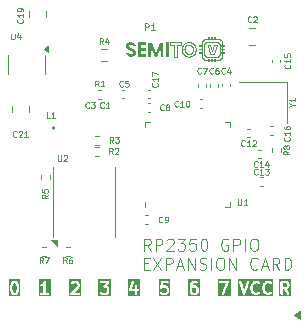
<source format=gbr>
%TF.GenerationSoftware,KiCad,Pcbnew,9.0.4*%
%TF.CreationDate,2025-09-12T00:09:33+02:00*%
%TF.ProjectId,rp2350_gpio_card,72703233-3530-45f6-9770-696f5f636172,X1*%
%TF.SameCoordinates,Original*%
%TF.FileFunction,Legend,Top*%
%TF.FilePolarity,Positive*%
%FSLAX46Y46*%
G04 Gerber Fmt 4.6, Leading zero omitted, Abs format (unit mm)*
G04 Created by KiCad (PCBNEW 9.0.4) date 2025-09-12 00:09:33*
%MOMM*%
%LPD*%
G01*
G04 APERTURE LIST*
%ADD10C,0.067397*%
%ADD11C,0.000000*%
%ADD12C,0.067349*%
%ADD13C,0.067351*%
%ADD14C,0.125000*%
%ADD15C,0.201600*%
%ADD16C,0.062500*%
%ADD17C,0.101600*%
%ADD18C,0.070000*%
%ADD19C,0.120000*%
%ADD20C,0.191421*%
G04 APERTURE END LIST*
D10*
X108830298Y-57221235D02*
X108974117Y-56700678D01*
X109208195Y-56700678D01*
X108972133Y-57457463D01*
X108687471Y-57457463D01*
X108451409Y-56700678D01*
X108685487Y-56700678D01*
X108830298Y-57221235D01*
D11*
G36*
X109162357Y-57868051D02*
G01*
X109163169Y-57868113D01*
X109163969Y-57868215D01*
X109164756Y-57868355D01*
X109165529Y-57868534D01*
X109166288Y-57868749D01*
X109167031Y-57869001D01*
X109167757Y-57869287D01*
X109168465Y-57869607D01*
X109169154Y-57869960D01*
X109169824Y-57870345D01*
X109170473Y-57870761D01*
X109171099Y-57871207D01*
X109171703Y-57871681D01*
X109172284Y-57872184D01*
X109172839Y-57872713D01*
X109173368Y-57873268D01*
X109173871Y-57873848D01*
X109174345Y-57874452D01*
X109174791Y-57875079D01*
X109175207Y-57875728D01*
X109175592Y-57876397D01*
X109175945Y-57877087D01*
X109176265Y-57877795D01*
X109176551Y-57878521D01*
X109176803Y-57879264D01*
X109177018Y-57880022D01*
X109177197Y-57880796D01*
X109177337Y-57881583D01*
X109177439Y-57882383D01*
X109177501Y-57883195D01*
X109177522Y-57884018D01*
X109177522Y-58155230D01*
X109177501Y-58156052D01*
X109177439Y-58156864D01*
X109177337Y-58157664D01*
X109177197Y-58158452D01*
X109177018Y-58159225D01*
X109176803Y-58159984D01*
X109176551Y-58160727D01*
X109176265Y-58161453D01*
X109175945Y-58162161D01*
X109175592Y-58162850D01*
X109175207Y-58163520D01*
X109174791Y-58164168D01*
X109174345Y-58164795D01*
X109173871Y-58165399D01*
X109173368Y-58165979D01*
X109172839Y-58166534D01*
X109172284Y-58167064D01*
X109171703Y-58167566D01*
X109171099Y-58168041D01*
X109170473Y-58168487D01*
X109169824Y-58168902D01*
X109169154Y-58169287D01*
X109168465Y-58169640D01*
X109167757Y-58169961D01*
X109167031Y-58170247D01*
X109166288Y-58170498D01*
X109165529Y-58170714D01*
X109164756Y-58170892D01*
X109163969Y-58171033D01*
X109163169Y-58171134D01*
X109162357Y-58171196D01*
X109161534Y-58171217D01*
X109046799Y-58171217D01*
X109045976Y-58171196D01*
X109045164Y-58171134D01*
X109044364Y-58171033D01*
X109043577Y-58170892D01*
X109042803Y-58170714D01*
X109042045Y-58170498D01*
X109041302Y-58170247D01*
X109040576Y-58169961D01*
X109039868Y-58169640D01*
X109039178Y-58169287D01*
X109038509Y-58168902D01*
X109037860Y-58168487D01*
X109037233Y-58168041D01*
X109036630Y-58167566D01*
X109036049Y-58167064D01*
X109035494Y-58166534D01*
X109034965Y-58165979D01*
X109034462Y-58165399D01*
X109033988Y-58164795D01*
X109033542Y-58164168D01*
X109033126Y-58163520D01*
X109032741Y-58162850D01*
X109032388Y-58162161D01*
X109032068Y-58161453D01*
X109031782Y-58160727D01*
X109031530Y-58159984D01*
X109031315Y-58159225D01*
X109031137Y-58158452D01*
X109030996Y-58157664D01*
X109030894Y-58156864D01*
X109030833Y-58156052D01*
X109030812Y-58155230D01*
X109030812Y-57884018D01*
X109030833Y-57883195D01*
X109030894Y-57882383D01*
X109030996Y-57881583D01*
X109031137Y-57880796D01*
X109031315Y-57880022D01*
X109031530Y-57879264D01*
X109031782Y-57878521D01*
X109032068Y-57877795D01*
X109032388Y-57877087D01*
X109032741Y-57876397D01*
X109033126Y-57875728D01*
X109033542Y-57875079D01*
X109033988Y-57874452D01*
X109034462Y-57873848D01*
X109034965Y-57873268D01*
X109035494Y-57872713D01*
X109036049Y-57872184D01*
X109036630Y-57871681D01*
X109037233Y-57871207D01*
X109037860Y-57870761D01*
X109038509Y-57870345D01*
X109039178Y-57869960D01*
X109039868Y-57869607D01*
X109040576Y-57869287D01*
X109041302Y-57869001D01*
X109042045Y-57868749D01*
X109042803Y-57868534D01*
X109043577Y-57868355D01*
X109044364Y-57868215D01*
X109045164Y-57868113D01*
X109045976Y-57868051D01*
X109046799Y-57868031D01*
X109161534Y-57868031D01*
X109162357Y-57868051D01*
G37*
G36*
X105161345Y-57677182D02*
G01*
X104926396Y-57677637D01*
X104926396Y-56483914D01*
X105161345Y-56483460D01*
X105161345Y-57677182D01*
G37*
D12*
X109430569Y-56216848D02*
X109444587Y-56217914D01*
X109458401Y-56219669D01*
X109471994Y-56222096D01*
X109485348Y-56225178D01*
X109498447Y-56228898D01*
X109511272Y-56233238D01*
X109523807Y-56238180D01*
X109536034Y-56243708D01*
X109547935Y-56249803D01*
X109559495Y-56256450D01*
X109570694Y-56263629D01*
X109581516Y-56271325D01*
X109591943Y-56279519D01*
X109601959Y-56288195D01*
X109611545Y-56297335D01*
X109620685Y-56306921D01*
X109629360Y-56316936D01*
X109637555Y-56327364D01*
X109645250Y-56338186D01*
X109652430Y-56349385D01*
X109659076Y-56360944D01*
X109665172Y-56372846D01*
X109670700Y-56385073D01*
X109675642Y-56397607D01*
X109679982Y-56410433D01*
X109683701Y-56423531D01*
X109686783Y-56436886D01*
X109689211Y-56450478D01*
X109690966Y-56464292D01*
X109692032Y-56478310D01*
X109692391Y-56492515D01*
X109692391Y-57665625D01*
X109692032Y-57679829D01*
X109690966Y-57693847D01*
X109689211Y-57707661D01*
X109686783Y-57721254D01*
X109683701Y-57734608D01*
X109679982Y-57747707D01*
X109675642Y-57760532D01*
X109670700Y-57773067D01*
X109665172Y-57785294D01*
X109659076Y-57797195D01*
X109652430Y-57808754D01*
X109645250Y-57819954D01*
X109637555Y-57830776D01*
X109629360Y-57841203D01*
X109620685Y-57851219D01*
X109611545Y-57860805D01*
X109601959Y-57869944D01*
X109591943Y-57878620D01*
X109581516Y-57886814D01*
X109570694Y-57894510D01*
X109559495Y-57901690D01*
X109547935Y-57908336D01*
X109536034Y-57914432D01*
X109523807Y-57919959D01*
X109511272Y-57924902D01*
X109498447Y-57929241D01*
X109485348Y-57932961D01*
X109471994Y-57936043D01*
X109458401Y-57938471D01*
X109444587Y-57940226D01*
X109430569Y-57941292D01*
X109416365Y-57941651D01*
X108243238Y-57941651D01*
X108229034Y-57941292D01*
X108215016Y-57940226D01*
X108201202Y-57938471D01*
X108187610Y-57936043D01*
X108174255Y-57932961D01*
X108161157Y-57929241D01*
X108148331Y-57924902D01*
X108135797Y-57919959D01*
X108123570Y-57914432D01*
X108111668Y-57908336D01*
X108100109Y-57901690D01*
X108088910Y-57894510D01*
X108078088Y-57886814D01*
X108067660Y-57878620D01*
X108057645Y-57869944D01*
X108048058Y-57860805D01*
X108038919Y-57851219D01*
X108030243Y-57841203D01*
X108022049Y-57830776D01*
X108014353Y-57819954D01*
X108007173Y-57808754D01*
X108000527Y-57797195D01*
X107994431Y-57785294D01*
X107988904Y-57773067D01*
X107983961Y-57760532D01*
X107979622Y-57747707D01*
X107975902Y-57734608D01*
X107972820Y-57721254D01*
X107970393Y-57707661D01*
X107968637Y-57693847D01*
X107967571Y-57679829D01*
X107967212Y-57665625D01*
X107967212Y-56492515D01*
X107967571Y-56478310D01*
X107968637Y-56464292D01*
X107970393Y-56450478D01*
X107972820Y-56436886D01*
X107975902Y-56423531D01*
X107979622Y-56410433D01*
X107983961Y-56397607D01*
X107988904Y-56385073D01*
X107994431Y-56372846D01*
X108000527Y-56360944D01*
X108007173Y-56349385D01*
X108014353Y-56338186D01*
X108022049Y-56327364D01*
X108030243Y-56316936D01*
X108038919Y-56306921D01*
X108048058Y-56297335D01*
X108057645Y-56288195D01*
X108067660Y-56279519D01*
X108078088Y-56271325D01*
X108088910Y-56263629D01*
X108100109Y-56256450D01*
X108111668Y-56249803D01*
X108123570Y-56243708D01*
X108135797Y-56238180D01*
X108148331Y-56233238D01*
X108161157Y-56228898D01*
X108174255Y-56225178D01*
X108187610Y-56222096D01*
X108201202Y-56219669D01*
X108215016Y-56217914D01*
X108229034Y-56216848D01*
X108243238Y-56216488D01*
X109416365Y-56216488D01*
X109430569Y-56216848D01*
D11*
G36*
X108024264Y-56999128D02*
G01*
X108025076Y-56999190D01*
X108025876Y-56999292D01*
X108026663Y-56999432D01*
X108027436Y-56999611D01*
X108028195Y-56999826D01*
X108028938Y-57000078D01*
X108029664Y-57000364D01*
X108030372Y-57000684D01*
X108031061Y-57001037D01*
X108031731Y-57001422D01*
X108032379Y-57001838D01*
X108033006Y-57002284D01*
X108033610Y-57002758D01*
X108034190Y-57003261D01*
X108034745Y-57003790D01*
X108035275Y-57004345D01*
X108035777Y-57004925D01*
X108036252Y-57005529D01*
X108036697Y-57006156D01*
X108037113Y-57006805D01*
X108037498Y-57007474D01*
X108037851Y-57008164D01*
X108038171Y-57008872D01*
X108038458Y-57009598D01*
X108038709Y-57010340D01*
X108038924Y-57011099D01*
X108039103Y-57011873D01*
X108039244Y-57012660D01*
X108039345Y-57013460D01*
X108039407Y-57014272D01*
X108039428Y-57015094D01*
X108039428Y-57129831D01*
X108039407Y-57130653D01*
X108039345Y-57131465D01*
X108039244Y-57132265D01*
X108039103Y-57133052D01*
X108038924Y-57133826D01*
X108038709Y-57134584D01*
X108038458Y-57135327D01*
X108038171Y-57136053D01*
X108037851Y-57136761D01*
X108037498Y-57137451D01*
X108037113Y-57138120D01*
X108036697Y-57138769D01*
X108036252Y-57139396D01*
X108035777Y-57140000D01*
X108035275Y-57140580D01*
X108034745Y-57141135D01*
X108034190Y-57141664D01*
X108033610Y-57142167D01*
X108033006Y-57142641D01*
X108032379Y-57143087D01*
X108031731Y-57143503D01*
X108031061Y-57143888D01*
X108030372Y-57144241D01*
X108029664Y-57144561D01*
X108028938Y-57144847D01*
X108028195Y-57145099D01*
X108027436Y-57145314D01*
X108026663Y-57145493D01*
X108025876Y-57145633D01*
X108025076Y-57145735D01*
X108024264Y-57145797D01*
X108023441Y-57145817D01*
X107752214Y-57145817D01*
X107751392Y-57145797D01*
X107750580Y-57145735D01*
X107749780Y-57145633D01*
X107748992Y-57145493D01*
X107748219Y-57145314D01*
X107747460Y-57145099D01*
X107746717Y-57144847D01*
X107745991Y-57144561D01*
X107745283Y-57144241D01*
X107744594Y-57143888D01*
X107743924Y-57143503D01*
X107743276Y-57143087D01*
X107742649Y-57142641D01*
X107742045Y-57142167D01*
X107741465Y-57141664D01*
X107740910Y-57141135D01*
X107740380Y-57140580D01*
X107739878Y-57140000D01*
X107739403Y-57139396D01*
X107738958Y-57138769D01*
X107738542Y-57138120D01*
X107738157Y-57137451D01*
X107737804Y-57136761D01*
X107737484Y-57136053D01*
X107737197Y-57135327D01*
X107736946Y-57134584D01*
X107736731Y-57133826D01*
X107736552Y-57133052D01*
X107736412Y-57132265D01*
X107736310Y-57131465D01*
X107736248Y-57130653D01*
X107736227Y-57129831D01*
X107736227Y-57015094D01*
X107736248Y-57014272D01*
X107736310Y-57013460D01*
X107736412Y-57012660D01*
X107736552Y-57011873D01*
X107736731Y-57011099D01*
X107736946Y-57010340D01*
X107737197Y-57009598D01*
X107737484Y-57008872D01*
X107737804Y-57008164D01*
X107738157Y-57007474D01*
X107738542Y-57006805D01*
X107738958Y-57006156D01*
X107739403Y-57005529D01*
X107739878Y-57004925D01*
X107740380Y-57004345D01*
X107740910Y-57003790D01*
X107741465Y-57003261D01*
X107742045Y-57002758D01*
X107742649Y-57002284D01*
X107743276Y-57001838D01*
X107743924Y-57001422D01*
X107744594Y-57001037D01*
X107745283Y-57000684D01*
X107745991Y-57000364D01*
X107746717Y-57000078D01*
X107747460Y-56999826D01*
X107748219Y-56999611D01*
X107748992Y-56999432D01*
X107749780Y-56999292D01*
X107750580Y-56999190D01*
X107751392Y-56999128D01*
X107752214Y-56999108D01*
X108023441Y-56999108D01*
X108024264Y-56999128D01*
G37*
G36*
X104713109Y-57678050D02*
G01*
X104479827Y-57678501D01*
X104479827Y-56855069D01*
X104181558Y-57679079D01*
X103978269Y-57679472D01*
X103680000Y-56860000D01*
X103680000Y-57680050D01*
X103445051Y-57680505D01*
X103445051Y-56500309D01*
X103729989Y-56499757D01*
X104083245Y-57386756D01*
X104429837Y-56498401D01*
X104713109Y-56497853D01*
X104713109Y-57678050D01*
G37*
G36*
X108027389Y-57280100D02*
G01*
X108028201Y-57280162D01*
X108029001Y-57280263D01*
X108029788Y-57280404D01*
X108030562Y-57280582D01*
X108031320Y-57280798D01*
X108032063Y-57281049D01*
X108032789Y-57281336D01*
X108033497Y-57281656D01*
X108034187Y-57282009D01*
X108034856Y-57282394D01*
X108035505Y-57282810D01*
X108036131Y-57283255D01*
X108036735Y-57283730D01*
X108037315Y-57284232D01*
X108037871Y-57284762D01*
X108038400Y-57285317D01*
X108038903Y-57285897D01*
X108039377Y-57286501D01*
X108039823Y-57287128D01*
X108040239Y-57287776D01*
X108040624Y-57288446D01*
X108040977Y-57289135D01*
X108041297Y-57289843D01*
X108041583Y-57290569D01*
X108041834Y-57291312D01*
X108042050Y-57292071D01*
X108042228Y-57292844D01*
X108042369Y-57293631D01*
X108042471Y-57294431D01*
X108042532Y-57295243D01*
X108042553Y-57296066D01*
X108042553Y-57410802D01*
X108042532Y-57411625D01*
X108042471Y-57412437D01*
X108042369Y-57413237D01*
X108042228Y-57414024D01*
X108042050Y-57414797D01*
X108041834Y-57415556D01*
X108041583Y-57416299D01*
X108041297Y-57417025D01*
X108040977Y-57417733D01*
X108040624Y-57418422D01*
X108040239Y-57419092D01*
X108039823Y-57419740D01*
X108039377Y-57420367D01*
X108038903Y-57420971D01*
X108038400Y-57421551D01*
X108037871Y-57422107D01*
X108037315Y-57422636D01*
X108036735Y-57423138D01*
X108036131Y-57423613D01*
X108035505Y-57424059D01*
X108034856Y-57424474D01*
X108034187Y-57424859D01*
X108033497Y-57425212D01*
X108032789Y-57425533D01*
X108032063Y-57425819D01*
X108031320Y-57426070D01*
X108030562Y-57426286D01*
X108029788Y-57426464D01*
X108029001Y-57426605D01*
X108028201Y-57426706D01*
X108027389Y-57426768D01*
X108026566Y-57426789D01*
X107755340Y-57426789D01*
X107754517Y-57426768D01*
X107753705Y-57426706D01*
X107752905Y-57426605D01*
X107752118Y-57426464D01*
X107751344Y-57426286D01*
X107750586Y-57426070D01*
X107749843Y-57425819D01*
X107749117Y-57425533D01*
X107748409Y-57425212D01*
X107747719Y-57424859D01*
X107747050Y-57424474D01*
X107746401Y-57424059D01*
X107745774Y-57423613D01*
X107745170Y-57423138D01*
X107744590Y-57422636D01*
X107744035Y-57422107D01*
X107743506Y-57421551D01*
X107743003Y-57420971D01*
X107742529Y-57420367D01*
X107742083Y-57419740D01*
X107741667Y-57419092D01*
X107741282Y-57418422D01*
X107740929Y-57417733D01*
X107740609Y-57417025D01*
X107740323Y-57416299D01*
X107740072Y-57415556D01*
X107739856Y-57414797D01*
X107739678Y-57414024D01*
X107739537Y-57413237D01*
X107739435Y-57412437D01*
X107739374Y-57411625D01*
X107739353Y-57410802D01*
X107739353Y-57296066D01*
X107739374Y-57295243D01*
X107739435Y-57294431D01*
X107739537Y-57293631D01*
X107739678Y-57292844D01*
X107739856Y-57292071D01*
X107740072Y-57291312D01*
X107740323Y-57290569D01*
X107740609Y-57289843D01*
X107740929Y-57289135D01*
X107741282Y-57288446D01*
X107741667Y-57287776D01*
X107742083Y-57287128D01*
X107742529Y-57286501D01*
X107743003Y-57285897D01*
X107743506Y-57285317D01*
X107744035Y-57284762D01*
X107744590Y-57284232D01*
X107745170Y-57283730D01*
X107745774Y-57283255D01*
X107746401Y-57282810D01*
X107747050Y-57282394D01*
X107747719Y-57282009D01*
X107748409Y-57281656D01*
X107749117Y-57281336D01*
X107749843Y-57281049D01*
X107750586Y-57280798D01*
X107751344Y-57280582D01*
X107752118Y-57280404D01*
X107752905Y-57280263D01*
X107753705Y-57280162D01*
X107754517Y-57280100D01*
X107755340Y-57280079D01*
X108026566Y-57280079D01*
X108027389Y-57280100D01*
G37*
G36*
X101973404Y-56473080D02*
G01*
X101995834Y-56474106D01*
X102017665Y-56475848D01*
X102038897Y-56478303D01*
X102059531Y-56481473D01*
X102079566Y-56485358D01*
X102099002Y-56489957D01*
X102117839Y-56495271D01*
X102136077Y-56501299D01*
X102153716Y-56508041D01*
X102170757Y-56515498D01*
X102187199Y-56523669D01*
X102203042Y-56532555D01*
X102218286Y-56542156D01*
X102232931Y-56552471D01*
X102246977Y-56563500D01*
X102260555Y-56575124D01*
X102273378Y-56587226D01*
X102285445Y-56599804D01*
X102296758Y-56612859D01*
X102307316Y-56626392D01*
X102317118Y-56640401D01*
X102326166Y-56654888D01*
X102334458Y-56669852D01*
X102341996Y-56685292D01*
X102348778Y-56701210D01*
X102354805Y-56717604D01*
X102360078Y-56734476D01*
X102364595Y-56751824D01*
X102368357Y-56769650D01*
X102371364Y-56787953D01*
X102373616Y-56806732D01*
X102120338Y-56807222D01*
X102118958Y-56799286D01*
X102117318Y-56791535D01*
X102115417Y-56783970D01*
X102113256Y-56776590D01*
X102110835Y-56769395D01*
X102108153Y-56762386D01*
X102105211Y-56755562D01*
X102102009Y-56748924D01*
X102098546Y-56742471D01*
X102094823Y-56736204D01*
X102090839Y-56730122D01*
X102086595Y-56724226D01*
X102082091Y-56718515D01*
X102077327Y-56712989D01*
X102072302Y-56707649D01*
X102067016Y-56702494D01*
X102061477Y-56697386D01*
X102055691Y-56692609D01*
X102049657Y-56688162D01*
X102043376Y-56684046D01*
X102036847Y-56680261D01*
X102030071Y-56676807D01*
X102023048Y-56673683D01*
X102015777Y-56670890D01*
X102008259Y-56668428D01*
X102000494Y-56666296D01*
X101992482Y-56664495D01*
X101984222Y-56663025D01*
X101975714Y-56661886D01*
X101966960Y-56661077D01*
X101957958Y-56660599D01*
X101948708Y-56660452D01*
X101940683Y-56660606D01*
X101932852Y-56661038D01*
X101925217Y-56661746D01*
X101917778Y-56662731D01*
X101910533Y-56663994D01*
X101903484Y-56665533D01*
X101896630Y-56667349D01*
X101889971Y-56669443D01*
X101883508Y-56671813D01*
X101877239Y-56674461D01*
X101871167Y-56677385D01*
X101865289Y-56680587D01*
X101859607Y-56684065D01*
X101854119Y-56687821D01*
X101848828Y-56691853D01*
X101843731Y-56696163D01*
X101838888Y-56700525D01*
X101834358Y-56705137D01*
X101830140Y-56710000D01*
X101826235Y-56715113D01*
X101822642Y-56720476D01*
X101819361Y-56726090D01*
X101816393Y-56731954D01*
X101813738Y-56738068D01*
X101811394Y-56744433D01*
X101809364Y-56751049D01*
X101807645Y-56757914D01*
X101806239Y-56765030D01*
X101805146Y-56772397D01*
X101804365Y-56780014D01*
X101803896Y-56787881D01*
X101803740Y-56795999D01*
X101803857Y-56802485D01*
X101804208Y-56808838D01*
X101804794Y-56815059D01*
X101805614Y-56821147D01*
X101806669Y-56827102D01*
X101807958Y-56832925D01*
X101809481Y-56838616D01*
X101811238Y-56844173D01*
X101813230Y-56849599D01*
X101815456Y-56854891D01*
X101817916Y-56860051D01*
X101820611Y-56865079D01*
X101823540Y-56869974D01*
X101826704Y-56874736D01*
X101830101Y-56879366D01*
X101833733Y-56883863D01*
X101837749Y-56888036D01*
X101841883Y-56892116D01*
X101846133Y-56896104D01*
X101850501Y-56899999D01*
X101854985Y-56903801D01*
X101859587Y-56907511D01*
X101864306Y-56911128D01*
X101869142Y-56914652D01*
X101874096Y-56918084D01*
X101879166Y-56921422D01*
X101884354Y-56924669D01*
X101889659Y-56927822D01*
X101895081Y-56930883D01*
X101900620Y-56933851D01*
X101906276Y-56936726D01*
X101912049Y-56939509D01*
X101924651Y-56945059D01*
X101938294Y-56950766D01*
X101952978Y-56956629D01*
X101968704Y-56962649D01*
X101985471Y-56968825D01*
X102003280Y-56975157D01*
X102022130Y-56981646D01*
X102042021Y-56988292D01*
X102069672Y-56998304D01*
X102095968Y-57008160D01*
X102120911Y-57017861D01*
X102144499Y-57027405D01*
X102166734Y-57036794D01*
X102187615Y-57046026D01*
X102207142Y-57055103D01*
X102225315Y-57064024D01*
X102234186Y-57068584D01*
X102242889Y-57073422D01*
X102251422Y-57078537D01*
X102259786Y-57083930D01*
X102267981Y-57089601D01*
X102276007Y-57095550D01*
X102283863Y-57101776D01*
X102291550Y-57108280D01*
X102299068Y-57115062D01*
X102306417Y-57122122D01*
X102313596Y-57129459D01*
X102320606Y-57137074D01*
X102327447Y-57144967D01*
X102334119Y-57153137D01*
X102340622Y-57161585D01*
X102346955Y-57170311D01*
X102353008Y-57179348D01*
X102358671Y-57188728D01*
X102363944Y-57198454D01*
X102368825Y-57208523D01*
X102373316Y-57218937D01*
X102377417Y-57229694D01*
X102381127Y-57240797D01*
X102384447Y-57252243D01*
X102387376Y-57264033D01*
X102389914Y-57276168D01*
X102392062Y-57288647D01*
X102393820Y-57301471D01*
X102395186Y-57314638D01*
X102396163Y-57328150D01*
X102396749Y-57342006D01*
X102396944Y-57356206D01*
X102396769Y-57367564D01*
X102396241Y-57378819D01*
X102395363Y-57389970D01*
X102394133Y-57401015D01*
X102392551Y-57411956D01*
X102390618Y-57422791D01*
X102388333Y-57433522D01*
X102385697Y-57444148D01*
X102382710Y-57454668D01*
X102379370Y-57465084D01*
X102375680Y-57475394D01*
X102371638Y-57485600D01*
X102367244Y-57495701D01*
X102362499Y-57505696D01*
X102357403Y-57515587D01*
X102351955Y-57525372D01*
X102346162Y-57534782D01*
X102340030Y-57543968D01*
X102333560Y-57552930D01*
X102326752Y-57561668D01*
X102319605Y-57570182D01*
X102312120Y-57578473D01*
X102304296Y-57586539D01*
X102296133Y-57594381D01*
X102287633Y-57602000D01*
X102278794Y-57609395D01*
X102269616Y-57616566D01*
X102260100Y-57623513D01*
X102250245Y-57630236D01*
X102240052Y-57636735D01*
X102229520Y-57643010D01*
X102218650Y-57649062D01*
X102207461Y-57654612D01*
X102195973Y-57659806D01*
X102184185Y-57664643D01*
X102172098Y-57669125D01*
X102159711Y-57673250D01*
X102147025Y-57677020D01*
X102134040Y-57680433D01*
X102120755Y-57683491D01*
X102107171Y-57686192D01*
X102093287Y-57688537D01*
X102079104Y-57690526D01*
X102064621Y-57692159D01*
X102049839Y-57693436D01*
X102034758Y-57694357D01*
X102019377Y-57694921D01*
X102003697Y-57695130D01*
X101988180Y-57694995D01*
X101972871Y-57694529D01*
X101957770Y-57693733D01*
X101942877Y-57692606D01*
X101928193Y-57691148D01*
X101913717Y-57689360D01*
X101899449Y-57687241D01*
X101885389Y-57684791D01*
X101871538Y-57682011D01*
X101857895Y-57678900D01*
X101844461Y-57675459D01*
X101831235Y-57671687D01*
X101818216Y-57667584D01*
X101805407Y-57663150D01*
X101792805Y-57658386D01*
X101780412Y-57653292D01*
X101768273Y-57647675D01*
X101756433Y-57641767D01*
X101744893Y-57635568D01*
X101733652Y-57629077D01*
X101722710Y-57622296D01*
X101712068Y-57615223D01*
X101701725Y-57607859D01*
X101691682Y-57600203D01*
X101681938Y-57592257D01*
X101672493Y-57584019D01*
X101663348Y-57575490D01*
X101654502Y-57566670D01*
X101645956Y-57557559D01*
X101637709Y-57548156D01*
X101629761Y-57538463D01*
X101622113Y-57528478D01*
X101615018Y-57518241D01*
X101608314Y-57507792D01*
X101602000Y-57497131D01*
X101596077Y-57486257D01*
X101590545Y-57475172D01*
X101585402Y-57463874D01*
X101580651Y-57452365D01*
X101576290Y-57440643D01*
X101572319Y-57428709D01*
X101568739Y-57416564D01*
X101565550Y-57404206D01*
X101562751Y-57391636D01*
X101560343Y-57378854D01*
X101558325Y-57365860D01*
X101556698Y-57352653D01*
X101555461Y-57339235D01*
X101805407Y-57338751D01*
X101806605Y-57347745D01*
X101808115Y-57356552D01*
X101809937Y-57365175D01*
X101812072Y-57373612D01*
X101814519Y-57381863D01*
X101817279Y-57389929D01*
X101820351Y-57397809D01*
X101823736Y-57405503D01*
X101827433Y-57413012D01*
X101831443Y-57420336D01*
X101835765Y-57427474D01*
X101840399Y-57434426D01*
X101845346Y-57441193D01*
X101850605Y-57447774D01*
X101856177Y-57454170D01*
X101862061Y-57460380D01*
X101868433Y-57466101D01*
X101875053Y-57471451D01*
X101881920Y-57476431D01*
X101889034Y-57481041D01*
X101896396Y-57485280D01*
X101904005Y-57489149D01*
X101911861Y-57492647D01*
X101919965Y-57495775D01*
X101928316Y-57498533D01*
X101936915Y-57500921D01*
X101945760Y-57502938D01*
X101954853Y-57504584D01*
X101964194Y-57505861D01*
X101973782Y-57506767D01*
X101983617Y-57507302D01*
X101993699Y-57507468D01*
X102002727Y-57507299D01*
X102011482Y-57506826D01*
X102019963Y-57506050D01*
X102028171Y-57504971D01*
X102036106Y-57503589D01*
X102043767Y-57501903D01*
X102051154Y-57499914D01*
X102058269Y-57497622D01*
X102065110Y-57495026D01*
X102071677Y-57492127D01*
X102077972Y-57488925D01*
X102083992Y-57485419D01*
X102089740Y-57481610D01*
X102095214Y-57477498D01*
X102100415Y-57473082D01*
X102105342Y-57468363D01*
X102110185Y-57463196D01*
X102114715Y-57457857D01*
X102118933Y-57452347D01*
X102122838Y-57446666D01*
X102126431Y-57440814D01*
X102129711Y-57434791D01*
X102132680Y-57428596D01*
X102135335Y-57422231D01*
X102137678Y-57415695D01*
X102139709Y-57408987D01*
X102141428Y-57402108D01*
X102142834Y-57395058D01*
X102143927Y-57387837D01*
X102144708Y-57380445D01*
X102145177Y-57372881D01*
X102145333Y-57365147D01*
X102145209Y-57358252D01*
X102144838Y-57351516D01*
X102144220Y-57344939D01*
X102143354Y-57338520D01*
X102142241Y-57332261D01*
X102140881Y-57326161D01*
X102139273Y-57320220D01*
X102137418Y-57314438D01*
X102135316Y-57308814D01*
X102132966Y-57303350D01*
X102130369Y-57298045D01*
X102127524Y-57292898D01*
X102124433Y-57287911D01*
X102121093Y-57283082D01*
X102117507Y-57278413D01*
X102113673Y-57273902D01*
X102109651Y-57269319D01*
X102105498Y-57264856D01*
X102101215Y-57260512D01*
X102096802Y-57256287D01*
X102092258Y-57252181D01*
X102087585Y-57248194D01*
X102082781Y-57244326D01*
X102077848Y-57240577D01*
X102072783Y-57236948D01*
X102067589Y-57233438D01*
X102062265Y-57230047D01*
X102056810Y-57226775D01*
X102051226Y-57223622D01*
X102045511Y-57220589D01*
X102039666Y-57217674D01*
X102033690Y-57214879D01*
X102021037Y-57209303D01*
X102007238Y-57203517D01*
X101992293Y-57197523D01*
X101976203Y-57191319D01*
X101958967Y-57184906D01*
X101940586Y-57178283D01*
X101921059Y-57171452D01*
X101900386Y-57164412D01*
X101873517Y-57155191D01*
X101847897Y-57146020D01*
X101823528Y-57136900D01*
X101800408Y-57127830D01*
X101778538Y-57118811D01*
X101757917Y-57109842D01*
X101738546Y-57100924D01*
X101720425Y-57092055D01*
X101711755Y-57087297D01*
X101703241Y-57082287D01*
X101694884Y-57077026D01*
X101686682Y-57071513D01*
X101678637Y-57065750D01*
X101670748Y-57059735D01*
X101663016Y-57053469D01*
X101655439Y-57046951D01*
X101648019Y-57040182D01*
X101640755Y-57033162D01*
X101633647Y-57025891D01*
X101626695Y-57018368D01*
X101619900Y-57010594D01*
X101613261Y-57002569D01*
X101606778Y-56994293D01*
X101600451Y-56985765D01*
X101594599Y-56976946D01*
X101589125Y-56967796D01*
X101584029Y-56958315D01*
X101579310Y-56948503D01*
X101574968Y-56938360D01*
X101571004Y-56927886D01*
X101567418Y-56917081D01*
X101564209Y-56905945D01*
X101561378Y-56894478D01*
X101558924Y-56882680D01*
X101556847Y-56870551D01*
X101555148Y-56858091D01*
X101553827Y-56845300D01*
X101552883Y-56832178D01*
X101552317Y-56818725D01*
X101552128Y-56804941D01*
X101552551Y-56785965D01*
X101553821Y-56767502D01*
X101555936Y-56749553D01*
X101558898Y-56732117D01*
X101562705Y-56715195D01*
X101567359Y-56698786D01*
X101572859Y-56682891D01*
X101579206Y-56667509D01*
X101586398Y-56652641D01*
X101594437Y-56638287D01*
X101603322Y-56624446D01*
X101613053Y-56611118D01*
X101623630Y-56598304D01*
X101635053Y-56586004D01*
X101647322Y-56574217D01*
X101660438Y-56562944D01*
X101674458Y-56552065D01*
X101689026Y-56541885D01*
X101704139Y-56532404D01*
X101719800Y-56523622D01*
X101736008Y-56515540D01*
X101752762Y-56508156D01*
X101770063Y-56501472D01*
X101787910Y-56495486D01*
X101806305Y-56490199D01*
X101825246Y-56485612D01*
X101844734Y-56481724D01*
X101864768Y-56478534D01*
X101885350Y-56476044D01*
X101906478Y-56474253D01*
X101928153Y-56473161D01*
X101950375Y-56472768D01*
X101973404Y-56473080D01*
G37*
G36*
X103271757Y-56676491D02*
G01*
X102805191Y-56677392D01*
X102805191Y-56986813D01*
X103221767Y-56986008D01*
X103221767Y-57168616D01*
X102805191Y-57169422D01*
X102805191Y-57490679D01*
X103271756Y-57489776D01*
X103271756Y-57680840D01*
X102570242Y-57682198D01*
X102570242Y-56488476D01*
X103271757Y-56487117D01*
X103271757Y-56676491D01*
G37*
G36*
X109908211Y-56999128D02*
G01*
X109909023Y-56999190D01*
X109909823Y-56999291D01*
X109910611Y-56999432D01*
X109911384Y-56999610D01*
X109912143Y-56999826D01*
X109912886Y-57000077D01*
X109913612Y-57000363D01*
X109914320Y-57000683D01*
X109915009Y-57001037D01*
X109915679Y-57001421D01*
X109916327Y-57001837D01*
X109916954Y-57002283D01*
X109917558Y-57002758D01*
X109918138Y-57003260D01*
X109918693Y-57003789D01*
X109919223Y-57004345D01*
X109919725Y-57004925D01*
X109920200Y-57005529D01*
X109920646Y-57006155D01*
X109921061Y-57006804D01*
X109921446Y-57007474D01*
X109921799Y-57008163D01*
X109922120Y-57008871D01*
X109922406Y-57009597D01*
X109922657Y-57010340D01*
X109922873Y-57011099D01*
X109923051Y-57011872D01*
X109923192Y-57012659D01*
X109923293Y-57013459D01*
X109923355Y-57014271D01*
X109923376Y-57015094D01*
X109923376Y-57129830D01*
X109923355Y-57130653D01*
X109923293Y-57131465D01*
X109923192Y-57132265D01*
X109923051Y-57133052D01*
X109922873Y-57133825D01*
X109922657Y-57134584D01*
X109922406Y-57135327D01*
X109922120Y-57136053D01*
X109921799Y-57136761D01*
X109921446Y-57137450D01*
X109921061Y-57138120D01*
X109920646Y-57138768D01*
X109920200Y-57139395D01*
X109919725Y-57139999D01*
X109919223Y-57140579D01*
X109918693Y-57141134D01*
X109918138Y-57141664D01*
X109917558Y-57142166D01*
X109916954Y-57142641D01*
X109916327Y-57143086D01*
X109915679Y-57143502D01*
X109915009Y-57143887D01*
X109914320Y-57144240D01*
X109913612Y-57144560D01*
X109912886Y-57144847D01*
X109912143Y-57145098D01*
X109911384Y-57145313D01*
X109910611Y-57145492D01*
X109909823Y-57145633D01*
X109909023Y-57145734D01*
X109908211Y-57145796D01*
X109907389Y-57145817D01*
X109636176Y-57145817D01*
X109635353Y-57145796D01*
X109634542Y-57145734D01*
X109633742Y-57145633D01*
X109632954Y-57145492D01*
X109632181Y-57145313D01*
X109631422Y-57145098D01*
X109630679Y-57144847D01*
X109629953Y-57144560D01*
X109629245Y-57144240D01*
X109628556Y-57143887D01*
X109627886Y-57143502D01*
X109627238Y-57143086D01*
X109626611Y-57142641D01*
X109626007Y-57142166D01*
X109625427Y-57141664D01*
X109624872Y-57141134D01*
X109624342Y-57140579D01*
X109623840Y-57139999D01*
X109623365Y-57139395D01*
X109622920Y-57138768D01*
X109622504Y-57138120D01*
X109622119Y-57137450D01*
X109621766Y-57136761D01*
X109621446Y-57136053D01*
X109621159Y-57135327D01*
X109620908Y-57134584D01*
X109620693Y-57133825D01*
X109620514Y-57133052D01*
X109620374Y-57132265D01*
X109620272Y-57131465D01*
X109620210Y-57130653D01*
X109620189Y-57129830D01*
X109620189Y-57015094D01*
X109620210Y-57014271D01*
X109620272Y-57013459D01*
X109620374Y-57012659D01*
X109620514Y-57011872D01*
X109620693Y-57011099D01*
X109620908Y-57010340D01*
X109621159Y-57009597D01*
X109621446Y-57008871D01*
X109621766Y-57008163D01*
X109622119Y-57007474D01*
X109622504Y-57006804D01*
X109622920Y-57006155D01*
X109623365Y-57005529D01*
X109623840Y-57004925D01*
X109624342Y-57004345D01*
X109624872Y-57003789D01*
X109625427Y-57003260D01*
X109626007Y-57002758D01*
X109626611Y-57002283D01*
X109627238Y-57001837D01*
X109627886Y-57001421D01*
X109628556Y-57001037D01*
X109629245Y-57000683D01*
X109629953Y-57000363D01*
X109630679Y-57000077D01*
X109631422Y-56999826D01*
X109632181Y-56999610D01*
X109632954Y-56999432D01*
X109633742Y-56999291D01*
X109634542Y-56999190D01*
X109635353Y-56999128D01*
X109636176Y-56999107D01*
X109907389Y-56999107D01*
X109908211Y-56999128D01*
G37*
G36*
X109162351Y-55986944D02*
G01*
X109163163Y-55987006D01*
X109163963Y-55987107D01*
X109164750Y-55987248D01*
X109165524Y-55987426D01*
X109166282Y-55987642D01*
X109167025Y-55987893D01*
X109167751Y-55988179D01*
X109168459Y-55988500D01*
X109169149Y-55988853D01*
X109169818Y-55989237D01*
X109170467Y-55989653D01*
X109171094Y-55990099D01*
X109171697Y-55990574D01*
X109172278Y-55991076D01*
X109172833Y-55991605D01*
X109173362Y-55992161D01*
X109173865Y-55992741D01*
X109174339Y-55993345D01*
X109174785Y-55993971D01*
X109175201Y-55994620D01*
X109175586Y-55995290D01*
X109175939Y-55995979D01*
X109176259Y-55996687D01*
X109176545Y-55997413D01*
X109176797Y-55998156D01*
X109177012Y-55998914D01*
X109177190Y-55999688D01*
X109177331Y-56000475D01*
X109177433Y-56001275D01*
X109177494Y-56002087D01*
X109177515Y-56002910D01*
X109177515Y-56274136D01*
X109177494Y-56274959D01*
X109177433Y-56275771D01*
X109177331Y-56276571D01*
X109177190Y-56277358D01*
X109177012Y-56278132D01*
X109176797Y-56278890D01*
X109176545Y-56279633D01*
X109176259Y-56280359D01*
X109175939Y-56281067D01*
X109175586Y-56281757D01*
X109175201Y-56282426D01*
X109174785Y-56283075D01*
X109174339Y-56283702D01*
X109173865Y-56284306D01*
X109173362Y-56284886D01*
X109172833Y-56285441D01*
X109172278Y-56285970D01*
X109171697Y-56286473D01*
X109171094Y-56286947D01*
X109170467Y-56287393D01*
X109169818Y-56287809D01*
X109169149Y-56288194D01*
X109168459Y-56288547D01*
X109167751Y-56288867D01*
X109167025Y-56289153D01*
X109166282Y-56289405D01*
X109165524Y-56289620D01*
X109164750Y-56289799D01*
X109163963Y-56289939D01*
X109163163Y-56290041D01*
X109162351Y-56290103D01*
X109161528Y-56290123D01*
X109046792Y-56290123D01*
X109045970Y-56290103D01*
X109045158Y-56290041D01*
X109044358Y-56289939D01*
X109043570Y-56289799D01*
X109042797Y-56289620D01*
X109042038Y-56289405D01*
X109041296Y-56289153D01*
X109040570Y-56288867D01*
X109039861Y-56288547D01*
X109039172Y-56288194D01*
X109038503Y-56287809D01*
X109037854Y-56287393D01*
X109037227Y-56286947D01*
X109036623Y-56286473D01*
X109036043Y-56285970D01*
X109035488Y-56285441D01*
X109034959Y-56284886D01*
X109034456Y-56284306D01*
X109033981Y-56283702D01*
X109033536Y-56283075D01*
X109033120Y-56282426D01*
X109032735Y-56281757D01*
X109032382Y-56281067D01*
X109032062Y-56280359D01*
X109031776Y-56279633D01*
X109031524Y-56278890D01*
X109031309Y-56278132D01*
X109031130Y-56277358D01*
X109030990Y-56276571D01*
X109030888Y-56275771D01*
X109030826Y-56274959D01*
X109030805Y-56274136D01*
X109030805Y-56002910D01*
X109030826Y-56002087D01*
X109030888Y-56001275D01*
X109030990Y-56000475D01*
X109031130Y-55999688D01*
X109031309Y-55998914D01*
X109031524Y-55998156D01*
X109031776Y-55997413D01*
X109032062Y-55996687D01*
X109032382Y-55995979D01*
X109032735Y-55995290D01*
X109033120Y-55994620D01*
X109033536Y-55993971D01*
X109033981Y-55993345D01*
X109034456Y-55992741D01*
X109034959Y-55992161D01*
X109035488Y-55991605D01*
X109036043Y-55991076D01*
X109036623Y-55990574D01*
X109037227Y-55990099D01*
X109037854Y-55989653D01*
X109038503Y-55989237D01*
X109039172Y-55988853D01*
X109039861Y-55988500D01*
X109040570Y-55988179D01*
X109041296Y-55987893D01*
X109042038Y-55987642D01*
X109042797Y-55987426D01*
X109043570Y-55987248D01*
X109044358Y-55987107D01*
X109045158Y-55987006D01*
X109045970Y-55986944D01*
X109046792Y-55986923D01*
X109161528Y-55986923D01*
X109162351Y-55986944D01*
G37*
D13*
X106174457Y-56670872D02*
X105849527Y-56671500D01*
X105849527Y-57675849D01*
X105614578Y-57676305D01*
X105614578Y-56671955D01*
X105291315Y-56672581D01*
X105291315Y-56483208D01*
X106174457Y-56481498D01*
X106174457Y-56670872D01*
D11*
G36*
X108613627Y-55988642D02*
G01*
X108614439Y-55988704D01*
X108615239Y-55988806D01*
X108616027Y-55988946D01*
X108616800Y-55989125D01*
X108617559Y-55989340D01*
X108618302Y-55989591D01*
X108619028Y-55989878D01*
X108619736Y-55990198D01*
X108620425Y-55990551D01*
X108621095Y-55990936D01*
X108621743Y-55991352D01*
X108622370Y-55991797D01*
X108622974Y-55992272D01*
X108623554Y-55992774D01*
X108624109Y-55993304D01*
X108624639Y-55993859D01*
X108625141Y-55994439D01*
X108625616Y-55995043D01*
X108626061Y-55995670D01*
X108626477Y-55996318D01*
X108626862Y-55996988D01*
X108627215Y-55997677D01*
X108627535Y-55998385D01*
X108627822Y-55999111D01*
X108628073Y-55999854D01*
X108628288Y-56000613D01*
X108628467Y-56001386D01*
X108628607Y-56002174D01*
X108628709Y-56002974D01*
X108628771Y-56003785D01*
X108628792Y-56004608D01*
X108628792Y-56275835D01*
X108628771Y-56276657D01*
X108628709Y-56277469D01*
X108628607Y-56278269D01*
X108628467Y-56279057D01*
X108628288Y-56279830D01*
X108628073Y-56280589D01*
X108627822Y-56281332D01*
X108627535Y-56282058D01*
X108627215Y-56282766D01*
X108626862Y-56283455D01*
X108626477Y-56284125D01*
X108626061Y-56284773D01*
X108625616Y-56285400D01*
X108625141Y-56286004D01*
X108624639Y-56286584D01*
X108624109Y-56287139D01*
X108623554Y-56287669D01*
X108622974Y-56288171D01*
X108622370Y-56288646D01*
X108621743Y-56289091D01*
X108621095Y-56289507D01*
X108620425Y-56289892D01*
X108619736Y-56290245D01*
X108619028Y-56290565D01*
X108618302Y-56290852D01*
X108617559Y-56291103D01*
X108616800Y-56291318D01*
X108616027Y-56291497D01*
X108615239Y-56291637D01*
X108614439Y-56291739D01*
X108613627Y-56291801D01*
X108612805Y-56291822D01*
X108498069Y-56291822D01*
X108497246Y-56291801D01*
X108496434Y-56291739D01*
X108495634Y-56291637D01*
X108494847Y-56291497D01*
X108494073Y-56291318D01*
X108493315Y-56291103D01*
X108492572Y-56290852D01*
X108491846Y-56290565D01*
X108491138Y-56290245D01*
X108490448Y-56289892D01*
X108489779Y-56289507D01*
X108489130Y-56289091D01*
X108488504Y-56288646D01*
X108487900Y-56288171D01*
X108487320Y-56287669D01*
X108486764Y-56287139D01*
X108486235Y-56286584D01*
X108485732Y-56286004D01*
X108485258Y-56285400D01*
X108484812Y-56284773D01*
X108484396Y-56284125D01*
X108484011Y-56283455D01*
X108483658Y-56282766D01*
X108483338Y-56282058D01*
X108483052Y-56281332D01*
X108482801Y-56280589D01*
X108482585Y-56279830D01*
X108482407Y-56279057D01*
X108482266Y-56278269D01*
X108482164Y-56277469D01*
X108482103Y-56276657D01*
X108482082Y-56275835D01*
X108482082Y-56004608D01*
X108482103Y-56003785D01*
X108482164Y-56002974D01*
X108482266Y-56002174D01*
X108482407Y-56001386D01*
X108482585Y-56000613D01*
X108482801Y-55999854D01*
X108483052Y-55999111D01*
X108483338Y-55998385D01*
X108483658Y-55997677D01*
X108484011Y-55996988D01*
X108484396Y-55996318D01*
X108484812Y-55995670D01*
X108485258Y-55995043D01*
X108485732Y-55994439D01*
X108486235Y-55993859D01*
X108486764Y-55993304D01*
X108487320Y-55992774D01*
X108487900Y-55992272D01*
X108488504Y-55991797D01*
X108489130Y-55991352D01*
X108489779Y-55990936D01*
X108490448Y-55990551D01*
X108491138Y-55990198D01*
X108491846Y-55989878D01*
X108492572Y-55989591D01*
X108493315Y-55989340D01*
X108494073Y-55989125D01*
X108494847Y-55988946D01*
X108495634Y-55988806D01*
X108496434Y-55988704D01*
X108497246Y-55988642D01*
X108498069Y-55988621D01*
X108612805Y-55988621D01*
X108613627Y-55988642D01*
G37*
G36*
X108894590Y-57869479D02*
G01*
X108895402Y-57869541D01*
X108896202Y-57869642D01*
X108896989Y-57869783D01*
X108897763Y-57869961D01*
X108898521Y-57870177D01*
X108899264Y-57870428D01*
X108899990Y-57870714D01*
X108900698Y-57871034D01*
X108901387Y-57871387D01*
X108902057Y-57871772D01*
X108902705Y-57872188D01*
X108903332Y-57872634D01*
X108903936Y-57873108D01*
X108904516Y-57873611D01*
X108905071Y-57874140D01*
X108905600Y-57874695D01*
X108906103Y-57875275D01*
X108906577Y-57875879D01*
X108907023Y-57876506D01*
X108907439Y-57877155D01*
X108907824Y-57877824D01*
X108908177Y-57878513D01*
X108908497Y-57879222D01*
X108908783Y-57879948D01*
X108909035Y-57880690D01*
X108909250Y-57881449D01*
X108909428Y-57882222D01*
X108909569Y-57883010D01*
X108909671Y-57883810D01*
X108909732Y-57884621D01*
X108909753Y-57885444D01*
X108909753Y-58156658D01*
X108909732Y-58157481D01*
X108909671Y-58158293D01*
X108909569Y-58159093D01*
X108909428Y-58159880D01*
X108909250Y-58160653D01*
X108909035Y-58161412D01*
X108908783Y-58162155D01*
X108908497Y-58162881D01*
X108908177Y-58163589D01*
X108907824Y-58164278D01*
X108907439Y-58164948D01*
X108907023Y-58165596D01*
X108906577Y-58166223D01*
X108906103Y-58166827D01*
X108905600Y-58167407D01*
X108905071Y-58167962D01*
X108904516Y-58168491D01*
X108903936Y-58168994D01*
X108903332Y-58169468D01*
X108902705Y-58169914D01*
X108902057Y-58170330D01*
X108901387Y-58170715D01*
X108900698Y-58171068D01*
X108899990Y-58171388D01*
X108899264Y-58171674D01*
X108898521Y-58171926D01*
X108897763Y-58172141D01*
X108896989Y-58172319D01*
X108896202Y-58172460D01*
X108895402Y-58172562D01*
X108894590Y-58172623D01*
X108893768Y-58172644D01*
X108779040Y-58172644D01*
X108778217Y-58172623D01*
X108777406Y-58172562D01*
X108776606Y-58172460D01*
X108775818Y-58172319D01*
X108775045Y-58172141D01*
X108774286Y-58171926D01*
X108773544Y-58171674D01*
X108772818Y-58171388D01*
X108772110Y-58171068D01*
X108771420Y-58170715D01*
X108770751Y-58170330D01*
X108770102Y-58169914D01*
X108769476Y-58169468D01*
X108768872Y-58168994D01*
X108768292Y-58168491D01*
X108767736Y-58167962D01*
X108767207Y-58167407D01*
X108766705Y-58166827D01*
X108766230Y-58166223D01*
X108765784Y-58165596D01*
X108765369Y-58164948D01*
X108764984Y-58164278D01*
X108764631Y-58163589D01*
X108764311Y-58162881D01*
X108764024Y-58162155D01*
X108763773Y-58161412D01*
X108763558Y-58160653D01*
X108763379Y-58159880D01*
X108763239Y-58159093D01*
X108763137Y-58158293D01*
X108763075Y-58157481D01*
X108763054Y-58156658D01*
X108763054Y-57885444D01*
X108763075Y-57884621D01*
X108763137Y-57883810D01*
X108763239Y-57883010D01*
X108763379Y-57882222D01*
X108763558Y-57881449D01*
X108763773Y-57880690D01*
X108764024Y-57879948D01*
X108764311Y-57879222D01*
X108764631Y-57878513D01*
X108764984Y-57877824D01*
X108765369Y-57877155D01*
X108765784Y-57876506D01*
X108766230Y-57875879D01*
X108766705Y-57875275D01*
X108767207Y-57874695D01*
X108767736Y-57874140D01*
X108768292Y-57873611D01*
X108768872Y-57873108D01*
X108769476Y-57872634D01*
X108770102Y-57872188D01*
X108770751Y-57871772D01*
X108771420Y-57871387D01*
X108772110Y-57871034D01*
X108772818Y-57870714D01*
X108773544Y-57870428D01*
X108774286Y-57870177D01*
X108775045Y-57869961D01*
X108775818Y-57869783D01*
X108776606Y-57869642D01*
X108777406Y-57869541D01*
X108778217Y-57869479D01*
X108779040Y-57869458D01*
X108893768Y-57869458D01*
X108894590Y-57869479D01*
G37*
G36*
X109905086Y-57280087D02*
G01*
X109905898Y-57280149D01*
X109906698Y-57280250D01*
X109907485Y-57280391D01*
X109908258Y-57280569D01*
X109909017Y-57280785D01*
X109909760Y-57281036D01*
X109910486Y-57281322D01*
X109911194Y-57281643D01*
X109911883Y-57281996D01*
X109912553Y-57282381D01*
X109913201Y-57282797D01*
X109913828Y-57283242D01*
X109914432Y-57283717D01*
X109915012Y-57284219D01*
X109915567Y-57284749D01*
X109916097Y-57285304D01*
X109916599Y-57285884D01*
X109917074Y-57286488D01*
X109917520Y-57287115D01*
X109917935Y-57287764D01*
X109918320Y-57288433D01*
X109918673Y-57289122D01*
X109918994Y-57289831D01*
X109919280Y-57290557D01*
X109919531Y-57291299D01*
X109919747Y-57292058D01*
X109919925Y-57292832D01*
X109920066Y-57293619D01*
X109920167Y-57294419D01*
X109920229Y-57295231D01*
X109920250Y-57296053D01*
X109920250Y-57410789D01*
X109920229Y-57411612D01*
X109920167Y-57412424D01*
X109920066Y-57413224D01*
X109919925Y-57414011D01*
X109919747Y-57414784D01*
X109919531Y-57415543D01*
X109919280Y-57416286D01*
X109918994Y-57417012D01*
X109918673Y-57417720D01*
X109918320Y-57418409D01*
X109917935Y-57419079D01*
X109917520Y-57419727D01*
X109917074Y-57420354D01*
X109916599Y-57420958D01*
X109916097Y-57421538D01*
X109915567Y-57422093D01*
X109915012Y-57422623D01*
X109914432Y-57423125D01*
X109913828Y-57423600D01*
X109913201Y-57424045D01*
X109912553Y-57424461D01*
X109911883Y-57424846D01*
X109911194Y-57425199D01*
X109910486Y-57425519D01*
X109909760Y-57425806D01*
X109909017Y-57426057D01*
X109908258Y-57426273D01*
X109907485Y-57426451D01*
X109906698Y-57426592D01*
X109905898Y-57426693D01*
X109905086Y-57426755D01*
X109904263Y-57426776D01*
X109633051Y-57426776D01*
X109632228Y-57426755D01*
X109631416Y-57426693D01*
X109630616Y-57426592D01*
X109629829Y-57426451D01*
X109629055Y-57426273D01*
X109628297Y-57426057D01*
X109627554Y-57425806D01*
X109626828Y-57425519D01*
X109626120Y-57425199D01*
X109625431Y-57424846D01*
X109624761Y-57424461D01*
X109624112Y-57424045D01*
X109623486Y-57423600D01*
X109622882Y-57423125D01*
X109622302Y-57422623D01*
X109621746Y-57422093D01*
X109621217Y-57421538D01*
X109620715Y-57420958D01*
X109620240Y-57420354D01*
X109619794Y-57419727D01*
X109619378Y-57419079D01*
X109618993Y-57418409D01*
X109618640Y-57417720D01*
X109618320Y-57417012D01*
X109618034Y-57416286D01*
X109617783Y-57415543D01*
X109617567Y-57414784D01*
X109617389Y-57414011D01*
X109617248Y-57413224D01*
X109617146Y-57412424D01*
X109617085Y-57411612D01*
X109617064Y-57410789D01*
X109617064Y-57296053D01*
X109617085Y-57295231D01*
X109617146Y-57294419D01*
X109617248Y-57293619D01*
X109617389Y-57292832D01*
X109617567Y-57292058D01*
X109617783Y-57291299D01*
X109618034Y-57290557D01*
X109618320Y-57289831D01*
X109618640Y-57289122D01*
X109618993Y-57288433D01*
X109619378Y-57287764D01*
X109619794Y-57287115D01*
X109620240Y-57286488D01*
X109620715Y-57285884D01*
X109621217Y-57285304D01*
X109621746Y-57284749D01*
X109622302Y-57284219D01*
X109622882Y-57283717D01*
X109623486Y-57283242D01*
X109624112Y-57282797D01*
X109624761Y-57282381D01*
X109625431Y-57281996D01*
X109626120Y-57281643D01*
X109626828Y-57281322D01*
X109627554Y-57281036D01*
X109628297Y-57280785D01*
X109629055Y-57280569D01*
X109629829Y-57280391D01*
X109630616Y-57280250D01*
X109631416Y-57280149D01*
X109632228Y-57280087D01*
X109633051Y-57280066D01*
X109904263Y-57280066D01*
X109905086Y-57280087D01*
G37*
G36*
X108025691Y-56731376D02*
G01*
X108026503Y-56731438D01*
X108027303Y-56731540D01*
X108028090Y-56731680D01*
X108028863Y-56731859D01*
X108029622Y-56732074D01*
X108030365Y-56732326D01*
X108031091Y-56732612D01*
X108031799Y-56732932D01*
X108032488Y-56733285D01*
X108033158Y-56733670D01*
X108033806Y-56734086D01*
X108034433Y-56734532D01*
X108035037Y-56735006D01*
X108035617Y-56735509D01*
X108036172Y-56736038D01*
X108036702Y-56736593D01*
X108037204Y-56737173D01*
X108037679Y-56737777D01*
X108038125Y-56738404D01*
X108038540Y-56739053D01*
X108038925Y-56739722D01*
X108039278Y-56740412D01*
X108039599Y-56741120D01*
X108039885Y-56741846D01*
X108040136Y-56742589D01*
X108040352Y-56743347D01*
X108040530Y-56744121D01*
X108040671Y-56744908D01*
X108040772Y-56745708D01*
X108040834Y-56746520D01*
X108040855Y-56747342D01*
X108040855Y-56862079D01*
X108040834Y-56862901D01*
X108040772Y-56863713D01*
X108040671Y-56864513D01*
X108040530Y-56865300D01*
X108040352Y-56866074D01*
X108040136Y-56866833D01*
X108039885Y-56867575D01*
X108039599Y-56868301D01*
X108039278Y-56869009D01*
X108038925Y-56869699D01*
X108038540Y-56870368D01*
X108038125Y-56871017D01*
X108037679Y-56871644D01*
X108037204Y-56872248D01*
X108036702Y-56872828D01*
X108036172Y-56873383D01*
X108035617Y-56873912D01*
X108035037Y-56874415D01*
X108034433Y-56874889D01*
X108033806Y-56875335D01*
X108033158Y-56875751D01*
X108032488Y-56876136D01*
X108031799Y-56876489D01*
X108031091Y-56876809D01*
X108030365Y-56877095D01*
X108029622Y-56877347D01*
X108028863Y-56877562D01*
X108028090Y-56877741D01*
X108027303Y-56877881D01*
X108026503Y-56877983D01*
X108025691Y-56878045D01*
X108024868Y-56878065D01*
X107753641Y-56878065D01*
X107752819Y-56878045D01*
X107752007Y-56877983D01*
X107751207Y-56877881D01*
X107750419Y-56877741D01*
X107749646Y-56877562D01*
X107748887Y-56877347D01*
X107748144Y-56877095D01*
X107747418Y-56876809D01*
X107746710Y-56876489D01*
X107746021Y-56876136D01*
X107745351Y-56875751D01*
X107744703Y-56875335D01*
X107744076Y-56874889D01*
X107743472Y-56874415D01*
X107742892Y-56873912D01*
X107742337Y-56873383D01*
X107741807Y-56872828D01*
X107741305Y-56872248D01*
X107740830Y-56871644D01*
X107740385Y-56871017D01*
X107739969Y-56870368D01*
X107739584Y-56869699D01*
X107739231Y-56869009D01*
X107738911Y-56868301D01*
X107738625Y-56867575D01*
X107738373Y-56866833D01*
X107738158Y-56866074D01*
X107737979Y-56865300D01*
X107737839Y-56864513D01*
X107737737Y-56863713D01*
X107737675Y-56862901D01*
X107737655Y-56862079D01*
X107737655Y-56747342D01*
X107737675Y-56746520D01*
X107737737Y-56745708D01*
X107737839Y-56744908D01*
X107737979Y-56744121D01*
X107738158Y-56743347D01*
X107738373Y-56742589D01*
X107738625Y-56741846D01*
X107738911Y-56741120D01*
X107739231Y-56740412D01*
X107739584Y-56739722D01*
X107739969Y-56739053D01*
X107740385Y-56738404D01*
X107740830Y-56737777D01*
X107741305Y-56737173D01*
X107741807Y-56736593D01*
X107742337Y-56736038D01*
X107742892Y-56735509D01*
X107743472Y-56735006D01*
X107744076Y-56734532D01*
X107744703Y-56734086D01*
X107745351Y-56733670D01*
X107746021Y-56733285D01*
X107746710Y-56732932D01*
X107747418Y-56732612D01*
X107748144Y-56732326D01*
X107748887Y-56732074D01*
X107749646Y-56731859D01*
X107750419Y-56731680D01*
X107751207Y-56731540D01*
X107752007Y-56731438D01*
X107752819Y-56731376D01*
X107753641Y-56731356D01*
X108024868Y-56731356D01*
X108025691Y-56731376D01*
G37*
G36*
X108894599Y-55985517D02*
G01*
X108895411Y-55985579D01*
X108896211Y-55985680D01*
X108896999Y-55985821D01*
X108897772Y-55985999D01*
X108898531Y-55986215D01*
X108899273Y-55986466D01*
X108899999Y-55986752D01*
X108900708Y-55987072D01*
X108901397Y-55987425D01*
X108902066Y-55987810D01*
X108902715Y-55988226D01*
X108903342Y-55988672D01*
X108903946Y-55989147D01*
X108904526Y-55989649D01*
X108905081Y-55990178D01*
X108905610Y-55990734D01*
X108906113Y-55991314D01*
X108906588Y-55991918D01*
X108907033Y-55992544D01*
X108907449Y-55993193D01*
X108907834Y-55993862D01*
X108908187Y-55994552D01*
X108908507Y-55995260D01*
X108908793Y-55995986D01*
X108909045Y-55996729D01*
X108909260Y-55997487D01*
X108909439Y-55998261D01*
X108909579Y-55999048D01*
X108909681Y-55999848D01*
X108909743Y-56000660D01*
X108909764Y-56001483D01*
X108909764Y-56272709D01*
X108909743Y-56273532D01*
X108909681Y-56274344D01*
X108909579Y-56275144D01*
X108909439Y-56275931D01*
X108909260Y-56276705D01*
X108909045Y-56277463D01*
X108908793Y-56278206D01*
X108908507Y-56278932D01*
X108908187Y-56279640D01*
X108907834Y-56280330D01*
X108907449Y-56280999D01*
X108907033Y-56281648D01*
X108906588Y-56282275D01*
X108906113Y-56282879D01*
X108905610Y-56283459D01*
X108905081Y-56284014D01*
X108904526Y-56284543D01*
X108903946Y-56285046D01*
X108903342Y-56285520D01*
X108902715Y-56285966D01*
X108902066Y-56286382D01*
X108901397Y-56286767D01*
X108900708Y-56287120D01*
X108899999Y-56287440D01*
X108899273Y-56287726D01*
X108898531Y-56287978D01*
X108897772Y-56288193D01*
X108896999Y-56288371D01*
X108896211Y-56288512D01*
X108895411Y-56288614D01*
X108894599Y-56288675D01*
X108893777Y-56288696D01*
X108779041Y-56288696D01*
X108778218Y-56288675D01*
X108777406Y-56288614D01*
X108776606Y-56288512D01*
X108775819Y-56288371D01*
X108775045Y-56288193D01*
X108774287Y-56287978D01*
X108773544Y-56287726D01*
X108772818Y-56287440D01*
X108772110Y-56287120D01*
X108771420Y-56286767D01*
X108770751Y-56286382D01*
X108770102Y-56285966D01*
X108769475Y-56285520D01*
X108768872Y-56285046D01*
X108768291Y-56284543D01*
X108767736Y-56284014D01*
X108767207Y-56283459D01*
X108766704Y-56282879D01*
X108766230Y-56282275D01*
X108765784Y-56281648D01*
X108765368Y-56280999D01*
X108764983Y-56280330D01*
X108764630Y-56279640D01*
X108764310Y-56278932D01*
X108764024Y-56278206D01*
X108763772Y-56277463D01*
X108763557Y-56276705D01*
X108763379Y-56275931D01*
X108763238Y-56275144D01*
X108763136Y-56274344D01*
X108763075Y-56273532D01*
X108763054Y-56272709D01*
X108763054Y-56001483D01*
X108763075Y-56000660D01*
X108763136Y-55999848D01*
X108763238Y-55999048D01*
X108763379Y-55998261D01*
X108763557Y-55997487D01*
X108763772Y-55996729D01*
X108764024Y-55995986D01*
X108764310Y-55995260D01*
X108764630Y-55994552D01*
X108764983Y-55993862D01*
X108765368Y-55993193D01*
X108765784Y-55992544D01*
X108766230Y-55991918D01*
X108766704Y-55991314D01*
X108767207Y-55990734D01*
X108767736Y-55990178D01*
X108768291Y-55989649D01*
X108768872Y-55989147D01*
X108769475Y-55988672D01*
X108770102Y-55988226D01*
X108770751Y-55987810D01*
X108771420Y-55987425D01*
X108772110Y-55987072D01*
X108772818Y-55986752D01*
X108773544Y-55986466D01*
X108774287Y-55986215D01*
X108775045Y-55985999D01*
X108775819Y-55985821D01*
X108776606Y-55985680D01*
X108777406Y-55985579D01*
X108778218Y-55985517D01*
X108779041Y-55985496D01*
X108893777Y-55985496D01*
X108894599Y-55985517D01*
G37*
D12*
X109199579Y-56426582D02*
X109214736Y-56427734D01*
X109229673Y-56429632D01*
X109244370Y-56432257D01*
X109258810Y-56435590D01*
X109272973Y-56439612D01*
X109286840Y-56444304D01*
X109300394Y-56449648D01*
X109313614Y-56455625D01*
X109326483Y-56462216D01*
X109338982Y-56469402D01*
X109351091Y-56477165D01*
X109362792Y-56485486D01*
X109374067Y-56494347D01*
X109384897Y-56503727D01*
X109395262Y-56513610D01*
X109405144Y-56523975D01*
X109414525Y-56534804D01*
X109423385Y-56546079D01*
X109431706Y-56557781D01*
X109439469Y-56569890D01*
X109446656Y-56582389D01*
X109453247Y-56595257D01*
X109459224Y-56608478D01*
X109464568Y-56622031D01*
X109469260Y-56635899D01*
X109473282Y-56650062D01*
X109476615Y-56664502D01*
X109479239Y-56679199D01*
X109481137Y-56694136D01*
X109482290Y-56709293D01*
X109482678Y-56724651D01*
X109482678Y-57433489D01*
X109482290Y-57448847D01*
X109481137Y-57464004D01*
X109479239Y-57478941D01*
X109476615Y-57493638D01*
X109473282Y-57508078D01*
X109469260Y-57522241D01*
X109464568Y-57536108D01*
X109459224Y-57549662D01*
X109453247Y-57562882D01*
X109446656Y-57575751D01*
X109439469Y-57588250D01*
X109431706Y-57600359D01*
X109423385Y-57612060D01*
X109414525Y-57623335D01*
X109405144Y-57634165D01*
X109395262Y-57644530D01*
X109384897Y-57654412D01*
X109374067Y-57663793D01*
X109362792Y-57672653D01*
X109351091Y-57680974D01*
X109338982Y-57688737D01*
X109326483Y-57695924D01*
X109313614Y-57702515D01*
X109300394Y-57708492D01*
X109286840Y-57713836D01*
X109272973Y-57718528D01*
X109258810Y-57722550D01*
X109244370Y-57725882D01*
X109229673Y-57728507D01*
X109214736Y-57730405D01*
X109199579Y-57731558D01*
X109184221Y-57731946D01*
X108475383Y-57731946D01*
X108460024Y-57731558D01*
X108444868Y-57730405D01*
X108429931Y-57728507D01*
X108415234Y-57725882D01*
X108400794Y-57722550D01*
X108386631Y-57718528D01*
X108372763Y-57713836D01*
X108359210Y-57708492D01*
X108345990Y-57702515D01*
X108333121Y-57695924D01*
X108320622Y-57688737D01*
X108308513Y-57680974D01*
X108296811Y-57672653D01*
X108285537Y-57663793D01*
X108274707Y-57654412D01*
X108264342Y-57644530D01*
X108254460Y-57634165D01*
X108245079Y-57623335D01*
X108236219Y-57612060D01*
X108227898Y-57600359D01*
X108220134Y-57588250D01*
X108212948Y-57575751D01*
X108206357Y-57562882D01*
X108200380Y-57549662D01*
X108195036Y-57536108D01*
X108190344Y-57522241D01*
X108186322Y-57508078D01*
X108182989Y-57493638D01*
X108180365Y-57478941D01*
X108178467Y-57464004D01*
X108177314Y-57448847D01*
X108176926Y-57433489D01*
X108176926Y-56724651D01*
X108177314Y-56709293D01*
X108178467Y-56694136D01*
X108180365Y-56679199D01*
X108182989Y-56664502D01*
X108186322Y-56650062D01*
X108190344Y-56635899D01*
X108195036Y-56622031D01*
X108200380Y-56608478D01*
X108206357Y-56595257D01*
X108212948Y-56582389D01*
X108220134Y-56569890D01*
X108227898Y-56557781D01*
X108236219Y-56546079D01*
X108245079Y-56534804D01*
X108254460Y-56523975D01*
X108264342Y-56513610D01*
X108274707Y-56503727D01*
X108285537Y-56494347D01*
X108296811Y-56485486D01*
X108308513Y-56477165D01*
X108320622Y-56469402D01*
X108333121Y-56462216D01*
X108345990Y-56455625D01*
X108359210Y-56449648D01*
X108372763Y-56444304D01*
X108386631Y-56439612D01*
X108400794Y-56435590D01*
X108415234Y-56432257D01*
X108429931Y-56429632D01*
X108444868Y-56427734D01*
X108460024Y-56426582D01*
X108475383Y-56426193D01*
X109184221Y-56426193D01*
X109199579Y-56426582D01*
D11*
G36*
X108613640Y-57866353D02*
G01*
X108614452Y-57866415D01*
X108615252Y-57866517D01*
X108616039Y-57866657D01*
X108616813Y-57866836D01*
X108617571Y-57867051D01*
X108618314Y-57867303D01*
X108619040Y-57867589D01*
X108619748Y-57867909D01*
X108620438Y-57868262D01*
X108621107Y-57868647D01*
X108621756Y-57869063D01*
X108622383Y-57869509D01*
X108622987Y-57869983D01*
X108623567Y-57870486D01*
X108624122Y-57871015D01*
X108624651Y-57871570D01*
X108625154Y-57872150D01*
X108625629Y-57872754D01*
X108626074Y-57873381D01*
X108626490Y-57874030D01*
X108626875Y-57874699D01*
X108627228Y-57875388D01*
X108627548Y-57876097D01*
X108627835Y-57876823D01*
X108628086Y-57877565D01*
X108628301Y-57878324D01*
X108628480Y-57879098D01*
X108628621Y-57879885D01*
X108628722Y-57880685D01*
X108628784Y-57881497D01*
X108628805Y-57882320D01*
X108628805Y-58153532D01*
X108628784Y-58154354D01*
X108628722Y-58155166D01*
X108628621Y-58155966D01*
X108628480Y-58156754D01*
X108628301Y-58157527D01*
X108628086Y-58158286D01*
X108627835Y-58159029D01*
X108627548Y-58159755D01*
X108627228Y-58160463D01*
X108626875Y-58161152D01*
X108626490Y-58161822D01*
X108626074Y-58162470D01*
X108625629Y-58163097D01*
X108625154Y-58163701D01*
X108624651Y-58164281D01*
X108624122Y-58164836D01*
X108623567Y-58165366D01*
X108622987Y-58165868D01*
X108622383Y-58166343D01*
X108621756Y-58166788D01*
X108621107Y-58167204D01*
X108620438Y-58167589D01*
X108619748Y-58167942D01*
X108619040Y-58168262D01*
X108618314Y-58168549D01*
X108617571Y-58168800D01*
X108616813Y-58169015D01*
X108616039Y-58169194D01*
X108615252Y-58169334D01*
X108614452Y-58169436D01*
X108613640Y-58169498D01*
X108612817Y-58169519D01*
X108498082Y-58169519D01*
X108497259Y-58169498D01*
X108496447Y-58169436D01*
X108495647Y-58169334D01*
X108494860Y-58169194D01*
X108494087Y-58169015D01*
X108493328Y-58168800D01*
X108492585Y-58168549D01*
X108491859Y-58168262D01*
X108491151Y-58167942D01*
X108490462Y-58167589D01*
X108489792Y-58167204D01*
X108489144Y-58166788D01*
X108488517Y-58166343D01*
X108487913Y-58165868D01*
X108487333Y-58165366D01*
X108486777Y-58164836D01*
X108486248Y-58164281D01*
X108485746Y-58163701D01*
X108485271Y-58163097D01*
X108484825Y-58162470D01*
X108484409Y-58161822D01*
X108484025Y-58161152D01*
X108483671Y-58160463D01*
X108483351Y-58159755D01*
X108483065Y-58159029D01*
X108482814Y-58158286D01*
X108482598Y-58157527D01*
X108482420Y-58156754D01*
X108482279Y-58155966D01*
X108482178Y-58155166D01*
X108482116Y-58154354D01*
X108482095Y-58153532D01*
X108482095Y-57882320D01*
X108482116Y-57881497D01*
X108482178Y-57880685D01*
X108482279Y-57879885D01*
X108482420Y-57879098D01*
X108482598Y-57878324D01*
X108482814Y-57877565D01*
X108483065Y-57876823D01*
X108483351Y-57876097D01*
X108483671Y-57875388D01*
X108484025Y-57874699D01*
X108484409Y-57874030D01*
X108484825Y-57873381D01*
X108485271Y-57872754D01*
X108485746Y-57872150D01*
X108486248Y-57871570D01*
X108486777Y-57871015D01*
X108487333Y-57870486D01*
X108487913Y-57869983D01*
X108488517Y-57869509D01*
X108489144Y-57869063D01*
X108489792Y-57868647D01*
X108490462Y-57868262D01*
X108491151Y-57867909D01*
X108491859Y-57867589D01*
X108492585Y-57867303D01*
X108493328Y-57867051D01*
X108494087Y-57866836D01*
X108494860Y-57866657D01*
X108495647Y-57866517D01*
X108496447Y-57866415D01*
X108497259Y-57866353D01*
X108498082Y-57866333D01*
X108612817Y-57866333D01*
X108613640Y-57866353D01*
G37*
G36*
X109906784Y-56731370D02*
G01*
X109907596Y-56731432D01*
X109908396Y-56731534D01*
X109909183Y-56731674D01*
X109909957Y-56731853D01*
X109910715Y-56732068D01*
X109911458Y-56732320D01*
X109912184Y-56732606D01*
X109912892Y-56732926D01*
X109913582Y-56733279D01*
X109914251Y-56733664D01*
X109914900Y-56734080D01*
X109915527Y-56734526D01*
X109916130Y-56735000D01*
X109916711Y-56735503D01*
X109917266Y-56736032D01*
X109917795Y-56736587D01*
X109918298Y-56737167D01*
X109918772Y-56737771D01*
X109919218Y-56738398D01*
X109919634Y-56739047D01*
X109920019Y-56739716D01*
X109920372Y-56740406D01*
X109920692Y-56741114D01*
X109920978Y-56741840D01*
X109921230Y-56742583D01*
X109921445Y-56743341D01*
X109921623Y-56744115D01*
X109921764Y-56744902D01*
X109921866Y-56745702D01*
X109921927Y-56746514D01*
X109921948Y-56747337D01*
X109921948Y-56862072D01*
X109921927Y-56862895D01*
X109921866Y-56863707D01*
X109921764Y-56864507D01*
X109921623Y-56865294D01*
X109921445Y-56866068D01*
X109921230Y-56866826D01*
X109920978Y-56867569D01*
X109920692Y-56868295D01*
X109920372Y-56869003D01*
X109920019Y-56869692D01*
X109919634Y-56870362D01*
X109919218Y-56871011D01*
X109918772Y-56871637D01*
X109918298Y-56872241D01*
X109917795Y-56872821D01*
X109917266Y-56873377D01*
X109916711Y-56873906D01*
X109916130Y-56874408D01*
X109915527Y-56874883D01*
X109914900Y-56875329D01*
X109914251Y-56875745D01*
X109913582Y-56876130D01*
X109912892Y-56876483D01*
X109912184Y-56876803D01*
X109911458Y-56877089D01*
X109910715Y-56877340D01*
X109909957Y-56877556D01*
X109909183Y-56877734D01*
X109908396Y-56877875D01*
X109907596Y-56877977D01*
X109906784Y-56878038D01*
X109905961Y-56878059D01*
X109634749Y-56878059D01*
X109633926Y-56878038D01*
X109633114Y-56877977D01*
X109632314Y-56877875D01*
X109631527Y-56877734D01*
X109630754Y-56877556D01*
X109629995Y-56877340D01*
X109629252Y-56877089D01*
X109628526Y-56876803D01*
X109627818Y-56876483D01*
X109627128Y-56876130D01*
X109626459Y-56875745D01*
X109625810Y-56875329D01*
X109625184Y-56874883D01*
X109624580Y-56874408D01*
X109623999Y-56873906D01*
X109623444Y-56873377D01*
X109622915Y-56872821D01*
X109622412Y-56872241D01*
X109621938Y-56871637D01*
X109621492Y-56871011D01*
X109621076Y-56870362D01*
X109620691Y-56869692D01*
X109620338Y-56869003D01*
X109620018Y-56868295D01*
X109619732Y-56867569D01*
X109619480Y-56866826D01*
X109619265Y-56866068D01*
X109619086Y-56865294D01*
X109618946Y-56864507D01*
X109618844Y-56863707D01*
X109618782Y-56862895D01*
X109618762Y-56862072D01*
X109618762Y-56747337D01*
X109618782Y-56746514D01*
X109618844Y-56745702D01*
X109618946Y-56744902D01*
X109619086Y-56744115D01*
X109619265Y-56743341D01*
X109619480Y-56742583D01*
X109619732Y-56741840D01*
X109620018Y-56741114D01*
X109620338Y-56740406D01*
X109620691Y-56739716D01*
X109621076Y-56739047D01*
X109621492Y-56738398D01*
X109621938Y-56737771D01*
X109622412Y-56737167D01*
X109622915Y-56736587D01*
X109623444Y-56736032D01*
X109623999Y-56735503D01*
X109624580Y-56735000D01*
X109625184Y-56734526D01*
X109625810Y-56734080D01*
X109626459Y-56733664D01*
X109627128Y-56733279D01*
X109627818Y-56732926D01*
X109628526Y-56732606D01*
X109629252Y-56732320D01*
X109629995Y-56732068D01*
X109630754Y-56731853D01*
X109631527Y-56731674D01*
X109632314Y-56731534D01*
X109633114Y-56731432D01*
X109633926Y-56731370D01*
X109634749Y-56731349D01*
X109905961Y-56731349D01*
X109906784Y-56731370D01*
G37*
D13*
X106855977Y-56463270D02*
X106876473Y-56463534D01*
X106896723Y-56464407D01*
X106916725Y-56465887D01*
X106936480Y-56467975D01*
X106955987Y-56470672D01*
X106975248Y-56473977D01*
X106994260Y-56477890D01*
X107013026Y-56482411D01*
X107031544Y-56487540D01*
X107049815Y-56493277D01*
X107067838Y-56499622D01*
X107085615Y-56506576D01*
X107103143Y-56514137D01*
X107120425Y-56522307D01*
X107137459Y-56531085D01*
X107154246Y-56540471D01*
X107170889Y-56550405D01*
X107187077Y-56560829D01*
X107202809Y-56571743D01*
X107218086Y-56583146D01*
X107232907Y-56595039D01*
X107247272Y-56607422D01*
X107261182Y-56620294D01*
X107274636Y-56633656D01*
X107287635Y-56647507D01*
X107300177Y-56661848D01*
X107312265Y-56676679D01*
X107323896Y-56691999D01*
X107335072Y-56707809D01*
X107345793Y-56724109D01*
X107356057Y-56740898D01*
X107365866Y-56758176D01*
X107375350Y-56775634D01*
X107384222Y-56793384D01*
X107392482Y-56811426D01*
X107400130Y-56829759D01*
X107407166Y-56848384D01*
X107413591Y-56867301D01*
X107419403Y-56886510D01*
X107424604Y-56906011D01*
X107429193Y-56925803D01*
X107433170Y-56945887D01*
X107436535Y-56966263D01*
X107439288Y-56986931D01*
X107441430Y-57007890D01*
X107442959Y-57029141D01*
X107443877Y-57050684D01*
X107444183Y-57072519D01*
X107443877Y-57094362D01*
X107442959Y-57115928D01*
X107441430Y-57137218D01*
X107439288Y-57158232D01*
X107436535Y-57178970D01*
X107433170Y-57199432D01*
X107429193Y-57219617D01*
X107424604Y-57239526D01*
X107419403Y-57259159D01*
X107413591Y-57278515D01*
X107407166Y-57297596D01*
X107400130Y-57316400D01*
X107392482Y-57334928D01*
X107384222Y-57353180D01*
X107375350Y-57371155D01*
X107365866Y-57388854D01*
X107356057Y-57406171D01*
X107345793Y-57423001D01*
X107335072Y-57439342D01*
X107323896Y-57455195D01*
X107312265Y-57470561D01*
X107300177Y-57485438D01*
X107287635Y-57499828D01*
X107274636Y-57513730D01*
X107261182Y-57527144D01*
X107247272Y-57540070D01*
X107232907Y-57552508D01*
X107218086Y-57564458D01*
X107202809Y-57575921D01*
X107187077Y-57586895D01*
X107170889Y-57597382D01*
X107154246Y-57607380D01*
X107137459Y-57616831D01*
X107120425Y-57625675D01*
X107103143Y-57633912D01*
X107085615Y-57641542D01*
X107067838Y-57648564D01*
X107049815Y-57654979D01*
X107031544Y-57660787D01*
X107013026Y-57665988D01*
X106994260Y-57670582D01*
X106975248Y-57674568D01*
X106955987Y-57677948D01*
X106936480Y-57680720D01*
X106916725Y-57682885D01*
X106896723Y-57684443D01*
X106876473Y-57685393D01*
X106855977Y-57685737D01*
X106835473Y-57685473D01*
X106815204Y-57684601D01*
X106795169Y-57683120D01*
X106775369Y-57681032D01*
X106755803Y-57678335D01*
X106736471Y-57675030D01*
X106717373Y-57671118D01*
X106698510Y-57666597D01*
X106679881Y-57661468D01*
X106661487Y-57655731D01*
X106643327Y-57649386D01*
X106625401Y-57642432D01*
X106607709Y-57634871D01*
X106590252Y-57626702D01*
X106573029Y-57617924D01*
X106556041Y-57608538D01*
X106539592Y-57598604D01*
X106523574Y-57588180D01*
X106507985Y-57577266D01*
X106492826Y-57565862D01*
X106478096Y-57553969D01*
X106463796Y-57541587D01*
X106449925Y-57528714D01*
X106436484Y-57515352D01*
X106423472Y-57501501D01*
X106410891Y-57487160D01*
X106398738Y-57472329D01*
X106387016Y-57457009D01*
X106375722Y-57441199D01*
X106364859Y-57424900D01*
X106354425Y-57408111D01*
X106344420Y-57390832D01*
X106335139Y-57373169D01*
X106326456Y-57355228D01*
X106318371Y-57337007D01*
X106310886Y-57318509D01*
X106304000Y-57299731D01*
X106297712Y-57280676D01*
X106292023Y-57261341D01*
X106286933Y-57241728D01*
X106282442Y-57221836D01*
X106278550Y-57201666D01*
X106275256Y-57181217D01*
X106272561Y-57160490D01*
X106270465Y-57139484D01*
X106268968Y-57118200D01*
X106268070Y-57096637D01*
X106267771Y-57074795D01*
X106267777Y-57074331D01*
X106507719Y-57074331D01*
X106507888Y-57089013D01*
X106508396Y-57103470D01*
X106509242Y-57117701D01*
X106510427Y-57131707D01*
X106511950Y-57145489D01*
X106513811Y-57159045D01*
X106516011Y-57172375D01*
X106518550Y-57185481D01*
X106521427Y-57198361D01*
X106524642Y-57211016D01*
X106528196Y-57223446D01*
X106532088Y-57235651D01*
X106536319Y-57247631D01*
X106540888Y-57259385D01*
X106545796Y-57270914D01*
X106551042Y-57282218D01*
X106556796Y-57293039D01*
X106562811Y-57303542D01*
X106569085Y-57313728D01*
X106575620Y-57323596D01*
X106582416Y-57333146D01*
X106589472Y-57342379D01*
X106596788Y-57351295D01*
X106604364Y-57359892D01*
X106612201Y-57368173D01*
X106620298Y-57376136D01*
X106628656Y-57383781D01*
X106637274Y-57391109D01*
X106646152Y-57398119D01*
X106655291Y-57404812D01*
X106664690Y-57411188D01*
X106674349Y-57417246D01*
X106684236Y-57422960D01*
X106694319Y-57428304D01*
X106704596Y-57433277D01*
X106715069Y-57437880D01*
X106725738Y-57442113D01*
X106736601Y-57445976D01*
X106747660Y-57449468D01*
X106758914Y-57452590D01*
X106770364Y-57455342D01*
X106782008Y-57457723D01*
X106793848Y-57459735D01*
X106805883Y-57461376D01*
X106818114Y-57462647D01*
X106830539Y-57463547D01*
X106843160Y-57464078D01*
X106855977Y-57464238D01*
X106868793Y-57464028D01*
X106881414Y-57463449D01*
X106893839Y-57462500D01*
X106906070Y-57461182D01*
X106918105Y-57459494D01*
X106929945Y-57457437D01*
X106941589Y-57455010D01*
X106953039Y-57452214D01*
X106964293Y-57449048D01*
X106975351Y-57445513D01*
X106986215Y-57441609D01*
X106996883Y-57437334D01*
X107007356Y-57432691D01*
X107017634Y-57427677D01*
X107027716Y-57422295D01*
X107037603Y-57416542D01*
X107047256Y-57410447D01*
X107056636Y-57404036D01*
X107065742Y-57397308D01*
X107074574Y-57390263D01*
X107083134Y-57382902D01*
X107091420Y-57375225D01*
X107099432Y-57367231D01*
X107107171Y-57358920D01*
X107114637Y-57350293D01*
X107121830Y-57341349D01*
X107128749Y-57332089D01*
X107135394Y-57322512D01*
X107141767Y-57312619D01*
X107147866Y-57302410D01*
X107153691Y-57291883D01*
X107159243Y-57281041D01*
X107164691Y-57269716D01*
X107169788Y-57258168D01*
X107174533Y-57246395D01*
X107178927Y-57234399D01*
X107182969Y-57222179D01*
X107186659Y-57209735D01*
X107189998Y-57197067D01*
X107192986Y-57184176D01*
X107195622Y-57171060D01*
X107197907Y-57157721D01*
X107199840Y-57144157D01*
X107201422Y-57130370D01*
X107202652Y-57116359D01*
X107203530Y-57102124D01*
X107204058Y-57087665D01*
X107204233Y-57072983D01*
X107204058Y-57058307D01*
X107203530Y-57043870D01*
X107202652Y-57029672D01*
X107201422Y-57015712D01*
X107199840Y-57001990D01*
X107197907Y-56988507D01*
X107195622Y-56975262D01*
X107192986Y-56962256D01*
X107189998Y-56949488D01*
X107186659Y-56936959D01*
X107182969Y-56924668D01*
X107178927Y-56912615D01*
X107174533Y-56900801D01*
X107169788Y-56889226D01*
X107164691Y-56877889D01*
X107159243Y-56866790D01*
X107153691Y-56855764D01*
X107147866Y-56845069D01*
X107141767Y-56834704D01*
X107135394Y-56824671D01*
X107128749Y-56814968D01*
X107121830Y-56805596D01*
X107114637Y-56796555D01*
X107107171Y-56787844D01*
X107099432Y-56779464D01*
X107091420Y-56771415D01*
X107083134Y-56763697D01*
X107074574Y-56756309D01*
X107065742Y-56749253D01*
X107056636Y-56742527D01*
X107047256Y-56736132D01*
X107037603Y-56730067D01*
X107027716Y-56724354D01*
X107017634Y-56719010D01*
X107007356Y-56714037D01*
X106996883Y-56709434D01*
X106986215Y-56705201D01*
X106975351Y-56701339D01*
X106964292Y-56697846D01*
X106953038Y-56694724D01*
X106941589Y-56691973D01*
X106929944Y-56689591D01*
X106918104Y-56687580D01*
X106906069Y-56685938D01*
X106893839Y-56684668D01*
X106881413Y-56683767D01*
X106868793Y-56683237D01*
X106855977Y-56683077D01*
X106843160Y-56683286D01*
X106830539Y-56683866D01*
X106818113Y-56684814D01*
X106805883Y-56686132D01*
X106793848Y-56687820D01*
X106782008Y-56689877D01*
X106770363Y-56692304D01*
X106758914Y-56695100D01*
X106747660Y-56698266D01*
X106736601Y-56701801D01*
X106725738Y-56705706D01*
X106715069Y-56709980D01*
X106704596Y-56714624D01*
X106694319Y-56719637D01*
X106684236Y-56725019D01*
X106674349Y-56730771D01*
X106664690Y-56736873D01*
X106655291Y-56743304D01*
X106646152Y-56750065D01*
X106637274Y-56757156D01*
X106628656Y-56764577D01*
X106620298Y-56772327D01*
X106612201Y-56780407D01*
X106604364Y-56788817D01*
X106596788Y-56797557D01*
X106589472Y-56806626D01*
X106582416Y-56816026D01*
X106575620Y-56825754D01*
X106569085Y-56835813D01*
X106562811Y-56846201D01*
X106556796Y-56856920D01*
X106551042Y-56867967D01*
X106545796Y-56879087D01*
X106540888Y-56890443D01*
X106536319Y-56902037D01*
X106532088Y-56913867D01*
X106528196Y-56925935D01*
X106524642Y-56938240D01*
X106521427Y-56950782D01*
X106518550Y-56963561D01*
X106516011Y-56976577D01*
X106513811Y-56989831D01*
X106511950Y-57003321D01*
X106510427Y-57017049D01*
X106509242Y-57031014D01*
X106508396Y-57045216D01*
X106507888Y-57059655D01*
X106507719Y-57074331D01*
X106267777Y-57074331D01*
X106268070Y-57052959D01*
X106268968Y-57031413D01*
X106270465Y-57010156D01*
X106272561Y-56989188D01*
X106275256Y-56968510D01*
X106278550Y-56948121D01*
X106282442Y-56928022D01*
X106286933Y-56908212D01*
X106292023Y-56888692D01*
X106297712Y-56869461D01*
X106304000Y-56850519D01*
X106310886Y-56831867D01*
X106318371Y-56813505D01*
X106326456Y-56795432D01*
X106335139Y-56777648D01*
X106344420Y-56760154D01*
X106354425Y-56742836D01*
X106364859Y-56726007D01*
X106375722Y-56709665D01*
X106387016Y-56693812D01*
X106398738Y-56678446D01*
X106410891Y-56663568D01*
X106423472Y-56649178D01*
X106436484Y-56635276D01*
X106449925Y-56621863D01*
X106463796Y-56608937D01*
X106478096Y-56596499D01*
X106492826Y-56584548D01*
X106507985Y-56573086D01*
X106523574Y-56562112D01*
X106539592Y-56551626D01*
X106556041Y-56541628D01*
X106573029Y-56532176D01*
X106590252Y-56523332D01*
X106607709Y-56515095D01*
X106625401Y-56507465D01*
X106643327Y-56500443D01*
X106661487Y-56494027D01*
X106679881Y-56488219D01*
X106698510Y-56483018D01*
X106717373Y-56478424D01*
X106736471Y-56474438D01*
X106755803Y-56471058D01*
X106775369Y-56468286D01*
X106795169Y-56466121D01*
X106815204Y-56464563D01*
X106835473Y-56463612D01*
X106855977Y-56463269D01*
X106855977Y-56463270D01*
D14*
X103631759Y-74101175D02*
X103298426Y-73624984D01*
X103060331Y-74101175D02*
X103060331Y-73101175D01*
X103060331Y-73101175D02*
X103441283Y-73101175D01*
X103441283Y-73101175D02*
X103536521Y-73148794D01*
X103536521Y-73148794D02*
X103584140Y-73196413D01*
X103584140Y-73196413D02*
X103631759Y-73291651D01*
X103631759Y-73291651D02*
X103631759Y-73434508D01*
X103631759Y-73434508D02*
X103584140Y-73529746D01*
X103584140Y-73529746D02*
X103536521Y-73577365D01*
X103536521Y-73577365D02*
X103441283Y-73624984D01*
X103441283Y-73624984D02*
X103060331Y-73624984D01*
X104060331Y-74101175D02*
X104060331Y-73101175D01*
X104060331Y-73101175D02*
X104441283Y-73101175D01*
X104441283Y-73101175D02*
X104536521Y-73148794D01*
X104536521Y-73148794D02*
X104584140Y-73196413D01*
X104584140Y-73196413D02*
X104631759Y-73291651D01*
X104631759Y-73291651D02*
X104631759Y-73434508D01*
X104631759Y-73434508D02*
X104584140Y-73529746D01*
X104584140Y-73529746D02*
X104536521Y-73577365D01*
X104536521Y-73577365D02*
X104441283Y-73624984D01*
X104441283Y-73624984D02*
X104060331Y-73624984D01*
X105012712Y-73196413D02*
X105060331Y-73148794D01*
X105060331Y-73148794D02*
X105155569Y-73101175D01*
X105155569Y-73101175D02*
X105393664Y-73101175D01*
X105393664Y-73101175D02*
X105488902Y-73148794D01*
X105488902Y-73148794D02*
X105536521Y-73196413D01*
X105536521Y-73196413D02*
X105584140Y-73291651D01*
X105584140Y-73291651D02*
X105584140Y-73386889D01*
X105584140Y-73386889D02*
X105536521Y-73529746D01*
X105536521Y-73529746D02*
X104965093Y-74101175D01*
X104965093Y-74101175D02*
X105584140Y-74101175D01*
X105917474Y-73101175D02*
X106536521Y-73101175D01*
X106536521Y-73101175D02*
X106203188Y-73482127D01*
X106203188Y-73482127D02*
X106346045Y-73482127D01*
X106346045Y-73482127D02*
X106441283Y-73529746D01*
X106441283Y-73529746D02*
X106488902Y-73577365D01*
X106488902Y-73577365D02*
X106536521Y-73672603D01*
X106536521Y-73672603D02*
X106536521Y-73910698D01*
X106536521Y-73910698D02*
X106488902Y-74005936D01*
X106488902Y-74005936D02*
X106441283Y-74053556D01*
X106441283Y-74053556D02*
X106346045Y-74101175D01*
X106346045Y-74101175D02*
X106060331Y-74101175D01*
X106060331Y-74101175D02*
X105965093Y-74053556D01*
X105965093Y-74053556D02*
X105917474Y-74005936D01*
X107441283Y-73101175D02*
X106965093Y-73101175D01*
X106965093Y-73101175D02*
X106917474Y-73577365D01*
X106917474Y-73577365D02*
X106965093Y-73529746D01*
X106965093Y-73529746D02*
X107060331Y-73482127D01*
X107060331Y-73482127D02*
X107298426Y-73482127D01*
X107298426Y-73482127D02*
X107393664Y-73529746D01*
X107393664Y-73529746D02*
X107441283Y-73577365D01*
X107441283Y-73577365D02*
X107488902Y-73672603D01*
X107488902Y-73672603D02*
X107488902Y-73910698D01*
X107488902Y-73910698D02*
X107441283Y-74005936D01*
X107441283Y-74005936D02*
X107393664Y-74053556D01*
X107393664Y-74053556D02*
X107298426Y-74101175D01*
X107298426Y-74101175D02*
X107060331Y-74101175D01*
X107060331Y-74101175D02*
X106965093Y-74053556D01*
X106965093Y-74053556D02*
X106917474Y-74005936D01*
X108107950Y-73101175D02*
X108203188Y-73101175D01*
X108203188Y-73101175D02*
X108298426Y-73148794D01*
X108298426Y-73148794D02*
X108346045Y-73196413D01*
X108346045Y-73196413D02*
X108393664Y-73291651D01*
X108393664Y-73291651D02*
X108441283Y-73482127D01*
X108441283Y-73482127D02*
X108441283Y-73720222D01*
X108441283Y-73720222D02*
X108393664Y-73910698D01*
X108393664Y-73910698D02*
X108346045Y-74005936D01*
X108346045Y-74005936D02*
X108298426Y-74053556D01*
X108298426Y-74053556D02*
X108203188Y-74101175D01*
X108203188Y-74101175D02*
X108107950Y-74101175D01*
X108107950Y-74101175D02*
X108012712Y-74053556D01*
X108012712Y-74053556D02*
X107965093Y-74005936D01*
X107965093Y-74005936D02*
X107917474Y-73910698D01*
X107917474Y-73910698D02*
X107869855Y-73720222D01*
X107869855Y-73720222D02*
X107869855Y-73482127D01*
X107869855Y-73482127D02*
X107917474Y-73291651D01*
X107917474Y-73291651D02*
X107965093Y-73196413D01*
X107965093Y-73196413D02*
X108012712Y-73148794D01*
X108012712Y-73148794D02*
X108107950Y-73101175D01*
X110155569Y-73148794D02*
X110060331Y-73101175D01*
X110060331Y-73101175D02*
X109917474Y-73101175D01*
X109917474Y-73101175D02*
X109774617Y-73148794D01*
X109774617Y-73148794D02*
X109679379Y-73244032D01*
X109679379Y-73244032D02*
X109631760Y-73339270D01*
X109631760Y-73339270D02*
X109584141Y-73529746D01*
X109584141Y-73529746D02*
X109584141Y-73672603D01*
X109584141Y-73672603D02*
X109631760Y-73863079D01*
X109631760Y-73863079D02*
X109679379Y-73958317D01*
X109679379Y-73958317D02*
X109774617Y-74053556D01*
X109774617Y-74053556D02*
X109917474Y-74101175D01*
X109917474Y-74101175D02*
X110012712Y-74101175D01*
X110012712Y-74101175D02*
X110155569Y-74053556D01*
X110155569Y-74053556D02*
X110203188Y-74005936D01*
X110203188Y-74005936D02*
X110203188Y-73672603D01*
X110203188Y-73672603D02*
X110012712Y-73672603D01*
X110631760Y-74101175D02*
X110631760Y-73101175D01*
X110631760Y-73101175D02*
X111012712Y-73101175D01*
X111012712Y-73101175D02*
X111107950Y-73148794D01*
X111107950Y-73148794D02*
X111155569Y-73196413D01*
X111155569Y-73196413D02*
X111203188Y-73291651D01*
X111203188Y-73291651D02*
X111203188Y-73434508D01*
X111203188Y-73434508D02*
X111155569Y-73529746D01*
X111155569Y-73529746D02*
X111107950Y-73577365D01*
X111107950Y-73577365D02*
X111012712Y-73624984D01*
X111012712Y-73624984D02*
X110631760Y-73624984D01*
X111631760Y-74101175D02*
X111631760Y-73101175D01*
X112298426Y-73101175D02*
X112488902Y-73101175D01*
X112488902Y-73101175D02*
X112584140Y-73148794D01*
X112584140Y-73148794D02*
X112679378Y-73244032D01*
X112679378Y-73244032D02*
X112726997Y-73434508D01*
X112726997Y-73434508D02*
X112726997Y-73767841D01*
X112726997Y-73767841D02*
X112679378Y-73958317D01*
X112679378Y-73958317D02*
X112584140Y-74053556D01*
X112584140Y-74053556D02*
X112488902Y-74101175D01*
X112488902Y-74101175D02*
X112298426Y-74101175D01*
X112298426Y-74101175D02*
X112203188Y-74053556D01*
X112203188Y-74053556D02*
X112107950Y-73958317D01*
X112107950Y-73958317D02*
X112060331Y-73767841D01*
X112060331Y-73767841D02*
X112060331Y-73434508D01*
X112060331Y-73434508D02*
X112107950Y-73244032D01*
X112107950Y-73244032D02*
X112203188Y-73148794D01*
X112203188Y-73148794D02*
X112298426Y-73101175D01*
X103060331Y-75187309D02*
X103393664Y-75187309D01*
X103536521Y-75711119D02*
X103060331Y-75711119D01*
X103060331Y-75711119D02*
X103060331Y-74711119D01*
X103060331Y-74711119D02*
X103536521Y-74711119D01*
X103869855Y-74711119D02*
X104536521Y-75711119D01*
X104536521Y-74711119D02*
X103869855Y-75711119D01*
X104917474Y-75711119D02*
X104917474Y-74711119D01*
X104917474Y-74711119D02*
X105298426Y-74711119D01*
X105298426Y-74711119D02*
X105393664Y-74758738D01*
X105393664Y-74758738D02*
X105441283Y-74806357D01*
X105441283Y-74806357D02*
X105488902Y-74901595D01*
X105488902Y-74901595D02*
X105488902Y-75044452D01*
X105488902Y-75044452D02*
X105441283Y-75139690D01*
X105441283Y-75139690D02*
X105393664Y-75187309D01*
X105393664Y-75187309D02*
X105298426Y-75234928D01*
X105298426Y-75234928D02*
X104917474Y-75234928D01*
X105869855Y-75425404D02*
X106346045Y-75425404D01*
X105774617Y-75711119D02*
X106107950Y-74711119D01*
X106107950Y-74711119D02*
X106441283Y-75711119D01*
X106774617Y-75711119D02*
X106774617Y-74711119D01*
X106774617Y-74711119D02*
X107346045Y-75711119D01*
X107346045Y-75711119D02*
X107346045Y-74711119D01*
X107774617Y-75663500D02*
X107917474Y-75711119D01*
X107917474Y-75711119D02*
X108155569Y-75711119D01*
X108155569Y-75711119D02*
X108250807Y-75663500D01*
X108250807Y-75663500D02*
X108298426Y-75615880D01*
X108298426Y-75615880D02*
X108346045Y-75520642D01*
X108346045Y-75520642D02*
X108346045Y-75425404D01*
X108346045Y-75425404D02*
X108298426Y-75330166D01*
X108298426Y-75330166D02*
X108250807Y-75282547D01*
X108250807Y-75282547D02*
X108155569Y-75234928D01*
X108155569Y-75234928D02*
X107965093Y-75187309D01*
X107965093Y-75187309D02*
X107869855Y-75139690D01*
X107869855Y-75139690D02*
X107822236Y-75092071D01*
X107822236Y-75092071D02*
X107774617Y-74996833D01*
X107774617Y-74996833D02*
X107774617Y-74901595D01*
X107774617Y-74901595D02*
X107822236Y-74806357D01*
X107822236Y-74806357D02*
X107869855Y-74758738D01*
X107869855Y-74758738D02*
X107965093Y-74711119D01*
X107965093Y-74711119D02*
X108203188Y-74711119D01*
X108203188Y-74711119D02*
X108346045Y-74758738D01*
X108774617Y-75711119D02*
X108774617Y-74711119D01*
X109441283Y-74711119D02*
X109631759Y-74711119D01*
X109631759Y-74711119D02*
X109726997Y-74758738D01*
X109726997Y-74758738D02*
X109822235Y-74853976D01*
X109822235Y-74853976D02*
X109869854Y-75044452D01*
X109869854Y-75044452D02*
X109869854Y-75377785D01*
X109869854Y-75377785D02*
X109822235Y-75568261D01*
X109822235Y-75568261D02*
X109726997Y-75663500D01*
X109726997Y-75663500D02*
X109631759Y-75711119D01*
X109631759Y-75711119D02*
X109441283Y-75711119D01*
X109441283Y-75711119D02*
X109346045Y-75663500D01*
X109346045Y-75663500D02*
X109250807Y-75568261D01*
X109250807Y-75568261D02*
X109203188Y-75377785D01*
X109203188Y-75377785D02*
X109203188Y-75044452D01*
X109203188Y-75044452D02*
X109250807Y-74853976D01*
X109250807Y-74853976D02*
X109346045Y-74758738D01*
X109346045Y-74758738D02*
X109441283Y-74711119D01*
X110298426Y-75711119D02*
X110298426Y-74711119D01*
X110298426Y-74711119D02*
X110869854Y-75711119D01*
X110869854Y-75711119D02*
X110869854Y-74711119D01*
X112679378Y-75615880D02*
X112631759Y-75663500D01*
X112631759Y-75663500D02*
X112488902Y-75711119D01*
X112488902Y-75711119D02*
X112393664Y-75711119D01*
X112393664Y-75711119D02*
X112250807Y-75663500D01*
X112250807Y-75663500D02*
X112155569Y-75568261D01*
X112155569Y-75568261D02*
X112107950Y-75473023D01*
X112107950Y-75473023D02*
X112060331Y-75282547D01*
X112060331Y-75282547D02*
X112060331Y-75139690D01*
X112060331Y-75139690D02*
X112107950Y-74949214D01*
X112107950Y-74949214D02*
X112155569Y-74853976D01*
X112155569Y-74853976D02*
X112250807Y-74758738D01*
X112250807Y-74758738D02*
X112393664Y-74711119D01*
X112393664Y-74711119D02*
X112488902Y-74711119D01*
X112488902Y-74711119D02*
X112631759Y-74758738D01*
X112631759Y-74758738D02*
X112679378Y-74806357D01*
X113060331Y-75425404D02*
X113536521Y-75425404D01*
X112965093Y-75711119D02*
X113298426Y-74711119D01*
X113298426Y-74711119D02*
X113631759Y-75711119D01*
X114536521Y-75711119D02*
X114203188Y-75234928D01*
X113965093Y-75711119D02*
X113965093Y-74711119D01*
X113965093Y-74711119D02*
X114346045Y-74711119D01*
X114346045Y-74711119D02*
X114441283Y-74758738D01*
X114441283Y-74758738D02*
X114488902Y-74806357D01*
X114488902Y-74806357D02*
X114536521Y-74901595D01*
X114536521Y-74901595D02*
X114536521Y-75044452D01*
X114536521Y-75044452D02*
X114488902Y-75139690D01*
X114488902Y-75139690D02*
X114441283Y-75187309D01*
X114441283Y-75187309D02*
X114346045Y-75234928D01*
X114346045Y-75234928D02*
X113965093Y-75234928D01*
X114965093Y-75711119D02*
X114965093Y-74711119D01*
X114965093Y-74711119D02*
X115203188Y-74711119D01*
X115203188Y-74711119D02*
X115346045Y-74758738D01*
X115346045Y-74758738D02*
X115441283Y-74853976D01*
X115441283Y-74853976D02*
X115488902Y-74949214D01*
X115488902Y-74949214D02*
X115536521Y-75139690D01*
X115536521Y-75139690D02*
X115536521Y-75282547D01*
X115536521Y-75282547D02*
X115488902Y-75473023D01*
X115488902Y-75473023D02*
X115441283Y-75568261D01*
X115441283Y-75568261D02*
X115346045Y-75663500D01*
X115346045Y-75663500D02*
X115203188Y-75711119D01*
X115203188Y-75711119D02*
X114965093Y-75711119D01*
D15*
G36*
X100256446Y-77979046D02*
G01*
X99215514Y-77979046D01*
X99215514Y-76747470D01*
X99326625Y-76747470D01*
X99326625Y-76786800D01*
X99341676Y-76823136D01*
X99369487Y-76850947D01*
X99405823Y-76865998D01*
X99425488Y-76867935D01*
X99822395Y-76867935D01*
X99635342Y-77081710D01*
X99629265Y-77090210D01*
X99627390Y-77092086D01*
X99626653Y-77093865D01*
X99623851Y-77097785D01*
X99618606Y-77113292D01*
X99612339Y-77128422D01*
X99612339Y-77131821D01*
X99611250Y-77135041D01*
X99612339Y-77151377D01*
X99612339Y-77167752D01*
X99613639Y-77170892D01*
X99613866Y-77174285D01*
X99621124Y-77188961D01*
X99627390Y-77204088D01*
X99629794Y-77206492D01*
X99631301Y-77209539D01*
X99643620Y-77220318D01*
X99655201Y-77231899D01*
X99658342Y-77233200D01*
X99660900Y-77235438D01*
X99676407Y-77240682D01*
X99691537Y-77246950D01*
X99696332Y-77247422D01*
X99698156Y-77248039D01*
X99700802Y-77247862D01*
X99711202Y-77248887D01*
X99830264Y-77248887D01*
X99889587Y-77278548D01*
X99914073Y-77303035D01*
X99943735Y-77362358D01*
X99943735Y-77552863D01*
X99914073Y-77612185D01*
X99889585Y-77636674D01*
X99830264Y-77666335D01*
X99592140Y-77666335D01*
X99532818Y-77636674D01*
X99496765Y-77600620D01*
X99481490Y-77588085D01*
X99445154Y-77573033D01*
X99405824Y-77573033D01*
X99369487Y-77588083D01*
X99341677Y-77615894D01*
X99326625Y-77652230D01*
X99326625Y-77691560D01*
X99341675Y-77727897D01*
X99354211Y-77743172D01*
X99401830Y-77790792D01*
X99409561Y-77797136D01*
X99411305Y-77799147D01*
X99414337Y-77801055D01*
X99417105Y-77803327D01*
X99419562Y-77804344D01*
X99428028Y-77809674D01*
X99523266Y-77857293D01*
X99541721Y-77864355D01*
X99545333Y-77864611D01*
X99548680Y-77865998D01*
X99568345Y-77867935D01*
X99854059Y-77867935D01*
X99873724Y-77865998D01*
X99877070Y-77864611D01*
X99880683Y-77864355D01*
X99899138Y-77857293D01*
X99994376Y-77809674D01*
X100002841Y-77804344D01*
X100005299Y-77803327D01*
X100008066Y-77801055D01*
X100011099Y-77799147D01*
X100012842Y-77797136D01*
X100020574Y-77790792D01*
X100068193Y-77743172D01*
X100074537Y-77735441D01*
X100076547Y-77733698D01*
X100078455Y-77730666D01*
X100080728Y-77727897D01*
X100081746Y-77725438D01*
X100087074Y-77716975D01*
X100134693Y-77621737D01*
X100141755Y-77603282D01*
X100142011Y-77599669D01*
X100143398Y-77596323D01*
X100145335Y-77576658D01*
X100145335Y-77338563D01*
X100143398Y-77318898D01*
X100142011Y-77315551D01*
X100141755Y-77311939D01*
X100134693Y-77293484D01*
X100087074Y-77198246D01*
X100081747Y-77189784D01*
X100080728Y-77187323D01*
X100078453Y-77184551D01*
X100076547Y-77181523D01*
X100074538Y-77179780D01*
X100068192Y-77172048D01*
X100020573Y-77124430D01*
X100012843Y-77118086D01*
X100011099Y-77116075D01*
X100008066Y-77114166D01*
X100005298Y-77111894D01*
X100002839Y-77110875D01*
X99994376Y-77105548D01*
X99916454Y-77066587D01*
X100120395Y-76833512D01*
X100126473Y-76825009D01*
X100128347Y-76823136D01*
X100129082Y-76821359D01*
X100131887Y-76817437D01*
X100137133Y-76801924D01*
X100143398Y-76786800D01*
X100143398Y-76783400D01*
X100144487Y-76780180D01*
X100143398Y-76763843D01*
X100143398Y-76747470D01*
X100142097Y-76744329D01*
X100141871Y-76740937D01*
X100134611Y-76726257D01*
X100128347Y-76711134D01*
X100125943Y-76708730D01*
X100124436Y-76705682D01*
X100112108Y-76694895D01*
X100100536Y-76683323D01*
X100097396Y-76682022D01*
X100094837Y-76679783D01*
X100079322Y-76674535D01*
X100064200Y-76668272D01*
X100059404Y-76667799D01*
X100057581Y-76667183D01*
X100054934Y-76667359D01*
X100044535Y-76666335D01*
X99425488Y-76666335D01*
X99405823Y-76668272D01*
X99369487Y-76683323D01*
X99341676Y-76711134D01*
X99326625Y-76747470D01*
X99215514Y-76747470D01*
X99215514Y-76555224D01*
X100256446Y-76555224D01*
X100256446Y-77979046D01*
G37*
G36*
X102752128Y-77977109D02*
G01*
X101711988Y-77977109D01*
X101711988Y-77421194D01*
X101823099Y-77421194D01*
X101824244Y-77437305D01*
X101824244Y-77453466D01*
X101825630Y-77456812D01*
X101825887Y-77460425D01*
X101833111Y-77474874D01*
X101839295Y-77489802D01*
X101841856Y-77492363D01*
X101843476Y-77495603D01*
X101855683Y-77506190D01*
X101867106Y-77517613D01*
X101870451Y-77518998D01*
X101873188Y-77521372D01*
X101888513Y-77526480D01*
X101903442Y-77532664D01*
X101908584Y-77533170D01*
X101910500Y-77533809D01*
X101913152Y-77533620D01*
X101923107Y-77534601D01*
X102298497Y-77534601D01*
X102298497Y-77767135D01*
X102300434Y-77786800D01*
X102315485Y-77823136D01*
X102343296Y-77850947D01*
X102379632Y-77865998D01*
X102418962Y-77865998D01*
X102455298Y-77850947D01*
X102483109Y-77823136D01*
X102498160Y-77786800D01*
X102500097Y-77767135D01*
X102500097Y-77534601D01*
X102542154Y-77534601D01*
X102561819Y-77532664D01*
X102598155Y-77517613D01*
X102625966Y-77489802D01*
X102641017Y-77453466D01*
X102641017Y-77414136D01*
X102625966Y-77377800D01*
X102598155Y-77349989D01*
X102561819Y-77334938D01*
X102542154Y-77333001D01*
X102500097Y-77333001D01*
X102500097Y-77100468D01*
X102498160Y-77080803D01*
X102483109Y-77044467D01*
X102455298Y-77016656D01*
X102418962Y-77001605D01*
X102379632Y-77001605D01*
X102343296Y-77016656D01*
X102315485Y-77044467D01*
X102300434Y-77080803D01*
X102298497Y-77100468D01*
X102298497Y-77333001D01*
X102062959Y-77333001D01*
X102256829Y-76751392D01*
X102261210Y-76732124D01*
X102258422Y-76692893D01*
X102240833Y-76657715D01*
X102211121Y-76631945D01*
X102173809Y-76619508D01*
X102134578Y-76622296D01*
X102099400Y-76639886D01*
X102073631Y-76669597D01*
X102065575Y-76687641D01*
X101827480Y-77401925D01*
X101825263Y-77411675D01*
X101824244Y-77414136D01*
X101824244Y-77416157D01*
X101823099Y-77421194D01*
X101711988Y-77421194D01*
X101711988Y-76508397D01*
X102752128Y-76508397D01*
X102752128Y-77977109D01*
G37*
G36*
X110402360Y-77977341D02*
G01*
X109315514Y-77977341D01*
X109315514Y-76747470D01*
X109426625Y-76747470D01*
X109426625Y-76786800D01*
X109441676Y-76823136D01*
X109469487Y-76850947D01*
X109505823Y-76865998D01*
X109525488Y-76867935D01*
X110039287Y-76867935D01*
X109670933Y-77727428D01*
X109664967Y-77746266D01*
X109664488Y-77785593D01*
X109679095Y-77822111D01*
X109706564Y-77850258D01*
X109742714Y-77865751D01*
X109782041Y-77866230D01*
X109818559Y-77851623D01*
X109846706Y-77824154D01*
X109856233Y-77806842D01*
X110284804Y-76806842D01*
X110290770Y-76788004D01*
X110290777Y-76787377D01*
X110291017Y-76786800D01*
X110291017Y-76767724D01*
X110291249Y-76748677D01*
X110291017Y-76748097D01*
X110291017Y-76747470D01*
X110283707Y-76729822D01*
X110276642Y-76712160D01*
X110276205Y-76711713D01*
X110275966Y-76711134D01*
X110262482Y-76697650D01*
X110249173Y-76684012D01*
X110248597Y-76683765D01*
X110248155Y-76683323D01*
X110230518Y-76676017D01*
X110213023Y-76668520D01*
X110212399Y-76668512D01*
X110211819Y-76668272D01*
X110192154Y-76666335D01*
X109525488Y-76666335D01*
X109505823Y-76668272D01*
X109469487Y-76683323D01*
X109441676Y-76711134D01*
X109426625Y-76747470D01*
X109315514Y-76747470D01*
X109315514Y-76555224D01*
X110402360Y-76555224D01*
X110402360Y-77977341D01*
G37*
G36*
X105306446Y-77979046D02*
G01*
X104311667Y-77979046D01*
X104311667Y-77253055D01*
X104422778Y-77253055D01*
X104424244Y-77257913D01*
X104424244Y-77262990D01*
X104429884Y-77276606D01*
X104434139Y-77290708D01*
X104437351Y-77294635D01*
X104439295Y-77299326D01*
X104449713Y-77309744D01*
X104459044Y-77321149D01*
X104463518Y-77323549D01*
X104467106Y-77327137D01*
X104480713Y-77332773D01*
X104493702Y-77339741D01*
X104498753Y-77340246D01*
X104503442Y-77342188D01*
X104518175Y-77342188D01*
X104532837Y-77343654D01*
X104537696Y-77342188D01*
X104542772Y-77342188D01*
X104556388Y-77336547D01*
X104570490Y-77332293D01*
X104574417Y-77329080D01*
X104579108Y-77327137D01*
X104594383Y-77314601D01*
X104630436Y-77278548D01*
X104689759Y-77248887D01*
X104880264Y-77248887D01*
X104939587Y-77278548D01*
X104964073Y-77303035D01*
X104993735Y-77362358D01*
X104993735Y-77552863D01*
X104964073Y-77612185D01*
X104939585Y-77636674D01*
X104880264Y-77666335D01*
X104689759Y-77666335D01*
X104630437Y-77636674D01*
X104594384Y-77600620D01*
X104579109Y-77588085D01*
X104542773Y-77573033D01*
X104503443Y-77573033D01*
X104467106Y-77588083D01*
X104439296Y-77615894D01*
X104424244Y-77652230D01*
X104424244Y-77691560D01*
X104439294Y-77727897D01*
X104451830Y-77743172D01*
X104499449Y-77790792D01*
X104507180Y-77797136D01*
X104508924Y-77799147D01*
X104511956Y-77801055D01*
X104514724Y-77803327D01*
X104517181Y-77804344D01*
X104525647Y-77809674D01*
X104620885Y-77857293D01*
X104639340Y-77864355D01*
X104642952Y-77864611D01*
X104646299Y-77865998D01*
X104665964Y-77867935D01*
X104904059Y-77867935D01*
X104923724Y-77865998D01*
X104927070Y-77864611D01*
X104930683Y-77864355D01*
X104949138Y-77857293D01*
X105044376Y-77809674D01*
X105052841Y-77804344D01*
X105055299Y-77803327D01*
X105058066Y-77801055D01*
X105061099Y-77799147D01*
X105062842Y-77797136D01*
X105070574Y-77790792D01*
X105118193Y-77743172D01*
X105124537Y-77735441D01*
X105126547Y-77733698D01*
X105128455Y-77730666D01*
X105130728Y-77727897D01*
X105131746Y-77725438D01*
X105137074Y-77716975D01*
X105184693Y-77621737D01*
X105191755Y-77603282D01*
X105192011Y-77599669D01*
X105193398Y-77596323D01*
X105195335Y-77576658D01*
X105195335Y-77338563D01*
X105193398Y-77318898D01*
X105192011Y-77315551D01*
X105191755Y-77311939D01*
X105184693Y-77293484D01*
X105137074Y-77198246D01*
X105131747Y-77189784D01*
X105130728Y-77187323D01*
X105128453Y-77184551D01*
X105126547Y-77181523D01*
X105124538Y-77179780D01*
X105118192Y-77172048D01*
X105070573Y-77124430D01*
X105062843Y-77118086D01*
X105061099Y-77116075D01*
X105058066Y-77114166D01*
X105055298Y-77111894D01*
X105052839Y-77110875D01*
X105044376Y-77105548D01*
X104949138Y-77057929D01*
X104930683Y-77050867D01*
X104927070Y-77050610D01*
X104923724Y-77049224D01*
X104904059Y-77047287D01*
X104665964Y-77047287D01*
X104646299Y-77049224D01*
X104643712Y-77050295D01*
X104661949Y-76867935D01*
X105046916Y-76867935D01*
X105066581Y-76865998D01*
X105102917Y-76850947D01*
X105130728Y-76823136D01*
X105145779Y-76786800D01*
X105145779Y-76747470D01*
X105130728Y-76711134D01*
X105102917Y-76683323D01*
X105066581Y-76668272D01*
X105046916Y-76666335D01*
X104570726Y-76666335D01*
X104563451Y-76667051D01*
X104560996Y-76666806D01*
X104558597Y-76667529D01*
X104551061Y-76668272D01*
X104537444Y-76673912D01*
X104523343Y-76678167D01*
X104519415Y-76681379D01*
X104514725Y-76683323D01*
X104504306Y-76693741D01*
X104492902Y-76703072D01*
X104490501Y-76707546D01*
X104486914Y-76711134D01*
X104481277Y-76724741D01*
X104474310Y-76737730D01*
X104472821Y-76745156D01*
X104471863Y-76747470D01*
X104471863Y-76749936D01*
X104470426Y-76757105D01*
X104422807Y-77233295D01*
X104422778Y-77253055D01*
X104311667Y-77253055D01*
X104311667Y-76555224D01*
X105306446Y-76555224D01*
X105306446Y-77979046D01*
G37*
G36*
X107439587Y-77278548D02*
G01*
X107464073Y-77303035D01*
X107493735Y-77362358D01*
X107493735Y-77552863D01*
X107464073Y-77612185D01*
X107439585Y-77636674D01*
X107380264Y-77666335D01*
X107237378Y-77666335D01*
X107178056Y-77636674D01*
X107153568Y-77612185D01*
X107123907Y-77552863D01*
X107123907Y-77362358D01*
X107153568Y-77303034D01*
X107178055Y-77278548D01*
X107237378Y-77248887D01*
X107380264Y-77248887D01*
X107439587Y-77278548D01*
G37*
G36*
X107806446Y-77979046D02*
G01*
X106811196Y-77979046D01*
X106811196Y-77195706D01*
X106922307Y-77195706D01*
X106922307Y-77576658D01*
X106924244Y-77596323D01*
X106925630Y-77599669D01*
X106925887Y-77603282D01*
X106932949Y-77621737D01*
X106980568Y-77716975D01*
X106985892Y-77725434D01*
X106986913Y-77727897D01*
X106989189Y-77730670D01*
X106991095Y-77733698D01*
X106993102Y-77735439D01*
X106999449Y-77743172D01*
X107047068Y-77790792D01*
X107054799Y-77797136D01*
X107056543Y-77799147D01*
X107059575Y-77801055D01*
X107062343Y-77803327D01*
X107064800Y-77804344D01*
X107073266Y-77809674D01*
X107168504Y-77857293D01*
X107186959Y-77864355D01*
X107190571Y-77864611D01*
X107193918Y-77865998D01*
X107213583Y-77867935D01*
X107404059Y-77867935D01*
X107423724Y-77865998D01*
X107427070Y-77864611D01*
X107430683Y-77864355D01*
X107449138Y-77857293D01*
X107544376Y-77809674D01*
X107552841Y-77804344D01*
X107555299Y-77803327D01*
X107558066Y-77801055D01*
X107561099Y-77799147D01*
X107562842Y-77797136D01*
X107570574Y-77790792D01*
X107618193Y-77743172D01*
X107624537Y-77735441D01*
X107626547Y-77733698D01*
X107628455Y-77730666D01*
X107630728Y-77727897D01*
X107631746Y-77725438D01*
X107637074Y-77716975D01*
X107684693Y-77621737D01*
X107691755Y-77603282D01*
X107692011Y-77599669D01*
X107693398Y-77596323D01*
X107695335Y-77576658D01*
X107695335Y-77338563D01*
X107693398Y-77318898D01*
X107692011Y-77315551D01*
X107691755Y-77311939D01*
X107684693Y-77293484D01*
X107637074Y-77198246D01*
X107631747Y-77189784D01*
X107630728Y-77187323D01*
X107628453Y-77184551D01*
X107626547Y-77181523D01*
X107624538Y-77179780D01*
X107618192Y-77172048D01*
X107570573Y-77124430D01*
X107562843Y-77118086D01*
X107561099Y-77116075D01*
X107558066Y-77114166D01*
X107555298Y-77111894D01*
X107552839Y-77110875D01*
X107544376Y-77105548D01*
X107449138Y-77057929D01*
X107430683Y-77050867D01*
X107427070Y-77050610D01*
X107423724Y-77049224D01*
X107404059Y-77047287D01*
X107213583Y-77047287D01*
X107193918Y-77049224D01*
X107190571Y-77050610D01*
X107186959Y-77050867D01*
X107168504Y-77057929D01*
X107160446Y-77061958D01*
X107164281Y-77046618D01*
X107244300Y-76926588D01*
X107273293Y-76897596D01*
X107332616Y-76867935D01*
X107499297Y-76867935D01*
X107518962Y-76865998D01*
X107555298Y-76850947D01*
X107583109Y-76823136D01*
X107598160Y-76786800D01*
X107598160Y-76747470D01*
X107583109Y-76711134D01*
X107555298Y-76683323D01*
X107518962Y-76668272D01*
X107499297Y-76666335D01*
X107308821Y-76666335D01*
X107289156Y-76668272D01*
X107285809Y-76669658D01*
X107282197Y-76669915D01*
X107263742Y-76676977D01*
X107168504Y-76724596D01*
X107160042Y-76729922D01*
X107157581Y-76730942D01*
X107154809Y-76733216D01*
X107151781Y-76735123D01*
X107150038Y-76737131D01*
X107142306Y-76743478D01*
X107094688Y-76791097D01*
X107094644Y-76791149D01*
X107094613Y-76791171D01*
X107087914Y-76799350D01*
X107082152Y-76806372D01*
X107082139Y-76806402D01*
X107082093Y-76806459D01*
X106986855Y-76949316D01*
X106981065Y-76960175D01*
X106979584Y-76962175D01*
X106978739Y-76964538D01*
X106977559Y-76966753D01*
X106977075Y-76969195D01*
X106972936Y-76980783D01*
X106925317Y-77171258D01*
X106924812Y-77174668D01*
X106924244Y-77176041D01*
X106923514Y-77183443D01*
X106922426Y-77190806D01*
X106922644Y-77192276D01*
X106922307Y-77195706D01*
X106811196Y-77195706D01*
X106811196Y-76555224D01*
X107806446Y-76555224D01*
X107806446Y-77979046D01*
G37*
G36*
X92191968Y-76897596D02*
G01*
X92216454Y-76922083D01*
X92251809Y-76992793D01*
X92293735Y-77160494D01*
X92293735Y-77373774D01*
X92251809Y-77541475D01*
X92216454Y-77612185D01*
X92191966Y-77636674D01*
X92132645Y-77666335D01*
X92084997Y-77666335D01*
X92025675Y-77636674D01*
X92001187Y-77612185D01*
X91965832Y-77541476D01*
X91923907Y-77373774D01*
X91923907Y-77160495D01*
X91965832Y-76992793D01*
X92001187Y-76922082D01*
X92025674Y-76897596D01*
X92084997Y-76867935D01*
X92132645Y-76867935D01*
X92191968Y-76897596D01*
G37*
G36*
X92606446Y-77979046D02*
G01*
X91611196Y-77979046D01*
X91611196Y-77148087D01*
X91722307Y-77148087D01*
X91722307Y-77386182D01*
X91722644Y-77389611D01*
X91722426Y-77391082D01*
X91723514Y-77398444D01*
X91724244Y-77405847D01*
X91724812Y-77407219D01*
X91725317Y-77410630D01*
X91772936Y-77601105D01*
X91773454Y-77602556D01*
X91773506Y-77603282D01*
X91776636Y-77611463D01*
X91779584Y-77619713D01*
X91780017Y-77620297D01*
X91780568Y-77621737D01*
X91828187Y-77716975D01*
X91833511Y-77725434D01*
X91834532Y-77727897D01*
X91836808Y-77730670D01*
X91838714Y-77733698D01*
X91840721Y-77735439D01*
X91847068Y-77743172D01*
X91894687Y-77790792D01*
X91902418Y-77797136D01*
X91904162Y-77799147D01*
X91907194Y-77801055D01*
X91909962Y-77803327D01*
X91912419Y-77804344D01*
X91920885Y-77809674D01*
X92016123Y-77857293D01*
X92034578Y-77864355D01*
X92038190Y-77864611D01*
X92041537Y-77865998D01*
X92061202Y-77867935D01*
X92156440Y-77867935D01*
X92176105Y-77865998D01*
X92179451Y-77864611D01*
X92183064Y-77864355D01*
X92201519Y-77857293D01*
X92296757Y-77809674D01*
X92305222Y-77804344D01*
X92307680Y-77803327D01*
X92310447Y-77801055D01*
X92313480Y-77799147D01*
X92315223Y-77797136D01*
X92322955Y-77790792D01*
X92370574Y-77743172D01*
X92376918Y-77735441D01*
X92378928Y-77733698D01*
X92380836Y-77730666D01*
X92383109Y-77727897D01*
X92384127Y-77725438D01*
X92389455Y-77716975D01*
X92437074Y-77621737D01*
X92437623Y-77620299D01*
X92438058Y-77619714D01*
X92441010Y-77611449D01*
X92444136Y-77603282D01*
X92444187Y-77602557D01*
X92444706Y-77601106D01*
X92492325Y-77410630D01*
X92492829Y-77407219D01*
X92493398Y-77405847D01*
X92494127Y-77398444D01*
X92495216Y-77391082D01*
X92494997Y-77389611D01*
X92495335Y-77386182D01*
X92495335Y-77148087D01*
X92494997Y-77144657D01*
X92495216Y-77143187D01*
X92494127Y-77135824D01*
X92493398Y-77128422D01*
X92492829Y-77127049D01*
X92492325Y-77123639D01*
X92444706Y-76933163D01*
X92444187Y-76931711D01*
X92444136Y-76930987D01*
X92441010Y-76922819D01*
X92438058Y-76914555D01*
X92437623Y-76913969D01*
X92437074Y-76912532D01*
X92389455Y-76817294D01*
X92384128Y-76808832D01*
X92383109Y-76806371D01*
X92380834Y-76803599D01*
X92378928Y-76800571D01*
X92376919Y-76798828D01*
X92370573Y-76791096D01*
X92322954Y-76743478D01*
X92315224Y-76737134D01*
X92313480Y-76735123D01*
X92310447Y-76733214D01*
X92307679Y-76730942D01*
X92305220Y-76729923D01*
X92296757Y-76724596D01*
X92201519Y-76676977D01*
X92183064Y-76669915D01*
X92179451Y-76669658D01*
X92176105Y-76668272D01*
X92156440Y-76666335D01*
X92061202Y-76666335D01*
X92041537Y-76668272D01*
X92038190Y-76669658D01*
X92034578Y-76669915D01*
X92016123Y-76676977D01*
X91920885Y-76724596D01*
X91912423Y-76729922D01*
X91909962Y-76730942D01*
X91907190Y-76733216D01*
X91904162Y-76735123D01*
X91902419Y-76737131D01*
X91894687Y-76743478D01*
X91847069Y-76791097D01*
X91840725Y-76798826D01*
X91838714Y-76800571D01*
X91836805Y-76803603D01*
X91834533Y-76806372D01*
X91833514Y-76808830D01*
X91828187Y-76817294D01*
X91780568Y-76912532D01*
X91780017Y-76913971D01*
X91779584Y-76914556D01*
X91776636Y-76922805D01*
X91773506Y-76930987D01*
X91773454Y-76931712D01*
X91772936Y-76933164D01*
X91725317Y-77123639D01*
X91724812Y-77127049D01*
X91724244Y-77128422D01*
X91723514Y-77135824D01*
X91722426Y-77143187D01*
X91722644Y-77144657D01*
X91722307Y-77148087D01*
X91611196Y-77148087D01*
X91611196Y-76555224D01*
X92606446Y-76555224D01*
X92606446Y-77979046D01*
G37*
G36*
X95154509Y-77979046D02*
G01*
X94161988Y-77979046D01*
X94161988Y-77040242D01*
X94273099Y-77040242D01*
X94275887Y-77079473D01*
X94293476Y-77114651D01*
X94323188Y-77140420D01*
X94360500Y-77152857D01*
X94399731Y-77150069D01*
X94418186Y-77143007D01*
X94513424Y-77095388D01*
X94521887Y-77090060D01*
X94524346Y-77089042D01*
X94527114Y-77086769D01*
X94530147Y-77084861D01*
X94531891Y-77082849D01*
X94539621Y-77076506D01*
X94558021Y-77058106D01*
X94558021Y-77666335D01*
X94373107Y-77666335D01*
X94353442Y-77668272D01*
X94317106Y-77683323D01*
X94289295Y-77711134D01*
X94274244Y-77747470D01*
X94274244Y-77786800D01*
X94289295Y-77823136D01*
X94317106Y-77850947D01*
X94353442Y-77865998D01*
X94373107Y-77867935D01*
X94944535Y-77867935D01*
X94964200Y-77865998D01*
X95000536Y-77850947D01*
X95028347Y-77823136D01*
X95043398Y-77786800D01*
X95043398Y-77747470D01*
X95028347Y-77711134D01*
X95000536Y-77683323D01*
X94964200Y-77668272D01*
X94944535Y-77666335D01*
X94759621Y-77666335D01*
X94759621Y-76767135D01*
X94759614Y-76767064D01*
X94759621Y-76767030D01*
X94759600Y-76766928D01*
X94757684Y-76747470D01*
X94753864Y-76738248D01*
X94751907Y-76728463D01*
X94746412Y-76720257D01*
X94742633Y-76711134D01*
X94735577Y-76704078D01*
X94730023Y-76695784D01*
X94721803Y-76690304D01*
X94714822Y-76683323D01*
X94705602Y-76679504D01*
X94697298Y-76673968D01*
X94687610Y-76672051D01*
X94678486Y-76668272D01*
X94668507Y-76668272D01*
X94658716Y-76666335D01*
X94649032Y-76668272D01*
X94639156Y-76668272D01*
X94629934Y-76672091D01*
X94620149Y-76674049D01*
X94611943Y-76679543D01*
X94602820Y-76683323D01*
X94595764Y-76690378D01*
X94587470Y-76695933D01*
X94575076Y-76711066D01*
X94575009Y-76711134D01*
X94574996Y-76711164D01*
X94574950Y-76711221D01*
X94485246Y-76845777D01*
X94408636Y-76922387D01*
X94328028Y-76962691D01*
X94311305Y-76973218D01*
X94285536Y-77002930D01*
X94273099Y-77040242D01*
X94161988Y-77040242D01*
X94161988Y-76555224D01*
X95154509Y-76555224D01*
X95154509Y-77979046D01*
G37*
G36*
X115137206Y-76897596D02*
G01*
X115161692Y-76922083D01*
X115191354Y-76981406D01*
X115191354Y-77076673D01*
X115161692Y-77135995D01*
X115137206Y-77160482D01*
X115077883Y-77190144D01*
X114821526Y-77190144D01*
X114821526Y-76867935D01*
X115077883Y-76867935D01*
X115137206Y-76897596D01*
G37*
G36*
X115504065Y-77979022D02*
G01*
X114508815Y-77979022D01*
X114508815Y-76767135D01*
X114619926Y-76767135D01*
X114619926Y-77767135D01*
X114621863Y-77786800D01*
X114636914Y-77823136D01*
X114664725Y-77850947D01*
X114701061Y-77865998D01*
X114740391Y-77865998D01*
X114776727Y-77850947D01*
X114804538Y-77823136D01*
X114819589Y-77786800D01*
X114821526Y-77767135D01*
X114821526Y-77391744D01*
X114906338Y-77391744D01*
X115209575Y-77824940D01*
X115222439Y-77839940D01*
X115255607Y-77861076D01*
X115294339Y-77867911D01*
X115332738Y-77859404D01*
X115364958Y-77836850D01*
X115386095Y-77803682D01*
X115392930Y-77764950D01*
X115384423Y-77726551D01*
X115374733Y-77709330D01*
X115145350Y-77381640D01*
X115146757Y-77381102D01*
X115241995Y-77333483D01*
X115250458Y-77328155D01*
X115252917Y-77327137D01*
X115255685Y-77324864D01*
X115258718Y-77322956D01*
X115260462Y-77320944D01*
X115268192Y-77314601D01*
X115315811Y-77266983D01*
X115322157Y-77259250D01*
X115324166Y-77257508D01*
X115326072Y-77254479D01*
X115328347Y-77251708D01*
X115329366Y-77249246D01*
X115334693Y-77240785D01*
X115382312Y-77145547D01*
X115389374Y-77127092D01*
X115389630Y-77123479D01*
X115391017Y-77120133D01*
X115392954Y-77100468D01*
X115392954Y-76957611D01*
X115391017Y-76937946D01*
X115389630Y-76934599D01*
X115389374Y-76930987D01*
X115382312Y-76912532D01*
X115334693Y-76817294D01*
X115329366Y-76808832D01*
X115328347Y-76806371D01*
X115326072Y-76803599D01*
X115324166Y-76800571D01*
X115322157Y-76798828D01*
X115315811Y-76791096D01*
X115268192Y-76743478D01*
X115260462Y-76737134D01*
X115258718Y-76735123D01*
X115255685Y-76733214D01*
X115252917Y-76730942D01*
X115250458Y-76729923D01*
X115241995Y-76724596D01*
X115146757Y-76676977D01*
X115128302Y-76669915D01*
X115124689Y-76669658D01*
X115121343Y-76668272D01*
X115101678Y-76666335D01*
X114720726Y-76666335D01*
X114701061Y-76668272D01*
X114664725Y-76683323D01*
X114636914Y-76711134D01*
X114621863Y-76747470D01*
X114619926Y-76767135D01*
X114508815Y-76767135D01*
X114508815Y-76555224D01*
X115504065Y-76555224D01*
X115504065Y-77979022D01*
G37*
G36*
X97756446Y-77979046D02*
G01*
X96715514Y-77979046D01*
X96715514Y-77747470D01*
X96826625Y-77747470D01*
X96826625Y-77786800D01*
X96841676Y-77823137D01*
X96856951Y-77838411D01*
X96869487Y-77850947D01*
X96905823Y-77865998D01*
X96925488Y-77867935D01*
X97544535Y-77867935D01*
X97564200Y-77865998D01*
X97600536Y-77850947D01*
X97628347Y-77823136D01*
X97643398Y-77786800D01*
X97643398Y-77747470D01*
X97628347Y-77711134D01*
X97600536Y-77683323D01*
X97564200Y-77668272D01*
X97544535Y-77666335D01*
X97168840Y-77666335D01*
X97568192Y-77266982D01*
X97580728Y-77251707D01*
X97582113Y-77248361D01*
X97584487Y-77245625D01*
X97592543Y-77227582D01*
X97640162Y-77084725D01*
X97642379Y-77074973D01*
X97643398Y-77072514D01*
X97643749Y-77068947D01*
X97644543Y-77065457D01*
X97644354Y-77062803D01*
X97645335Y-77052849D01*
X97645335Y-76957611D01*
X97643398Y-76937946D01*
X97642011Y-76934599D01*
X97641755Y-76930987D01*
X97634693Y-76912532D01*
X97587074Y-76817294D01*
X97581747Y-76808832D01*
X97580728Y-76806371D01*
X97578453Y-76803599D01*
X97576547Y-76800571D01*
X97574538Y-76798828D01*
X97568192Y-76791096D01*
X97520573Y-76743478D01*
X97512843Y-76737134D01*
X97511099Y-76735123D01*
X97508066Y-76733214D01*
X97505298Y-76730942D01*
X97502839Y-76729923D01*
X97494376Y-76724596D01*
X97399138Y-76676977D01*
X97380683Y-76669915D01*
X97377070Y-76669658D01*
X97373724Y-76668272D01*
X97354059Y-76666335D01*
X97115964Y-76666335D01*
X97096299Y-76668272D01*
X97092952Y-76669658D01*
X97089340Y-76669915D01*
X97070885Y-76676977D01*
X96975647Y-76724596D01*
X96967185Y-76729922D01*
X96964724Y-76730942D01*
X96961952Y-76733216D01*
X96958924Y-76735123D01*
X96957181Y-76737131D01*
X96949449Y-76743478D01*
X96901831Y-76791097D01*
X96889295Y-76806372D01*
X96874244Y-76842708D01*
X96874244Y-76882038D01*
X96889295Y-76918374D01*
X96917106Y-76946185D01*
X96953442Y-76961236D01*
X96992772Y-76961236D01*
X97029108Y-76946185D01*
X97044383Y-76933649D01*
X97080436Y-76897596D01*
X97139759Y-76867935D01*
X97330264Y-76867935D01*
X97389587Y-76897596D01*
X97414073Y-76922083D01*
X97443735Y-76981406D01*
X97443735Y-77036492D01*
X97408813Y-77141256D01*
X96854212Y-77695859D01*
X96841676Y-77711134D01*
X96826625Y-77747470D01*
X96715514Y-77747470D01*
X96715514Y-76555224D01*
X97756446Y-76555224D01*
X97756446Y-77979046D01*
G37*
G36*
X114009271Y-77979046D02*
G01*
X111016750Y-77979046D01*
X111016750Y-76779742D01*
X111127861Y-76779742D01*
X111132242Y-76799011D01*
X111465575Y-77799010D01*
X111473631Y-77817054D01*
X111478349Y-77822494D01*
X111481571Y-77828937D01*
X111491121Y-77837220D01*
X111499400Y-77846765D01*
X111505839Y-77849984D01*
X111511283Y-77854706D01*
X111523275Y-77858703D01*
X111534578Y-77864355D01*
X111541762Y-77864865D01*
X111548595Y-77867143D01*
X111561202Y-77866247D01*
X111573809Y-77867143D01*
X111580641Y-77864865D01*
X111587826Y-77864355D01*
X111599130Y-77858702D01*
X111611121Y-77854706D01*
X111616562Y-77849986D01*
X111623004Y-77846766D01*
X111631284Y-77837217D01*
X111640833Y-77828937D01*
X111644053Y-77822495D01*
X111648773Y-77817054D01*
X111656829Y-77799011D01*
X111857930Y-77195706D01*
X112079450Y-77195706D01*
X112079450Y-77338563D01*
X112079787Y-77341992D01*
X112079569Y-77343463D01*
X112080657Y-77350825D01*
X112081387Y-77358228D01*
X112081955Y-77359600D01*
X112082460Y-77363011D01*
X112130079Y-77553486D01*
X112130597Y-77554937D01*
X112130649Y-77555663D01*
X112133779Y-77563844D01*
X112136727Y-77572094D01*
X112137160Y-77572678D01*
X112137711Y-77574118D01*
X112185330Y-77669356D01*
X112190657Y-77677819D01*
X112191676Y-77680278D01*
X112193948Y-77683047D01*
X112195857Y-77686079D01*
X112197866Y-77687821D01*
X112204211Y-77695553D01*
X112299450Y-77790792D01*
X112314724Y-77803328D01*
X112318071Y-77804714D01*
X112320807Y-77807087D01*
X112338850Y-77815143D01*
X112481707Y-77862762D01*
X112491458Y-77864979D01*
X112493918Y-77865998D01*
X112497484Y-77866349D01*
X112500975Y-77867143D01*
X112503628Y-77866954D01*
X112513583Y-77867935D01*
X112608821Y-77867935D01*
X112618775Y-77866954D01*
X112621428Y-77867143D01*
X112624918Y-77866349D01*
X112628486Y-77865998D01*
X112630946Y-77864978D01*
X112640697Y-77862762D01*
X112783553Y-77815143D01*
X112801597Y-77807087D01*
X112804334Y-77804712D01*
X112807680Y-77803327D01*
X112822955Y-77790792D01*
X112870574Y-77743172D01*
X112883109Y-77727897D01*
X112898160Y-77691560D01*
X112898159Y-77652230D01*
X112883108Y-77615894D01*
X112855297Y-77588084D01*
X112818961Y-77573033D01*
X112779631Y-77573034D01*
X112743295Y-77588085D01*
X112728020Y-77600620D01*
X112697226Y-77631414D01*
X112592464Y-77666335D01*
X112529939Y-77666335D01*
X112425177Y-77631414D01*
X112358330Y-77564566D01*
X112322975Y-77493857D01*
X112281050Y-77326155D01*
X112281050Y-77208114D01*
X112284152Y-77195706D01*
X113079450Y-77195706D01*
X113079450Y-77338563D01*
X113079787Y-77341992D01*
X113079569Y-77343463D01*
X113080657Y-77350825D01*
X113081387Y-77358228D01*
X113081955Y-77359600D01*
X113082460Y-77363011D01*
X113130079Y-77553486D01*
X113130597Y-77554937D01*
X113130649Y-77555663D01*
X113133779Y-77563844D01*
X113136727Y-77572094D01*
X113137160Y-77572678D01*
X113137711Y-77574118D01*
X113185330Y-77669356D01*
X113190657Y-77677819D01*
X113191676Y-77680278D01*
X113193948Y-77683047D01*
X113195857Y-77686079D01*
X113197866Y-77687821D01*
X113204211Y-77695553D01*
X113299450Y-77790792D01*
X113314724Y-77803328D01*
X113318071Y-77804714D01*
X113320807Y-77807087D01*
X113338850Y-77815143D01*
X113481707Y-77862762D01*
X113491458Y-77864979D01*
X113493918Y-77865998D01*
X113497484Y-77866349D01*
X113500975Y-77867143D01*
X113503628Y-77866954D01*
X113513583Y-77867935D01*
X113608821Y-77867935D01*
X113618775Y-77866954D01*
X113621428Y-77867143D01*
X113624918Y-77866349D01*
X113628486Y-77865998D01*
X113630946Y-77864978D01*
X113640697Y-77862762D01*
X113783553Y-77815143D01*
X113801597Y-77807087D01*
X113804334Y-77804712D01*
X113807680Y-77803327D01*
X113822955Y-77790792D01*
X113870574Y-77743172D01*
X113883109Y-77727897D01*
X113898160Y-77691560D01*
X113898159Y-77652230D01*
X113883108Y-77615894D01*
X113855297Y-77588084D01*
X113818961Y-77573033D01*
X113779631Y-77573034D01*
X113743295Y-77588085D01*
X113728020Y-77600620D01*
X113697226Y-77631414D01*
X113592464Y-77666335D01*
X113529939Y-77666335D01*
X113425177Y-77631414D01*
X113358330Y-77564566D01*
X113322975Y-77493857D01*
X113281050Y-77326155D01*
X113281050Y-77208114D01*
X113322975Y-77040412D01*
X113358331Y-76969701D01*
X113425175Y-76902856D01*
X113529939Y-76867935D01*
X113592464Y-76867935D01*
X113697227Y-76902856D01*
X113728020Y-76933649D01*
X113743295Y-76946185D01*
X113779631Y-76961235D01*
X113818962Y-76961235D01*
X113855298Y-76946185D01*
X113883109Y-76918374D01*
X113898159Y-76882038D01*
X113898159Y-76842707D01*
X113883109Y-76806371D01*
X113870573Y-76791096D01*
X113822954Y-76743478D01*
X113807679Y-76730942D01*
X113804333Y-76729556D01*
X113801597Y-76727183D01*
X113783553Y-76719127D01*
X113640697Y-76671508D01*
X113630946Y-76669291D01*
X113628486Y-76668272D01*
X113624918Y-76667920D01*
X113621428Y-76667127D01*
X113618775Y-76667315D01*
X113608821Y-76666335D01*
X113513583Y-76666335D01*
X113503628Y-76667315D01*
X113500975Y-76667127D01*
X113497484Y-76667920D01*
X113493918Y-76668272D01*
X113491458Y-76669290D01*
X113481707Y-76671508D01*
X113338850Y-76719127D01*
X113320807Y-76727183D01*
X113318070Y-76729556D01*
X113314725Y-76730942D01*
X113299450Y-76743478D01*
X113204212Y-76838716D01*
X113197868Y-76846445D01*
X113195857Y-76848190D01*
X113193948Y-76851222D01*
X113191676Y-76853991D01*
X113190657Y-76856449D01*
X113185330Y-76864913D01*
X113137711Y-76960151D01*
X113137160Y-76961590D01*
X113136727Y-76962175D01*
X113133779Y-76970424D01*
X113130649Y-76978606D01*
X113130597Y-76979331D01*
X113130079Y-76980783D01*
X113082460Y-77171258D01*
X113081955Y-77174668D01*
X113081387Y-77176041D01*
X113080657Y-77183443D01*
X113079569Y-77190806D01*
X113079787Y-77192276D01*
X113079450Y-77195706D01*
X112284152Y-77195706D01*
X112322975Y-77040412D01*
X112358331Y-76969701D01*
X112425175Y-76902856D01*
X112529939Y-76867935D01*
X112592464Y-76867935D01*
X112697227Y-76902856D01*
X112728020Y-76933649D01*
X112743295Y-76946185D01*
X112779631Y-76961235D01*
X112818962Y-76961235D01*
X112855298Y-76946185D01*
X112883109Y-76918374D01*
X112898159Y-76882038D01*
X112898159Y-76842707D01*
X112883109Y-76806371D01*
X112870573Y-76791096D01*
X112822954Y-76743478D01*
X112807679Y-76730942D01*
X112804333Y-76729556D01*
X112801597Y-76727183D01*
X112783553Y-76719127D01*
X112640697Y-76671508D01*
X112630946Y-76669291D01*
X112628486Y-76668272D01*
X112624918Y-76667920D01*
X112621428Y-76667127D01*
X112618775Y-76667315D01*
X112608821Y-76666335D01*
X112513583Y-76666335D01*
X112503628Y-76667315D01*
X112500975Y-76667127D01*
X112497484Y-76667920D01*
X112493918Y-76668272D01*
X112491458Y-76669290D01*
X112481707Y-76671508D01*
X112338850Y-76719127D01*
X112320807Y-76727183D01*
X112318070Y-76729556D01*
X112314725Y-76730942D01*
X112299450Y-76743478D01*
X112204212Y-76838716D01*
X112197868Y-76846445D01*
X112195857Y-76848190D01*
X112193948Y-76851222D01*
X112191676Y-76853991D01*
X112190657Y-76856449D01*
X112185330Y-76864913D01*
X112137711Y-76960151D01*
X112137160Y-76961590D01*
X112136727Y-76962175D01*
X112133779Y-76970424D01*
X112130649Y-76978606D01*
X112130597Y-76979331D01*
X112130079Y-76980783D01*
X112082460Y-77171258D01*
X112081955Y-77174668D01*
X112081387Y-77176041D01*
X112080657Y-77183443D01*
X112079569Y-77190806D01*
X112079787Y-77192276D01*
X112079450Y-77195706D01*
X111857930Y-77195706D01*
X111990162Y-76799011D01*
X111994543Y-76779743D01*
X111991755Y-76740512D01*
X111974166Y-76705333D01*
X111944454Y-76679564D01*
X111907142Y-76667127D01*
X111867911Y-76669915D01*
X111832733Y-76687505D01*
X111806964Y-76717216D01*
X111798908Y-76735260D01*
X111561202Y-77448377D01*
X111323496Y-76735259D01*
X111315440Y-76717216D01*
X111289671Y-76687504D01*
X111254493Y-76669915D01*
X111215262Y-76667127D01*
X111177950Y-76679564D01*
X111148238Y-76705333D01*
X111130649Y-76740511D01*
X111127861Y-76779742D01*
X111016750Y-76779742D01*
X111016750Y-76555224D01*
X114009271Y-76555224D01*
X114009271Y-77979046D01*
G37*
D16*
X99616666Y-56628059D02*
X99450000Y-56389964D01*
X99330952Y-56628059D02*
X99330952Y-56128059D01*
X99330952Y-56128059D02*
X99521428Y-56128059D01*
X99521428Y-56128059D02*
X99569047Y-56151869D01*
X99569047Y-56151869D02*
X99592857Y-56175678D01*
X99592857Y-56175678D02*
X99616666Y-56223297D01*
X99616666Y-56223297D02*
X99616666Y-56294726D01*
X99616666Y-56294726D02*
X99592857Y-56342345D01*
X99592857Y-56342345D02*
X99569047Y-56366154D01*
X99569047Y-56366154D02*
X99521428Y-56389964D01*
X99521428Y-56389964D02*
X99330952Y-56389964D01*
X100045238Y-56294726D02*
X100045238Y-56628059D01*
X99926190Y-56104250D02*
X99807143Y-56461392D01*
X99807143Y-56461392D02*
X100116666Y-56461392D01*
D17*
X103123988Y-55464978D02*
X103123988Y-54880778D01*
X103123988Y-54880778D02*
X103346540Y-54880778D01*
X103346540Y-54880778D02*
X103402178Y-54908597D01*
X103402178Y-54908597D02*
X103429997Y-54936416D01*
X103429997Y-54936416D02*
X103457816Y-54992054D01*
X103457816Y-54992054D02*
X103457816Y-55075511D01*
X103457816Y-55075511D02*
X103429997Y-55131149D01*
X103429997Y-55131149D02*
X103402178Y-55158968D01*
X103402178Y-55158968D02*
X103346540Y-55186787D01*
X103346540Y-55186787D02*
X103123988Y-55186787D01*
X104014197Y-55464978D02*
X103680369Y-55464978D01*
X103847283Y-55464978D02*
X103847283Y-54880778D01*
X103847283Y-54880778D02*
X103791645Y-54964235D01*
X103791645Y-54964235D02*
X103736007Y-55019873D01*
X103736007Y-55019873D02*
X103680369Y-55047692D01*
D16*
X115378059Y-65683333D02*
X115139964Y-65849999D01*
X115378059Y-65969047D02*
X114878059Y-65969047D01*
X114878059Y-65969047D02*
X114878059Y-65778571D01*
X114878059Y-65778571D02*
X114901869Y-65730952D01*
X114901869Y-65730952D02*
X114925678Y-65707142D01*
X114925678Y-65707142D02*
X114973297Y-65683333D01*
X114973297Y-65683333D02*
X115044726Y-65683333D01*
X115044726Y-65683333D02*
X115092345Y-65707142D01*
X115092345Y-65707142D02*
X115116154Y-65730952D01*
X115116154Y-65730952D02*
X115139964Y-65778571D01*
X115139964Y-65778571D02*
X115139964Y-65969047D01*
X115092345Y-65397618D02*
X115068535Y-65445237D01*
X115068535Y-65445237D02*
X115044726Y-65469047D01*
X115044726Y-65469047D02*
X114997107Y-65492856D01*
X114997107Y-65492856D02*
X114973297Y-65492856D01*
X114973297Y-65492856D02*
X114925678Y-65469047D01*
X114925678Y-65469047D02*
X114901869Y-65445237D01*
X114901869Y-65445237D02*
X114878059Y-65397618D01*
X114878059Y-65397618D02*
X114878059Y-65302380D01*
X114878059Y-65302380D02*
X114901869Y-65254761D01*
X114901869Y-65254761D02*
X114925678Y-65230952D01*
X114925678Y-65230952D02*
X114973297Y-65207142D01*
X114973297Y-65207142D02*
X114997107Y-65207142D01*
X114997107Y-65207142D02*
X115044726Y-65230952D01*
X115044726Y-65230952D02*
X115068535Y-65254761D01*
X115068535Y-65254761D02*
X115092345Y-65302380D01*
X115092345Y-65302380D02*
X115092345Y-65397618D01*
X115092345Y-65397618D02*
X115116154Y-65445237D01*
X115116154Y-65445237D02*
X115139964Y-65469047D01*
X115139964Y-65469047D02*
X115187583Y-65492856D01*
X115187583Y-65492856D02*
X115282821Y-65492856D01*
X115282821Y-65492856D02*
X115330440Y-65469047D01*
X115330440Y-65469047D02*
X115354250Y-65445237D01*
X115354250Y-65445237D02*
X115378059Y-65397618D01*
X115378059Y-65397618D02*
X115378059Y-65302380D01*
X115378059Y-65302380D02*
X115354250Y-65254761D01*
X115354250Y-65254761D02*
X115330440Y-65230952D01*
X115330440Y-65230952D02*
X115282821Y-65207142D01*
X115282821Y-65207142D02*
X115187583Y-65207142D01*
X115187583Y-65207142D02*
X115139964Y-65230952D01*
X115139964Y-65230952D02*
X115116154Y-65254761D01*
X115116154Y-65254761D02*
X115092345Y-65302380D01*
X92780440Y-54521428D02*
X92804250Y-54545237D01*
X92804250Y-54545237D02*
X92828059Y-54616666D01*
X92828059Y-54616666D02*
X92828059Y-54664285D01*
X92828059Y-54664285D02*
X92804250Y-54735713D01*
X92804250Y-54735713D02*
X92756630Y-54783332D01*
X92756630Y-54783332D02*
X92709011Y-54807142D01*
X92709011Y-54807142D02*
X92613773Y-54830951D01*
X92613773Y-54830951D02*
X92542345Y-54830951D01*
X92542345Y-54830951D02*
X92447107Y-54807142D01*
X92447107Y-54807142D02*
X92399488Y-54783332D01*
X92399488Y-54783332D02*
X92351869Y-54735713D01*
X92351869Y-54735713D02*
X92328059Y-54664285D01*
X92328059Y-54664285D02*
X92328059Y-54616666D01*
X92328059Y-54616666D02*
X92351869Y-54545237D01*
X92351869Y-54545237D02*
X92375678Y-54521428D01*
X92828059Y-54045237D02*
X92828059Y-54330951D01*
X92828059Y-54188094D02*
X92328059Y-54188094D01*
X92328059Y-54188094D02*
X92399488Y-54235713D01*
X92399488Y-54235713D02*
X92447107Y-54283332D01*
X92447107Y-54283332D02*
X92470916Y-54330951D01*
X92828059Y-53807142D02*
X92828059Y-53711904D01*
X92828059Y-53711904D02*
X92804250Y-53664285D01*
X92804250Y-53664285D02*
X92780440Y-53640476D01*
X92780440Y-53640476D02*
X92709011Y-53592857D01*
X92709011Y-53592857D02*
X92613773Y-53569047D01*
X92613773Y-53569047D02*
X92423297Y-53569047D01*
X92423297Y-53569047D02*
X92375678Y-53592857D01*
X92375678Y-53592857D02*
X92351869Y-53616666D01*
X92351869Y-53616666D02*
X92328059Y-53664285D01*
X92328059Y-53664285D02*
X92328059Y-53759523D01*
X92328059Y-53759523D02*
X92351869Y-53807142D01*
X92351869Y-53807142D02*
X92375678Y-53830952D01*
X92375678Y-53830952D02*
X92423297Y-53854761D01*
X92423297Y-53854761D02*
X92542345Y-53854761D01*
X92542345Y-53854761D02*
X92589964Y-53830952D01*
X92589964Y-53830952D02*
X92613773Y-53807142D01*
X92613773Y-53807142D02*
X92637583Y-53759523D01*
X92637583Y-53759523D02*
X92637583Y-53664285D01*
X92637583Y-53664285D02*
X92613773Y-53616666D01*
X92613773Y-53616666D02*
X92589964Y-53592857D01*
X92589964Y-53592857D02*
X92542345Y-53569047D01*
D18*
X94927669Y-69383333D02*
X94689574Y-69549999D01*
X94927669Y-69669047D02*
X94427669Y-69669047D01*
X94427669Y-69669047D02*
X94427669Y-69478571D01*
X94427669Y-69478571D02*
X94451479Y-69430952D01*
X94451479Y-69430952D02*
X94475288Y-69407142D01*
X94475288Y-69407142D02*
X94522907Y-69383333D01*
X94522907Y-69383333D02*
X94594336Y-69383333D01*
X94594336Y-69383333D02*
X94641955Y-69407142D01*
X94641955Y-69407142D02*
X94665764Y-69430952D01*
X94665764Y-69430952D02*
X94689574Y-69478571D01*
X94689574Y-69478571D02*
X94689574Y-69669047D01*
X94427669Y-68930952D02*
X94427669Y-69169047D01*
X94427669Y-69169047D02*
X94665764Y-69192856D01*
X94665764Y-69192856D02*
X94641955Y-69169047D01*
X94641955Y-69169047D02*
X94618145Y-69121428D01*
X94618145Y-69121428D02*
X94618145Y-69002380D01*
X94618145Y-69002380D02*
X94641955Y-68954761D01*
X94641955Y-68954761D02*
X94665764Y-68930952D01*
X94665764Y-68930952D02*
X94713383Y-68907142D01*
X94713383Y-68907142D02*
X94832431Y-68907142D01*
X94832431Y-68907142D02*
X94880050Y-68930952D01*
X94880050Y-68930952D02*
X94903860Y-68954761D01*
X94903860Y-68954761D02*
X94927669Y-69002380D01*
X94927669Y-69002380D02*
X94927669Y-69121428D01*
X94927669Y-69121428D02*
X94903860Y-69169047D01*
X94903860Y-69169047D02*
X94880050Y-69192856D01*
D16*
X115639964Y-61788094D02*
X115878059Y-61788094D01*
X115378059Y-61954760D02*
X115639964Y-61788094D01*
X115639964Y-61788094D02*
X115378059Y-61621427D01*
X115878059Y-61192856D02*
X115878059Y-61478570D01*
X115878059Y-61335713D02*
X115378059Y-61335713D01*
X115378059Y-61335713D02*
X115449488Y-61383332D01*
X115449488Y-61383332D02*
X115497107Y-61430951D01*
X115497107Y-61430951D02*
X115520916Y-61478570D01*
X99666666Y-61980440D02*
X99642857Y-62004250D01*
X99642857Y-62004250D02*
X99571428Y-62028059D01*
X99571428Y-62028059D02*
X99523809Y-62028059D01*
X99523809Y-62028059D02*
X99452381Y-62004250D01*
X99452381Y-62004250D02*
X99404762Y-61956630D01*
X99404762Y-61956630D02*
X99380952Y-61909011D01*
X99380952Y-61909011D02*
X99357143Y-61813773D01*
X99357143Y-61813773D02*
X99357143Y-61742345D01*
X99357143Y-61742345D02*
X99380952Y-61647107D01*
X99380952Y-61647107D02*
X99404762Y-61599488D01*
X99404762Y-61599488D02*
X99452381Y-61551869D01*
X99452381Y-61551869D02*
X99523809Y-61528059D01*
X99523809Y-61528059D02*
X99571428Y-61528059D01*
X99571428Y-61528059D02*
X99642857Y-61551869D01*
X99642857Y-61551869D02*
X99666666Y-61575678D01*
X100142857Y-62028059D02*
X99857143Y-62028059D01*
X100000000Y-62028059D02*
X100000000Y-61528059D01*
X100000000Y-61528059D02*
X99952381Y-61599488D01*
X99952381Y-61599488D02*
X99904762Y-61647107D01*
X99904762Y-61647107D02*
X99857143Y-61670916D01*
X104616666Y-71680440D02*
X104592857Y-71704250D01*
X104592857Y-71704250D02*
X104521428Y-71728059D01*
X104521428Y-71728059D02*
X104473809Y-71728059D01*
X104473809Y-71728059D02*
X104402381Y-71704250D01*
X104402381Y-71704250D02*
X104354762Y-71656630D01*
X104354762Y-71656630D02*
X104330952Y-71609011D01*
X104330952Y-71609011D02*
X104307143Y-71513773D01*
X104307143Y-71513773D02*
X104307143Y-71442345D01*
X104307143Y-71442345D02*
X104330952Y-71347107D01*
X104330952Y-71347107D02*
X104354762Y-71299488D01*
X104354762Y-71299488D02*
X104402381Y-71251869D01*
X104402381Y-71251869D02*
X104473809Y-71228059D01*
X104473809Y-71228059D02*
X104521428Y-71228059D01*
X104521428Y-71228059D02*
X104592857Y-71251869D01*
X104592857Y-71251869D02*
X104616666Y-71275678D01*
X104854762Y-71728059D02*
X104950000Y-71728059D01*
X104950000Y-71728059D02*
X104997619Y-71704250D01*
X104997619Y-71704250D02*
X105021428Y-71680440D01*
X105021428Y-71680440D02*
X105069047Y-71609011D01*
X105069047Y-71609011D02*
X105092857Y-71513773D01*
X105092857Y-71513773D02*
X105092857Y-71323297D01*
X105092857Y-71323297D02*
X105069047Y-71275678D01*
X105069047Y-71275678D02*
X105045238Y-71251869D01*
X105045238Y-71251869D02*
X104997619Y-71228059D01*
X104997619Y-71228059D02*
X104902381Y-71228059D01*
X104902381Y-71228059D02*
X104854762Y-71251869D01*
X104854762Y-71251869D02*
X104830952Y-71275678D01*
X104830952Y-71275678D02*
X104807143Y-71323297D01*
X104807143Y-71323297D02*
X104807143Y-71442345D01*
X104807143Y-71442345D02*
X104830952Y-71489964D01*
X104830952Y-71489964D02*
X104854762Y-71513773D01*
X104854762Y-71513773D02*
X104902381Y-71537583D01*
X104902381Y-71537583D02*
X104997619Y-71537583D01*
X104997619Y-71537583D02*
X105045238Y-71513773D01*
X105045238Y-71513773D02*
X105069047Y-71489964D01*
X105069047Y-71489964D02*
X105092857Y-71442345D01*
X112141483Y-54734006D02*
X112117674Y-54757816D01*
X112117674Y-54757816D02*
X112046245Y-54781625D01*
X112046245Y-54781625D02*
X111998626Y-54781625D01*
X111998626Y-54781625D02*
X111927198Y-54757816D01*
X111927198Y-54757816D02*
X111879579Y-54710196D01*
X111879579Y-54710196D02*
X111855769Y-54662577D01*
X111855769Y-54662577D02*
X111831960Y-54567339D01*
X111831960Y-54567339D02*
X111831960Y-54495911D01*
X111831960Y-54495911D02*
X111855769Y-54400673D01*
X111855769Y-54400673D02*
X111879579Y-54353054D01*
X111879579Y-54353054D02*
X111927198Y-54305435D01*
X111927198Y-54305435D02*
X111998626Y-54281625D01*
X111998626Y-54281625D02*
X112046245Y-54281625D01*
X112046245Y-54281625D02*
X112117674Y-54305435D01*
X112117674Y-54305435D02*
X112141483Y-54329244D01*
X112331960Y-54329244D02*
X112355769Y-54305435D01*
X112355769Y-54305435D02*
X112403388Y-54281625D01*
X112403388Y-54281625D02*
X112522436Y-54281625D01*
X112522436Y-54281625D02*
X112570055Y-54305435D01*
X112570055Y-54305435D02*
X112593864Y-54329244D01*
X112593864Y-54329244D02*
X112617674Y-54376863D01*
X112617674Y-54376863D02*
X112617674Y-54424482D01*
X112617674Y-54424482D02*
X112593864Y-54495911D01*
X112593864Y-54495911D02*
X112308150Y-54781625D01*
X112308150Y-54781625D02*
X112617674Y-54781625D01*
X105953388Y-61880440D02*
X105929579Y-61904250D01*
X105929579Y-61904250D02*
X105858150Y-61928059D01*
X105858150Y-61928059D02*
X105810531Y-61928059D01*
X105810531Y-61928059D02*
X105739103Y-61904250D01*
X105739103Y-61904250D02*
X105691484Y-61856630D01*
X105691484Y-61856630D02*
X105667674Y-61809011D01*
X105667674Y-61809011D02*
X105643865Y-61713773D01*
X105643865Y-61713773D02*
X105643865Y-61642345D01*
X105643865Y-61642345D02*
X105667674Y-61547107D01*
X105667674Y-61547107D02*
X105691484Y-61499488D01*
X105691484Y-61499488D02*
X105739103Y-61451869D01*
X105739103Y-61451869D02*
X105810531Y-61428059D01*
X105810531Y-61428059D02*
X105858150Y-61428059D01*
X105858150Y-61428059D02*
X105929579Y-61451869D01*
X105929579Y-61451869D02*
X105953388Y-61475678D01*
X106429579Y-61928059D02*
X106143865Y-61928059D01*
X106286722Y-61928059D02*
X106286722Y-61428059D01*
X106286722Y-61428059D02*
X106239103Y-61499488D01*
X106239103Y-61499488D02*
X106191484Y-61547107D01*
X106191484Y-61547107D02*
X106143865Y-61570916D01*
X106739102Y-61428059D02*
X106786721Y-61428059D01*
X106786721Y-61428059D02*
X106834340Y-61451869D01*
X106834340Y-61451869D02*
X106858150Y-61475678D01*
X106858150Y-61475678D02*
X106881959Y-61523297D01*
X106881959Y-61523297D02*
X106905769Y-61618535D01*
X106905769Y-61618535D02*
X106905769Y-61737583D01*
X106905769Y-61737583D02*
X106881959Y-61832821D01*
X106881959Y-61832821D02*
X106858150Y-61880440D01*
X106858150Y-61880440D02*
X106834340Y-61904250D01*
X106834340Y-61904250D02*
X106786721Y-61928059D01*
X106786721Y-61928059D02*
X106739102Y-61928059D01*
X106739102Y-61928059D02*
X106691483Y-61904250D01*
X106691483Y-61904250D02*
X106667674Y-61880440D01*
X106667674Y-61880440D02*
X106643864Y-61832821D01*
X106643864Y-61832821D02*
X106620055Y-61737583D01*
X106620055Y-61737583D02*
X106620055Y-61618535D01*
X106620055Y-61618535D02*
X106643864Y-61523297D01*
X106643864Y-61523297D02*
X106667674Y-61475678D01*
X106667674Y-61475678D02*
X106691483Y-61451869D01*
X106691483Y-61451869D02*
X106739102Y-61428059D01*
D18*
X104190050Y-59941428D02*
X104213860Y-59965237D01*
X104213860Y-59965237D02*
X104237669Y-60036666D01*
X104237669Y-60036666D02*
X104237669Y-60084285D01*
X104237669Y-60084285D02*
X104213860Y-60155713D01*
X104213860Y-60155713D02*
X104166240Y-60203332D01*
X104166240Y-60203332D02*
X104118621Y-60227142D01*
X104118621Y-60227142D02*
X104023383Y-60250951D01*
X104023383Y-60250951D02*
X103951955Y-60250951D01*
X103951955Y-60250951D02*
X103856717Y-60227142D01*
X103856717Y-60227142D02*
X103809098Y-60203332D01*
X103809098Y-60203332D02*
X103761479Y-60155713D01*
X103761479Y-60155713D02*
X103737669Y-60084285D01*
X103737669Y-60084285D02*
X103737669Y-60036666D01*
X103737669Y-60036666D02*
X103761479Y-59965237D01*
X103761479Y-59965237D02*
X103785288Y-59941428D01*
X104237669Y-59465237D02*
X104237669Y-59750951D01*
X104237669Y-59608094D02*
X103737669Y-59608094D01*
X103737669Y-59608094D02*
X103809098Y-59655713D01*
X103809098Y-59655713D02*
X103856717Y-59703332D01*
X103856717Y-59703332D02*
X103880526Y-59750951D01*
X103737669Y-59298571D02*
X103737669Y-58965238D01*
X103737669Y-58965238D02*
X104237669Y-59179523D01*
D16*
X104746666Y-62180440D02*
X104722857Y-62204250D01*
X104722857Y-62204250D02*
X104651428Y-62228059D01*
X104651428Y-62228059D02*
X104603809Y-62228059D01*
X104603809Y-62228059D02*
X104532381Y-62204250D01*
X104532381Y-62204250D02*
X104484762Y-62156630D01*
X104484762Y-62156630D02*
X104460952Y-62109011D01*
X104460952Y-62109011D02*
X104437143Y-62013773D01*
X104437143Y-62013773D02*
X104437143Y-61942345D01*
X104437143Y-61942345D02*
X104460952Y-61847107D01*
X104460952Y-61847107D02*
X104484762Y-61799488D01*
X104484762Y-61799488D02*
X104532381Y-61751869D01*
X104532381Y-61751869D02*
X104603809Y-61728059D01*
X104603809Y-61728059D02*
X104651428Y-61728059D01*
X104651428Y-61728059D02*
X104722857Y-61751869D01*
X104722857Y-61751869D02*
X104746666Y-61775678D01*
X105032381Y-61942345D02*
X104984762Y-61918535D01*
X104984762Y-61918535D02*
X104960952Y-61894726D01*
X104960952Y-61894726D02*
X104937143Y-61847107D01*
X104937143Y-61847107D02*
X104937143Y-61823297D01*
X104937143Y-61823297D02*
X104960952Y-61775678D01*
X104960952Y-61775678D02*
X104984762Y-61751869D01*
X104984762Y-61751869D02*
X105032381Y-61728059D01*
X105032381Y-61728059D02*
X105127619Y-61728059D01*
X105127619Y-61728059D02*
X105175238Y-61751869D01*
X105175238Y-61751869D02*
X105199047Y-61775678D01*
X105199047Y-61775678D02*
X105222857Y-61823297D01*
X105222857Y-61823297D02*
X105222857Y-61847107D01*
X105222857Y-61847107D02*
X105199047Y-61894726D01*
X105199047Y-61894726D02*
X105175238Y-61918535D01*
X105175238Y-61918535D02*
X105127619Y-61942345D01*
X105127619Y-61942345D02*
X105032381Y-61942345D01*
X105032381Y-61942345D02*
X104984762Y-61966154D01*
X104984762Y-61966154D02*
X104960952Y-61989964D01*
X104960952Y-61989964D02*
X104937143Y-62037583D01*
X104937143Y-62037583D02*
X104937143Y-62132821D01*
X104937143Y-62132821D02*
X104960952Y-62180440D01*
X104960952Y-62180440D02*
X104984762Y-62204250D01*
X104984762Y-62204250D02*
X105032381Y-62228059D01*
X105032381Y-62228059D02*
X105127619Y-62228059D01*
X105127619Y-62228059D02*
X105175238Y-62204250D01*
X105175238Y-62204250D02*
X105199047Y-62180440D01*
X105199047Y-62180440D02*
X105222857Y-62132821D01*
X105222857Y-62132821D02*
X105222857Y-62037583D01*
X105222857Y-62037583D02*
X105199047Y-61989964D01*
X105199047Y-61989964D02*
X105175238Y-61966154D01*
X105175238Y-61966154D02*
X105127619Y-61942345D01*
X98416666Y-61980440D02*
X98392857Y-62004250D01*
X98392857Y-62004250D02*
X98321428Y-62028059D01*
X98321428Y-62028059D02*
X98273809Y-62028059D01*
X98273809Y-62028059D02*
X98202381Y-62004250D01*
X98202381Y-62004250D02*
X98154762Y-61956630D01*
X98154762Y-61956630D02*
X98130952Y-61909011D01*
X98130952Y-61909011D02*
X98107143Y-61813773D01*
X98107143Y-61813773D02*
X98107143Y-61742345D01*
X98107143Y-61742345D02*
X98130952Y-61647107D01*
X98130952Y-61647107D02*
X98154762Y-61599488D01*
X98154762Y-61599488D02*
X98202381Y-61551869D01*
X98202381Y-61551869D02*
X98273809Y-61528059D01*
X98273809Y-61528059D02*
X98321428Y-61528059D01*
X98321428Y-61528059D02*
X98392857Y-61551869D01*
X98392857Y-61551869D02*
X98416666Y-61575678D01*
X98583333Y-61528059D02*
X98892857Y-61528059D01*
X98892857Y-61528059D02*
X98726190Y-61718535D01*
X98726190Y-61718535D02*
X98797619Y-61718535D01*
X98797619Y-61718535D02*
X98845238Y-61742345D01*
X98845238Y-61742345D02*
X98869047Y-61766154D01*
X98869047Y-61766154D02*
X98892857Y-61813773D01*
X98892857Y-61813773D02*
X98892857Y-61932821D01*
X98892857Y-61932821D02*
X98869047Y-61980440D01*
X98869047Y-61980440D02*
X98845238Y-62004250D01*
X98845238Y-62004250D02*
X98797619Y-62028059D01*
X98797619Y-62028059D02*
X98654762Y-62028059D01*
X98654762Y-62028059D02*
X98607143Y-62004250D01*
X98607143Y-62004250D02*
X98583333Y-61980440D01*
X101286666Y-60170440D02*
X101262857Y-60194250D01*
X101262857Y-60194250D02*
X101191428Y-60218059D01*
X101191428Y-60218059D02*
X101143809Y-60218059D01*
X101143809Y-60218059D02*
X101072381Y-60194250D01*
X101072381Y-60194250D02*
X101024762Y-60146630D01*
X101024762Y-60146630D02*
X101000952Y-60099011D01*
X101000952Y-60099011D02*
X100977143Y-60003773D01*
X100977143Y-60003773D02*
X100977143Y-59932345D01*
X100977143Y-59932345D02*
X101000952Y-59837107D01*
X101000952Y-59837107D02*
X101024762Y-59789488D01*
X101024762Y-59789488D02*
X101072381Y-59741869D01*
X101072381Y-59741869D02*
X101143809Y-59718059D01*
X101143809Y-59718059D02*
X101191428Y-59718059D01*
X101191428Y-59718059D02*
X101262857Y-59741869D01*
X101262857Y-59741869D02*
X101286666Y-59765678D01*
X101739047Y-59718059D02*
X101500952Y-59718059D01*
X101500952Y-59718059D02*
X101477143Y-59956154D01*
X101477143Y-59956154D02*
X101500952Y-59932345D01*
X101500952Y-59932345D02*
X101548571Y-59908535D01*
X101548571Y-59908535D02*
X101667619Y-59908535D01*
X101667619Y-59908535D02*
X101715238Y-59932345D01*
X101715238Y-59932345D02*
X101739047Y-59956154D01*
X101739047Y-59956154D02*
X101762857Y-60003773D01*
X101762857Y-60003773D02*
X101762857Y-60122821D01*
X101762857Y-60122821D02*
X101739047Y-60170440D01*
X101739047Y-60170440D02*
X101715238Y-60194250D01*
X101715238Y-60194250D02*
X101667619Y-60218059D01*
X101667619Y-60218059D02*
X101548571Y-60218059D01*
X101548571Y-60218059D02*
X101500952Y-60194250D01*
X101500952Y-60194250D02*
X101477143Y-60170440D01*
X100466666Y-64978059D02*
X100300000Y-64739964D01*
X100180952Y-64978059D02*
X100180952Y-64478059D01*
X100180952Y-64478059D02*
X100371428Y-64478059D01*
X100371428Y-64478059D02*
X100419047Y-64501869D01*
X100419047Y-64501869D02*
X100442857Y-64525678D01*
X100442857Y-64525678D02*
X100466666Y-64573297D01*
X100466666Y-64573297D02*
X100466666Y-64644726D01*
X100466666Y-64644726D02*
X100442857Y-64692345D01*
X100442857Y-64692345D02*
X100419047Y-64716154D01*
X100419047Y-64716154D02*
X100371428Y-64739964D01*
X100371428Y-64739964D02*
X100180952Y-64739964D01*
X100633333Y-64478059D02*
X100942857Y-64478059D01*
X100942857Y-64478059D02*
X100776190Y-64668535D01*
X100776190Y-64668535D02*
X100847619Y-64668535D01*
X100847619Y-64668535D02*
X100895238Y-64692345D01*
X100895238Y-64692345D02*
X100919047Y-64716154D01*
X100919047Y-64716154D02*
X100942857Y-64763773D01*
X100942857Y-64763773D02*
X100942857Y-64882821D01*
X100942857Y-64882821D02*
X100919047Y-64930440D01*
X100919047Y-64930440D02*
X100895238Y-64954250D01*
X100895238Y-64954250D02*
X100847619Y-64978059D01*
X100847619Y-64978059D02*
X100704762Y-64978059D01*
X100704762Y-64978059D02*
X100657143Y-64954250D01*
X100657143Y-64954250D02*
X100633333Y-64930440D01*
X91819047Y-55728059D02*
X91819047Y-56132821D01*
X91819047Y-56132821D02*
X91842857Y-56180440D01*
X91842857Y-56180440D02*
X91866666Y-56204250D01*
X91866666Y-56204250D02*
X91914285Y-56228059D01*
X91914285Y-56228059D02*
X92009523Y-56228059D01*
X92009523Y-56228059D02*
X92057142Y-56204250D01*
X92057142Y-56204250D02*
X92080952Y-56180440D01*
X92080952Y-56180440D02*
X92104761Y-56132821D01*
X92104761Y-56132821D02*
X92104761Y-55728059D01*
X92557143Y-55894726D02*
X92557143Y-56228059D01*
X92438095Y-55704250D02*
X92319048Y-56061392D01*
X92319048Y-56061392D02*
X92628571Y-56061392D01*
X99226666Y-60208059D02*
X99060000Y-59969964D01*
X98940952Y-60208059D02*
X98940952Y-59708059D01*
X98940952Y-59708059D02*
X99131428Y-59708059D01*
X99131428Y-59708059D02*
X99179047Y-59731869D01*
X99179047Y-59731869D02*
X99202857Y-59755678D01*
X99202857Y-59755678D02*
X99226666Y-59803297D01*
X99226666Y-59803297D02*
X99226666Y-59874726D01*
X99226666Y-59874726D02*
X99202857Y-59922345D01*
X99202857Y-59922345D02*
X99179047Y-59946154D01*
X99179047Y-59946154D02*
X99131428Y-59969964D01*
X99131428Y-59969964D02*
X98940952Y-59969964D01*
X99702857Y-60208059D02*
X99417143Y-60208059D01*
X99560000Y-60208059D02*
X99560000Y-59708059D01*
X99560000Y-59708059D02*
X99512381Y-59779488D01*
X99512381Y-59779488D02*
X99464762Y-59827107D01*
X99464762Y-59827107D02*
X99417143Y-59850916D01*
D18*
X94516666Y-75177669D02*
X94350000Y-74939574D01*
X94230952Y-75177669D02*
X94230952Y-74677669D01*
X94230952Y-74677669D02*
X94421428Y-74677669D01*
X94421428Y-74677669D02*
X94469047Y-74701479D01*
X94469047Y-74701479D02*
X94492857Y-74725288D01*
X94492857Y-74725288D02*
X94516666Y-74772907D01*
X94516666Y-74772907D02*
X94516666Y-74844336D01*
X94516666Y-74844336D02*
X94492857Y-74891955D01*
X94492857Y-74891955D02*
X94469047Y-74915764D01*
X94469047Y-74915764D02*
X94421428Y-74939574D01*
X94421428Y-74939574D02*
X94230952Y-74939574D01*
X94683333Y-74677669D02*
X95016666Y-74677669D01*
X95016666Y-74677669D02*
X94802381Y-75177669D01*
D16*
X115415623Y-58367862D02*
X115439433Y-58391671D01*
X115439433Y-58391671D02*
X115463242Y-58463100D01*
X115463242Y-58463100D02*
X115463242Y-58510719D01*
X115463242Y-58510719D02*
X115439433Y-58582147D01*
X115439433Y-58582147D02*
X115391813Y-58629766D01*
X115391813Y-58629766D02*
X115344194Y-58653576D01*
X115344194Y-58653576D02*
X115248956Y-58677385D01*
X115248956Y-58677385D02*
X115177528Y-58677385D01*
X115177528Y-58677385D02*
X115082290Y-58653576D01*
X115082290Y-58653576D02*
X115034671Y-58629766D01*
X115034671Y-58629766D02*
X114987052Y-58582147D01*
X114987052Y-58582147D02*
X114963242Y-58510719D01*
X114963242Y-58510719D02*
X114963242Y-58463100D01*
X114963242Y-58463100D02*
X114987052Y-58391671D01*
X114987052Y-58391671D02*
X115010861Y-58367862D01*
X115463242Y-57891671D02*
X115463242Y-58177385D01*
X115463242Y-58034528D02*
X114963242Y-58034528D01*
X114963242Y-58034528D02*
X115034671Y-58082147D01*
X115034671Y-58082147D02*
X115082290Y-58129766D01*
X115082290Y-58129766D02*
X115106099Y-58177385D01*
X114963242Y-57439291D02*
X114963242Y-57677386D01*
X114963242Y-57677386D02*
X115201337Y-57701195D01*
X115201337Y-57701195D02*
X115177528Y-57677386D01*
X115177528Y-57677386D02*
X115153718Y-57629767D01*
X115153718Y-57629767D02*
X115153718Y-57510719D01*
X115153718Y-57510719D02*
X115177528Y-57463100D01*
X115177528Y-57463100D02*
X115201337Y-57439291D01*
X115201337Y-57439291D02*
X115248956Y-57415481D01*
X115248956Y-57415481D02*
X115368004Y-57415481D01*
X115368004Y-57415481D02*
X115415623Y-57439291D01*
X115415623Y-57439291D02*
X115439433Y-57463100D01*
X115439433Y-57463100D02*
X115463242Y-57510719D01*
X115463242Y-57510719D02*
X115463242Y-57629767D01*
X115463242Y-57629767D02*
X115439433Y-57677386D01*
X115439433Y-57677386D02*
X115415623Y-57701195D01*
X100416666Y-65928059D02*
X100250000Y-65689964D01*
X100130952Y-65928059D02*
X100130952Y-65428059D01*
X100130952Y-65428059D02*
X100321428Y-65428059D01*
X100321428Y-65428059D02*
X100369047Y-65451869D01*
X100369047Y-65451869D02*
X100392857Y-65475678D01*
X100392857Y-65475678D02*
X100416666Y-65523297D01*
X100416666Y-65523297D02*
X100416666Y-65594726D01*
X100416666Y-65594726D02*
X100392857Y-65642345D01*
X100392857Y-65642345D02*
X100369047Y-65666154D01*
X100369047Y-65666154D02*
X100321428Y-65689964D01*
X100321428Y-65689964D02*
X100130952Y-65689964D01*
X100607143Y-65475678D02*
X100630952Y-65451869D01*
X100630952Y-65451869D02*
X100678571Y-65428059D01*
X100678571Y-65428059D02*
X100797619Y-65428059D01*
X100797619Y-65428059D02*
X100845238Y-65451869D01*
X100845238Y-65451869D02*
X100869047Y-65475678D01*
X100869047Y-65475678D02*
X100892857Y-65523297D01*
X100892857Y-65523297D02*
X100892857Y-65570916D01*
X100892857Y-65570916D02*
X100869047Y-65642345D01*
X100869047Y-65642345D02*
X100583333Y-65928059D01*
X100583333Y-65928059D02*
X100892857Y-65928059D01*
X92278571Y-64430440D02*
X92254762Y-64454250D01*
X92254762Y-64454250D02*
X92183333Y-64478059D01*
X92183333Y-64478059D02*
X92135714Y-64478059D01*
X92135714Y-64478059D02*
X92064286Y-64454250D01*
X92064286Y-64454250D02*
X92016667Y-64406630D01*
X92016667Y-64406630D02*
X91992857Y-64359011D01*
X91992857Y-64359011D02*
X91969048Y-64263773D01*
X91969048Y-64263773D02*
X91969048Y-64192345D01*
X91969048Y-64192345D02*
X91992857Y-64097107D01*
X91992857Y-64097107D02*
X92016667Y-64049488D01*
X92016667Y-64049488D02*
X92064286Y-64001869D01*
X92064286Y-64001869D02*
X92135714Y-63978059D01*
X92135714Y-63978059D02*
X92183333Y-63978059D01*
X92183333Y-63978059D02*
X92254762Y-64001869D01*
X92254762Y-64001869D02*
X92278571Y-64025678D01*
X92469048Y-64025678D02*
X92492857Y-64001869D01*
X92492857Y-64001869D02*
X92540476Y-63978059D01*
X92540476Y-63978059D02*
X92659524Y-63978059D01*
X92659524Y-63978059D02*
X92707143Y-64001869D01*
X92707143Y-64001869D02*
X92730952Y-64025678D01*
X92730952Y-64025678D02*
X92754762Y-64073297D01*
X92754762Y-64073297D02*
X92754762Y-64120916D01*
X92754762Y-64120916D02*
X92730952Y-64192345D01*
X92730952Y-64192345D02*
X92445238Y-64478059D01*
X92445238Y-64478059D02*
X92754762Y-64478059D01*
X93230952Y-64478059D02*
X92945238Y-64478059D01*
X93088095Y-64478059D02*
X93088095Y-63978059D01*
X93088095Y-63978059D02*
X93040476Y-64049488D01*
X93040476Y-64049488D02*
X92992857Y-64097107D01*
X92992857Y-64097107D02*
X92945238Y-64120916D01*
X111598571Y-65210440D02*
X111574762Y-65234250D01*
X111574762Y-65234250D02*
X111503333Y-65258059D01*
X111503333Y-65258059D02*
X111455714Y-65258059D01*
X111455714Y-65258059D02*
X111384286Y-65234250D01*
X111384286Y-65234250D02*
X111336667Y-65186630D01*
X111336667Y-65186630D02*
X111312857Y-65139011D01*
X111312857Y-65139011D02*
X111289048Y-65043773D01*
X111289048Y-65043773D02*
X111289048Y-64972345D01*
X111289048Y-64972345D02*
X111312857Y-64877107D01*
X111312857Y-64877107D02*
X111336667Y-64829488D01*
X111336667Y-64829488D02*
X111384286Y-64781869D01*
X111384286Y-64781869D02*
X111455714Y-64758059D01*
X111455714Y-64758059D02*
X111503333Y-64758059D01*
X111503333Y-64758059D02*
X111574762Y-64781869D01*
X111574762Y-64781869D02*
X111598571Y-64805678D01*
X112074762Y-65258059D02*
X111789048Y-65258059D01*
X111931905Y-65258059D02*
X111931905Y-64758059D01*
X111931905Y-64758059D02*
X111884286Y-64829488D01*
X111884286Y-64829488D02*
X111836667Y-64877107D01*
X111836667Y-64877107D02*
X111789048Y-64900916D01*
X112265238Y-64805678D02*
X112289047Y-64781869D01*
X112289047Y-64781869D02*
X112336666Y-64758059D01*
X112336666Y-64758059D02*
X112455714Y-64758059D01*
X112455714Y-64758059D02*
X112503333Y-64781869D01*
X112503333Y-64781869D02*
X112527142Y-64805678D01*
X112527142Y-64805678D02*
X112550952Y-64853297D01*
X112550952Y-64853297D02*
X112550952Y-64900916D01*
X112550952Y-64900916D02*
X112527142Y-64972345D01*
X112527142Y-64972345D02*
X112241428Y-65258059D01*
X112241428Y-65258059D02*
X112550952Y-65258059D01*
X109921849Y-59080440D02*
X109898040Y-59104250D01*
X109898040Y-59104250D02*
X109826611Y-59128059D01*
X109826611Y-59128059D02*
X109778992Y-59128059D01*
X109778992Y-59128059D02*
X109707564Y-59104250D01*
X109707564Y-59104250D02*
X109659945Y-59056630D01*
X109659945Y-59056630D02*
X109636135Y-59009011D01*
X109636135Y-59009011D02*
X109612326Y-58913773D01*
X109612326Y-58913773D02*
X109612326Y-58842345D01*
X109612326Y-58842345D02*
X109636135Y-58747107D01*
X109636135Y-58747107D02*
X109659945Y-58699488D01*
X109659945Y-58699488D02*
X109707564Y-58651869D01*
X109707564Y-58651869D02*
X109778992Y-58628059D01*
X109778992Y-58628059D02*
X109826611Y-58628059D01*
X109826611Y-58628059D02*
X109898040Y-58651869D01*
X109898040Y-58651869D02*
X109921849Y-58675678D01*
X110350421Y-58794726D02*
X110350421Y-59128059D01*
X110231373Y-58604250D02*
X110112326Y-58961392D01*
X110112326Y-58961392D02*
X110421849Y-58961392D01*
X95769047Y-66028059D02*
X95769047Y-66432821D01*
X95769047Y-66432821D02*
X95792857Y-66480440D01*
X95792857Y-66480440D02*
X95816666Y-66504250D01*
X95816666Y-66504250D02*
X95864285Y-66528059D01*
X95864285Y-66528059D02*
X95959523Y-66528059D01*
X95959523Y-66528059D02*
X96007142Y-66504250D01*
X96007142Y-66504250D02*
X96030952Y-66480440D01*
X96030952Y-66480440D02*
X96054761Y-66432821D01*
X96054761Y-66432821D02*
X96054761Y-66028059D01*
X96269048Y-66075678D02*
X96292857Y-66051869D01*
X96292857Y-66051869D02*
X96340476Y-66028059D01*
X96340476Y-66028059D02*
X96459524Y-66028059D01*
X96459524Y-66028059D02*
X96507143Y-66051869D01*
X96507143Y-66051869D02*
X96530952Y-66075678D01*
X96530952Y-66075678D02*
X96554762Y-66123297D01*
X96554762Y-66123297D02*
X96554762Y-66170916D01*
X96554762Y-66170916D02*
X96530952Y-66242345D01*
X96530952Y-66242345D02*
X96245238Y-66528059D01*
X96245238Y-66528059D02*
X96554762Y-66528059D01*
X108916666Y-59080440D02*
X108892857Y-59104250D01*
X108892857Y-59104250D02*
X108821428Y-59128059D01*
X108821428Y-59128059D02*
X108773809Y-59128059D01*
X108773809Y-59128059D02*
X108702381Y-59104250D01*
X108702381Y-59104250D02*
X108654762Y-59056630D01*
X108654762Y-59056630D02*
X108630952Y-59009011D01*
X108630952Y-59009011D02*
X108607143Y-58913773D01*
X108607143Y-58913773D02*
X108607143Y-58842345D01*
X108607143Y-58842345D02*
X108630952Y-58747107D01*
X108630952Y-58747107D02*
X108654762Y-58699488D01*
X108654762Y-58699488D02*
X108702381Y-58651869D01*
X108702381Y-58651869D02*
X108773809Y-58628059D01*
X108773809Y-58628059D02*
X108821428Y-58628059D01*
X108821428Y-58628059D02*
X108892857Y-58651869D01*
X108892857Y-58651869D02*
X108916666Y-58675678D01*
X109345238Y-58628059D02*
X109250000Y-58628059D01*
X109250000Y-58628059D02*
X109202381Y-58651869D01*
X109202381Y-58651869D02*
X109178571Y-58675678D01*
X109178571Y-58675678D02*
X109130952Y-58747107D01*
X109130952Y-58747107D02*
X109107143Y-58842345D01*
X109107143Y-58842345D02*
X109107143Y-59032821D01*
X109107143Y-59032821D02*
X109130952Y-59080440D01*
X109130952Y-59080440D02*
X109154762Y-59104250D01*
X109154762Y-59104250D02*
X109202381Y-59128059D01*
X109202381Y-59128059D02*
X109297619Y-59128059D01*
X109297619Y-59128059D02*
X109345238Y-59104250D01*
X109345238Y-59104250D02*
X109369047Y-59080440D01*
X109369047Y-59080440D02*
X109392857Y-59032821D01*
X109392857Y-59032821D02*
X109392857Y-58913773D01*
X109392857Y-58913773D02*
X109369047Y-58866154D01*
X109369047Y-58866154D02*
X109345238Y-58842345D01*
X109345238Y-58842345D02*
X109297619Y-58818535D01*
X109297619Y-58818535D02*
X109202381Y-58818535D01*
X109202381Y-58818535D02*
X109154762Y-58842345D01*
X109154762Y-58842345D02*
X109130952Y-58866154D01*
X109130952Y-58866154D02*
X109107143Y-58913773D01*
X107891483Y-59080440D02*
X107867674Y-59104250D01*
X107867674Y-59104250D02*
X107796245Y-59128059D01*
X107796245Y-59128059D02*
X107748626Y-59128059D01*
X107748626Y-59128059D02*
X107677198Y-59104250D01*
X107677198Y-59104250D02*
X107629579Y-59056630D01*
X107629579Y-59056630D02*
X107605769Y-59009011D01*
X107605769Y-59009011D02*
X107581960Y-58913773D01*
X107581960Y-58913773D02*
X107581960Y-58842345D01*
X107581960Y-58842345D02*
X107605769Y-58747107D01*
X107605769Y-58747107D02*
X107629579Y-58699488D01*
X107629579Y-58699488D02*
X107677198Y-58651869D01*
X107677198Y-58651869D02*
X107748626Y-58628059D01*
X107748626Y-58628059D02*
X107796245Y-58628059D01*
X107796245Y-58628059D02*
X107867674Y-58651869D01*
X107867674Y-58651869D02*
X107891483Y-58675678D01*
X108058150Y-58628059D02*
X108391483Y-58628059D01*
X108391483Y-58628059D02*
X108177198Y-59128059D01*
D18*
X112678571Y-67624867D02*
X112654762Y-67648677D01*
X112654762Y-67648677D02*
X112583333Y-67672486D01*
X112583333Y-67672486D02*
X112535714Y-67672486D01*
X112535714Y-67672486D02*
X112464286Y-67648677D01*
X112464286Y-67648677D02*
X112416667Y-67601057D01*
X112416667Y-67601057D02*
X112392857Y-67553438D01*
X112392857Y-67553438D02*
X112369048Y-67458200D01*
X112369048Y-67458200D02*
X112369048Y-67386772D01*
X112369048Y-67386772D02*
X112392857Y-67291534D01*
X112392857Y-67291534D02*
X112416667Y-67243915D01*
X112416667Y-67243915D02*
X112464286Y-67196296D01*
X112464286Y-67196296D02*
X112535714Y-67172486D01*
X112535714Y-67172486D02*
X112583333Y-67172486D01*
X112583333Y-67172486D02*
X112654762Y-67196296D01*
X112654762Y-67196296D02*
X112678571Y-67220105D01*
X113154762Y-67672486D02*
X112869048Y-67672486D01*
X113011905Y-67672486D02*
X113011905Y-67172486D01*
X113011905Y-67172486D02*
X112964286Y-67243915D01*
X112964286Y-67243915D02*
X112916667Y-67291534D01*
X112916667Y-67291534D02*
X112869048Y-67315343D01*
X113321428Y-67172486D02*
X113630952Y-67172486D01*
X113630952Y-67172486D02*
X113464285Y-67362962D01*
X113464285Y-67362962D02*
X113535714Y-67362962D01*
X113535714Y-67362962D02*
X113583333Y-67386772D01*
X113583333Y-67386772D02*
X113607142Y-67410581D01*
X113607142Y-67410581D02*
X113630952Y-67458200D01*
X113630952Y-67458200D02*
X113630952Y-67577248D01*
X113630952Y-67577248D02*
X113607142Y-67624867D01*
X113607142Y-67624867D02*
X113583333Y-67648677D01*
X113583333Y-67648677D02*
X113535714Y-67672486D01*
X113535714Y-67672486D02*
X113392857Y-67672486D01*
X113392857Y-67672486D02*
X113345238Y-67648677D01*
X113345238Y-67648677D02*
X113321428Y-67624867D01*
X96516666Y-75177669D02*
X96350000Y-74939574D01*
X96230952Y-75177669D02*
X96230952Y-74677669D01*
X96230952Y-74677669D02*
X96421428Y-74677669D01*
X96421428Y-74677669D02*
X96469047Y-74701479D01*
X96469047Y-74701479D02*
X96492857Y-74725288D01*
X96492857Y-74725288D02*
X96516666Y-74772907D01*
X96516666Y-74772907D02*
X96516666Y-74844336D01*
X96516666Y-74844336D02*
X96492857Y-74891955D01*
X96492857Y-74891955D02*
X96469047Y-74915764D01*
X96469047Y-74915764D02*
X96421428Y-74939574D01*
X96421428Y-74939574D02*
X96230952Y-74939574D01*
X96945238Y-74677669D02*
X96850000Y-74677669D01*
X96850000Y-74677669D02*
X96802381Y-74701479D01*
X96802381Y-74701479D02*
X96778571Y-74725288D01*
X96778571Y-74725288D02*
X96730952Y-74796717D01*
X96730952Y-74796717D02*
X96707143Y-74891955D01*
X96707143Y-74891955D02*
X96707143Y-75082431D01*
X96707143Y-75082431D02*
X96730952Y-75130050D01*
X96730952Y-75130050D02*
X96754762Y-75153860D01*
X96754762Y-75153860D02*
X96802381Y-75177669D01*
X96802381Y-75177669D02*
X96897619Y-75177669D01*
X96897619Y-75177669D02*
X96945238Y-75153860D01*
X96945238Y-75153860D02*
X96969047Y-75130050D01*
X96969047Y-75130050D02*
X96992857Y-75082431D01*
X96992857Y-75082431D02*
X96992857Y-74963383D01*
X96992857Y-74963383D02*
X96969047Y-74915764D01*
X96969047Y-74915764D02*
X96945238Y-74891955D01*
X96945238Y-74891955D02*
X96897619Y-74868145D01*
X96897619Y-74868145D02*
X96802381Y-74868145D01*
X96802381Y-74868145D02*
X96754762Y-74891955D01*
X96754762Y-74891955D02*
X96730952Y-74915764D01*
X96730952Y-74915764D02*
X96707143Y-74963383D01*
D16*
X112678571Y-66980440D02*
X112654762Y-67004250D01*
X112654762Y-67004250D02*
X112583333Y-67028059D01*
X112583333Y-67028059D02*
X112535714Y-67028059D01*
X112535714Y-67028059D02*
X112464286Y-67004250D01*
X112464286Y-67004250D02*
X112416667Y-66956630D01*
X112416667Y-66956630D02*
X112392857Y-66909011D01*
X112392857Y-66909011D02*
X112369048Y-66813773D01*
X112369048Y-66813773D02*
X112369048Y-66742345D01*
X112369048Y-66742345D02*
X112392857Y-66647107D01*
X112392857Y-66647107D02*
X112416667Y-66599488D01*
X112416667Y-66599488D02*
X112464286Y-66551869D01*
X112464286Y-66551869D02*
X112535714Y-66528059D01*
X112535714Y-66528059D02*
X112583333Y-66528059D01*
X112583333Y-66528059D02*
X112654762Y-66551869D01*
X112654762Y-66551869D02*
X112678571Y-66575678D01*
X113154762Y-67028059D02*
X112869048Y-67028059D01*
X113011905Y-67028059D02*
X113011905Y-66528059D01*
X113011905Y-66528059D02*
X112964286Y-66599488D01*
X112964286Y-66599488D02*
X112916667Y-66647107D01*
X112916667Y-66647107D02*
X112869048Y-66670916D01*
X113583333Y-66694726D02*
X113583333Y-67028059D01*
X113464285Y-66504250D02*
X113345238Y-66861392D01*
X113345238Y-66861392D02*
X113654761Y-66861392D01*
X115380440Y-64521428D02*
X115404250Y-64545237D01*
X115404250Y-64545237D02*
X115428059Y-64616666D01*
X115428059Y-64616666D02*
X115428059Y-64664285D01*
X115428059Y-64664285D02*
X115404250Y-64735713D01*
X115404250Y-64735713D02*
X115356630Y-64783332D01*
X115356630Y-64783332D02*
X115309011Y-64807142D01*
X115309011Y-64807142D02*
X115213773Y-64830951D01*
X115213773Y-64830951D02*
X115142345Y-64830951D01*
X115142345Y-64830951D02*
X115047107Y-64807142D01*
X115047107Y-64807142D02*
X114999488Y-64783332D01*
X114999488Y-64783332D02*
X114951869Y-64735713D01*
X114951869Y-64735713D02*
X114928059Y-64664285D01*
X114928059Y-64664285D02*
X114928059Y-64616666D01*
X114928059Y-64616666D02*
X114951869Y-64545237D01*
X114951869Y-64545237D02*
X114975678Y-64521428D01*
X115428059Y-64045237D02*
X115428059Y-64330951D01*
X115428059Y-64188094D02*
X114928059Y-64188094D01*
X114928059Y-64188094D02*
X114999488Y-64235713D01*
X114999488Y-64235713D02*
X115047107Y-64283332D01*
X115047107Y-64283332D02*
X115070916Y-64330951D01*
X114928059Y-63616666D02*
X114928059Y-63711904D01*
X114928059Y-63711904D02*
X114951869Y-63759523D01*
X114951869Y-63759523D02*
X114975678Y-63783333D01*
X114975678Y-63783333D02*
X115047107Y-63830952D01*
X115047107Y-63830952D02*
X115142345Y-63854761D01*
X115142345Y-63854761D02*
X115332821Y-63854761D01*
X115332821Y-63854761D02*
X115380440Y-63830952D01*
X115380440Y-63830952D02*
X115404250Y-63807142D01*
X115404250Y-63807142D02*
X115428059Y-63759523D01*
X115428059Y-63759523D02*
X115428059Y-63664285D01*
X115428059Y-63664285D02*
X115404250Y-63616666D01*
X115404250Y-63616666D02*
X115380440Y-63592857D01*
X115380440Y-63592857D02*
X115332821Y-63569047D01*
X115332821Y-63569047D02*
X115213773Y-63569047D01*
X115213773Y-63569047D02*
X115166154Y-63592857D01*
X115166154Y-63592857D02*
X115142345Y-63616666D01*
X115142345Y-63616666D02*
X115118535Y-63664285D01*
X115118535Y-63664285D02*
X115118535Y-63759523D01*
X115118535Y-63759523D02*
X115142345Y-63807142D01*
X115142345Y-63807142D02*
X115166154Y-63830952D01*
X115166154Y-63830952D02*
X115213773Y-63854761D01*
X111019047Y-69778059D02*
X111019047Y-70182821D01*
X111019047Y-70182821D02*
X111042857Y-70230440D01*
X111042857Y-70230440D02*
X111066666Y-70254250D01*
X111066666Y-70254250D02*
X111114285Y-70278059D01*
X111114285Y-70278059D02*
X111209523Y-70278059D01*
X111209523Y-70278059D02*
X111257142Y-70254250D01*
X111257142Y-70254250D02*
X111280952Y-70230440D01*
X111280952Y-70230440D02*
X111304761Y-70182821D01*
X111304761Y-70182821D02*
X111304761Y-69778059D01*
X111804762Y-70278059D02*
X111519048Y-70278059D01*
X111661905Y-70278059D02*
X111661905Y-69778059D01*
X111661905Y-69778059D02*
X111614286Y-69849488D01*
X111614286Y-69849488D02*
X111566667Y-69897107D01*
X111566667Y-69897107D02*
X111519048Y-69920916D01*
X95106721Y-62878059D02*
X94868626Y-62878059D01*
X94868626Y-62878059D02*
X94868626Y-62378059D01*
X95535293Y-62878059D02*
X95249579Y-62878059D01*
X95392436Y-62878059D02*
X95392436Y-62378059D01*
X95392436Y-62378059D02*
X95344817Y-62449488D01*
X95344817Y-62449488D02*
X95297198Y-62497107D01*
X95297198Y-62497107D02*
X95249579Y-62520916D01*
D19*
%TO.C,R4*%
X99942441Y-57023934D02*
X99467925Y-57023934D01*
X99942441Y-58068934D02*
X99467925Y-58068934D01*
%TO.C,R8*%
X113920000Y-65753641D02*
X113920000Y-65446359D01*
X114680000Y-65753641D02*
X114680000Y-65446359D01*
%TO.C,C19*%
X93320183Y-54357686D02*
X93320183Y-53835182D01*
X94790183Y-54357686D02*
X94790183Y-53835182D01*
%TO.C,R5*%
X94320000Y-67746359D02*
X94320000Y-68053641D01*
X95080000Y-67746359D02*
X95080000Y-68053641D01*
%TO.C,Y1*%
X115195183Y-59866434D02*
X111075183Y-59866434D01*
X115195183Y-63286434D02*
X115195183Y-59866434D01*
%TO.C,C9*%
X103152164Y-71120000D02*
X103367836Y-71120000D01*
X103152164Y-71840000D02*
X103367836Y-71840000D01*
%TO.C,C2*%
X111968748Y-55265000D02*
X112491252Y-55265000D01*
X111968748Y-56735000D02*
X112491252Y-56735000D01*
%TO.C,C10*%
X107772164Y-61286434D02*
X107987836Y-61286434D01*
X107772164Y-62006434D02*
X107987836Y-62006434D01*
%TO.C,C17*%
X103607836Y-60490000D02*
X103392164Y-60490000D01*
X103607836Y-61210000D02*
X103392164Y-61210000D01*
%TO.C,J2*%
X116275183Y-79940000D02*
X115805183Y-79600000D01*
X116275183Y-79260000D01*
X116275183Y-79940000D01*
G36*
X116275183Y-79940000D02*
G01*
X115805183Y-79600000D01*
X116275183Y-79260000D01*
X116275183Y-79940000D01*
G37*
%TO.C,C8*%
X103607836Y-61640000D02*
X103392164Y-61640000D01*
X103607836Y-62360000D02*
X103392164Y-62360000D01*
%TO.C,C5*%
X101192164Y-60490000D02*
X101407836Y-60490000D01*
X101192164Y-61210000D02*
X101407836Y-61210000D01*
%TO.C,R3*%
X98946359Y-64370000D02*
X99253641Y-64370000D01*
X98946359Y-65130000D02*
X99253641Y-65130000D01*
%TO.C,U4*%
X91557683Y-58346434D02*
X91557683Y-57546434D01*
X91557683Y-58346434D02*
X91557683Y-59146434D01*
X94677683Y-58346434D02*
X94677683Y-57546434D01*
X94677683Y-58346434D02*
X94677683Y-59146434D01*
X94957683Y-57286434D02*
X94627683Y-57046434D01*
X94957683Y-56806434D01*
X94957683Y-57286434D01*
G36*
X94957683Y-57286434D02*
G01*
X94627683Y-57046434D01*
X94957683Y-56806434D01*
X94957683Y-57286434D01*
G37*
%TO.C,R1*%
X99146359Y-60480000D02*
X99453641Y-60480000D01*
X99146359Y-61240000D02*
X99453641Y-61240000D01*
%TO.C,R7*%
X94446359Y-73820000D02*
X94753641Y-73820000D01*
X94446359Y-74580000D02*
X94753641Y-74580000D01*
%TO.C,C15*%
X113875183Y-58154270D02*
X113875183Y-57938598D01*
X114595183Y-58154270D02*
X114595183Y-57938598D01*
%TO.C,R2*%
X98946359Y-65320000D02*
X99253641Y-65320000D01*
X98946359Y-66080000D02*
X99253641Y-66080000D01*
%TO.C,C21*%
X91865000Y-61888748D02*
X91865000Y-62411252D01*
X93335000Y-61888748D02*
X93335000Y-62411252D01*
%TO.C,C12*%
X111812164Y-63800000D02*
X112027836Y-63800000D01*
X111812164Y-64520000D02*
X112027836Y-64520000D01*
%TO.C,C4*%
X109645183Y-60204270D02*
X109645183Y-59988598D01*
X110365183Y-60204270D02*
X110365183Y-59988598D01*
%TO.C,U2*%
X95395183Y-72986434D02*
X95395183Y-66996434D01*
X100615183Y-72996434D02*
X100615183Y-66996434D01*
X95695183Y-73706434D02*
X95215183Y-73226434D01*
X95695183Y-73226434D01*
X95695183Y-73706434D01*
G36*
X95695183Y-73706434D02*
G01*
X95215183Y-73226434D01*
X95695183Y-73226434D01*
X95695183Y-73706434D01*
G37*
%TO.C,C6*%
X108640000Y-60237836D02*
X108640000Y-60022164D01*
X109360000Y-60237836D02*
X109360000Y-60022164D01*
%TO.C,C7*%
X107620000Y-60227836D02*
X107620000Y-60012164D01*
X108340000Y-60227836D02*
X108340000Y-60012164D01*
%TO.C,C13*%
X112922164Y-67890000D02*
X113137836Y-67890000D01*
X112922164Y-68610000D02*
X113137836Y-68610000D01*
%TO.C,R6*%
X96763641Y-73820000D02*
X96456359Y-73820000D01*
X96763641Y-74580000D02*
X96456359Y-74580000D01*
%TO.C,C14*%
X112740000Y-65570000D02*
X112955672Y-65570000D01*
X112740000Y-66290000D02*
X112955672Y-66290000D01*
%TO.C,C16*%
X113777347Y-63596434D02*
X113993019Y-63596434D01*
X113777347Y-64316434D02*
X113993019Y-64316434D01*
%TO.C,U1*%
X103145183Y-63186434D02*
X103595183Y-63186434D01*
X103145183Y-63636434D02*
X103145183Y-63186434D01*
X103145183Y-69956434D02*
X103145183Y-70406434D01*
X110365183Y-63186434D02*
X109915183Y-63186434D01*
X110365183Y-63636434D02*
X110365183Y-63186434D01*
X110365183Y-69956434D02*
X110365183Y-70406434D01*
X110365183Y-70406434D02*
X109915183Y-70406434D01*
%TO.C,L1*%
D20*
X95503921Y-63750000D02*
G75*
G02*
X95312501Y-63750000I-95710J0D01*
G01*
X95312501Y-63750000D02*
G75*
G02*
X95503921Y-63750000I95710J0D01*
G01*
%TD*%
M02*

</source>
